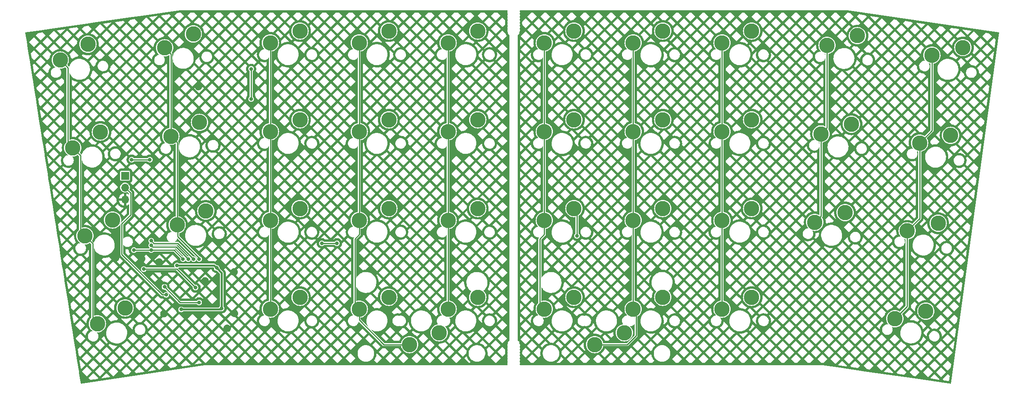
<source format=gbr>
%TF.GenerationSoftware,KiCad,Pcbnew,(7.0.0)*%
%TF.CreationDate,2024-02-16T21:37:32+01:00*%
%TF.ProjectId,tinyv pcb FFC,74696e79-7620-4706-9362-204646432e6b,rev?*%
%TF.SameCoordinates,Original*%
%TF.FileFunction,Copper,L1,Top*%
%TF.FilePolarity,Positive*%
%FSLAX46Y46*%
G04 Gerber Fmt 4.6, Leading zero omitted, Abs format (unit mm)*
G04 Created by KiCad (PCBNEW (7.0.0)) date 2024-02-16 21:37:32*
%MOMM*%
%LPD*%
G01*
G04 APERTURE LIST*
%TA.AperFunction,ComponentPad*%
%ADD10C,3.300000*%
%TD*%
%TA.AperFunction,ComponentPad*%
%ADD11R,1.700000X1.700000*%
%TD*%
%TA.AperFunction,ComponentPad*%
%ADD12O,1.700000X1.700000*%
%TD*%
%TA.AperFunction,ViaPad*%
%ADD13C,0.800000*%
%TD*%
%TA.AperFunction,Conductor*%
%ADD14C,0.250000*%
%TD*%
%TA.AperFunction,Conductor*%
%ADD15C,0.381000*%
%TD*%
G04 APERTURE END LIST*
D10*
%TO.P,MX4,1,1*%
%TO.N,COL3*%
X120015000Y-28416250D03*
%TO.P,MX4,2,2*%
%TO.N,Net-(D4-A)*%
X126365000Y-25876250D03*
%TD*%
%TO.P,MX23,1,1*%
%TO.N,COL2*%
X100965000Y-66516250D03*
%TO.P,MX23,2,2*%
%TO.N,Net-(D23-A)*%
X107315000Y-63976250D03*
%TD*%
%TO.P,MX12,1,1*%
%TO.N,COL1*%
X79627503Y-48476446D03*
%TO.P,MX12,2,2*%
%TO.N,Net-(D12-A)*%
X85784853Y-45499680D03*
%TD*%
%TO.P,MX34,1,1*%
%TO.N,COL3*%
X120015000Y-85566250D03*
%TO.P,MX34,2,2*%
%TO.N,Net-(D34-A)*%
X126365000Y-83026250D03*
%TD*%
%TO.P,MX8,1,1*%
%TO.N,COL7*%
X197802500Y-28416250D03*
%TO.P,MX8,2,2*%
%TO.N,Net-(D8-A)*%
X204152500Y-25876250D03*
%TD*%
%TO.P,MX40,1,1*%
%TO.N,COL9*%
X234858766Y-87641325D03*
%TO.P,MX40,2,2*%
%TO.N,Net-(D40-A)*%
X241500468Y-86009793D03*
%TD*%
%TO.P,MX15,1,1*%
%TO.N,COL4*%
X139065000Y-47466250D03*
%TO.P,MX15,2,2*%
%TO.N,Net-(D15-A)*%
X145415000Y-44926250D03*
%TD*%
%TO.P,MX27,1,1*%
%TO.N,COL6*%
X178752500Y-66516250D03*
%TO.P,MX27,2,2*%
%TO.N,Net-(D27-A)*%
X185102500Y-63976250D03*
%TD*%
%TO.P,MX1,1,1*%
%TO.N,COL0*%
X55918235Y-32108839D03*
%TO.P,MX1,2,2*%
%TO.N,Net-(D1-A)*%
X61852938Y-28709809D03*
%TD*%
%TO.P,MX17,1,1*%
%TO.N,COL6*%
X178752500Y-47466250D03*
%TO.P,MX17,2,2*%
%TO.N,Net-(D17-A)*%
X185102500Y-44926250D03*
%TD*%
D11*
%TO.P,J3,1,Pin_1*%
%TO.N,+5V*%
X69811963Y-56944999D03*
D12*
%TO.P,J3,2,Pin_2*%
%TO.N,underglow*%
X69811963Y-59484999D03*
%TO.P,J3,3,Pin_3*%
%TO.N,GND*%
X69811963Y-62024999D03*
%TD*%
D10*
%TO.P,MX14,1,1*%
%TO.N,COL3*%
X120015000Y-47466250D03*
%TO.P,MX14,2,2*%
%TO.N,Net-(D14-A)*%
X126365000Y-44926250D03*
%TD*%
%TO.P,MX22,1,1*%
%TO.N,COL1*%
X80978269Y-67494740D03*
%TO.P,MX22,2,2*%
%TO.N,Net-(D22-A)*%
X87135619Y-64517974D03*
%TD*%
%TO.P,MX3,1,1*%
%TO.N,COL2*%
X100965000Y-28416250D03*
%TO.P,MX3,2,2*%
%TO.N,Net-(D3-A)*%
X107315000Y-25876250D03*
%TD*%
%TO.P,MX28,1,1*%
%TO.N,COL7*%
X197802500Y-66516250D03*
%TO.P,MX28,2,2*%
%TO.N,Net-(D28-A)*%
X204152500Y-63976250D03*
%TD*%
%TO.P,MX39,1,1*%
%TO.N,Net-(D37-A)*%
X176847500Y-90646250D03*
%TO.P,MX39,2,2*%
%TO.N,COL6*%
X170497500Y-93186250D03*
%TD*%
%TO.P,MX30,1,1*%
%TO.N,COL9*%
X237497998Y-68778221D03*
%TO.P,MX30,2,2*%
%TO.N,Net-(D30-A)*%
X244139700Y-67146689D03*
%TD*%
%TO.P,MX29,1,1*%
%TO.N,COL8*%
X217678079Y-66938277D03*
%TO.P,MX29,2,2*%
%TO.N,Net-(D29-A)*%
X224189793Y-64847418D03*
%TD*%
%TO.P,MX35,1,1*%
%TO.N,COL4*%
X139065000Y-85566250D03*
%TO.P,MX35,2,2*%
%TO.N,Net-(D35-A)*%
X145415000Y-83026250D03*
%TD*%
%TO.P,MX20,1,1*%
%TO.N,COL9*%
X240162150Y-49915116D03*
%TO.P,MX20,2,2*%
%TO.N,Net-(D20-A)*%
X246803852Y-48283584D03*
%TD*%
%TO.P,MX24,1,1*%
%TO.N,COL3*%
X120015000Y-66516250D03*
%TO.P,MX24,2,2*%
%TO.N,Net-(D24-A)*%
X126365000Y-63976250D03*
%TD*%
%TO.P,MX26,1,1*%
%TO.N,COL5*%
X159702500Y-66516250D03*
%TO.P,MX26,2,2*%
%TO.N,Net-(D26-A)*%
X166052500Y-63976250D03*
%TD*%
%TO.P,MX5,1,1*%
%TO.N,COL4*%
X139065000Y-28416250D03*
%TO.P,MX5,2,2*%
%TO.N,Net-(D5-A)*%
X145415000Y-25876250D03*
%TD*%
%TO.P,MX37,1,1*%
%TO.N,COL6*%
X178752500Y-85566250D03*
%TO.P,MX37,2,2*%
%TO.N,Net-(D37-A)*%
X185102500Y-83026250D03*
%TD*%
%TO.P,MX7,1,1*%
%TO.N,COL6*%
X178752500Y-28416250D03*
%TO.P,MX7,2,2*%
%TO.N,Net-(D7-A)*%
X185102500Y-25876250D03*
%TD*%
%TO.P,MX2,1,1*%
%TO.N,COL1*%
X78291756Y-29481958D03*
%TO.P,MX2,2,2*%
%TO.N,Net-(D2-A)*%
X84449106Y-26505192D03*
%TD*%
%TO.P,MX21,1,1*%
%TO.N,COL0*%
X61212831Y-69846063D03*
%TO.P,MX21,2,2*%
%TO.N,Net-(D21-A)*%
X67147534Y-66447033D03*
%TD*%
%TO.P,MX33,1,1*%
%TO.N,COL2*%
X100965000Y-85566250D03*
%TO.P,MX33,2,2*%
%TO.N,Net-(D33-A)*%
X107315000Y-83026250D03*
%TD*%
%TO.P,MX38,1,1*%
%TO.N,COL7*%
X197802500Y-85566250D03*
%TO.P,MX38,2,2*%
%TO.N,Net-(D38-A)*%
X204152500Y-83026250D03*
%TD*%
%TO.P,MX10,1,1*%
%TO.N,COL9*%
X242796279Y-31057371D03*
%TO.P,MX10,2,2*%
%TO.N,Net-(D10-A)*%
X249437981Y-29425839D03*
%TD*%
%TO.P,MX18,1,1*%
%TO.N,COL7*%
X197802500Y-47466250D03*
%TO.P,MX18,2,2*%
%TO.N,Net-(D18-A)*%
X204152500Y-44926250D03*
%TD*%
%TO.P,MX32,1,1*%
%TO.N,Net-(D34-A)*%
X137160000Y-90646250D03*
%TO.P,MX32,2,2*%
%TO.N,COL3*%
X130810000Y-93186250D03*
%TD*%
%TO.P,MX31,1,1*%
%TO.N,COL0*%
X63884326Y-88716842D03*
%TO.P,MX31,2,2*%
%TO.N,Net-(D31-A)*%
X69819029Y-85317812D03*
%TD*%
%TO.P,MX36,1,1*%
%TO.N,COL5*%
X159702500Y-85566250D03*
%TO.P,MX36,2,2*%
%TO.N,Net-(D36-A)*%
X166052500Y-83026250D03*
%TD*%
%TO.P,MX11,1,1*%
%TO.N,COL0*%
X58592288Y-50963156D03*
%TO.P,MX11,2,2*%
%TO.N,Net-(D11-A)*%
X64526991Y-47564126D03*
%TD*%
%TO.P,MX16,1,1*%
%TO.N,COL5*%
X159702500Y-47466250D03*
%TO.P,MX16,2,2*%
%TO.N,Net-(D16-A)*%
X166052500Y-44926250D03*
%TD*%
%TO.P,MX25,1,1*%
%TO.N,COL4*%
X139065000Y-66516250D03*
%TO.P,MX25,2,2*%
%TO.N,Net-(D25-A)*%
X145415000Y-63976250D03*
%TD*%
%TO.P,MX9,1,1*%
%TO.N,COL8*%
X220313639Y-28962874D03*
%TO.P,MX9,2,2*%
%TO.N,Net-(D9-A)*%
X226825353Y-26872015D03*
%TD*%
%TO.P,MX19,1,1*%
%TO.N,COL8*%
X219037632Y-47966707D03*
%TO.P,MX19,2,2*%
%TO.N,Net-(D19-A)*%
X225549346Y-45875848D03*
%TD*%
%TO.P,MX13,1,1*%
%TO.N,COL2*%
X100965000Y-47466250D03*
%TO.P,MX13,2,2*%
%TO.N,Net-(D13-A)*%
X107315000Y-44926250D03*
%TD*%
%TO.P,MX6,1,1*%
%TO.N,COL5*%
X159702500Y-28416250D03*
%TO.P,MX6,2,2*%
%TO.N,Net-(D6-A)*%
X166052500Y-25876250D03*
%TD*%
D13*
%TO.N,underglow*%
X78626873Y-82506910D03*
%TO.N,ROW0*%
X83359327Y-74816473D03*
X96837500Y-33998148D03*
X96837500Y-40481250D03*
X75406250Y-71917970D03*
%TO.N,ROW1*%
X71232193Y-53489210D03*
X75128177Y-53492767D03*
X75418798Y-70905919D03*
X84515601Y-74821981D03*
%TO.N,ROW2*%
X115241665Y-71437500D03*
X111988000Y-71437500D03*
X82244263Y-74816473D03*
X71698373Y-72917231D03*
X75406250Y-72917473D03*
%TO.N,Net-(D26-A)*%
X166687500Y-69850000D03*
%TO.N,COL1*%
X85711562Y-74829911D03*
%TO.N,GND*%
X85527632Y-37791929D03*
X86949695Y-84006250D03*
X93201788Y-77597192D03*
X78272552Y-77647183D03*
X93265482Y-86518750D03*
X91715909Y-89679650D03*
X78141684Y-86529322D03*
X73370053Y-74776115D03*
X77112440Y-75467359D03*
X86949695Y-79506250D03*
X67796336Y-74567705D03*
%TO.N,BOOT0*%
X73818750Y-77002500D03*
X84931250Y-80962500D03*
%TO.N,NRST*%
X78266549Y-80808519D03*
X85699500Y-84137500D03*
%TO.N,+3V3*%
X81830258Y-85640418D03*
X89455064Y-76747935D03*
X80962500Y-76200000D03*
X90515659Y-85408207D03*
%TD*%
D14*
%TO.N,underglow*%
X69119814Y-73824246D02*
X77802478Y-82506910D01*
X78626873Y-82506910D02*
X77802478Y-82506910D01*
X70986964Y-60660000D02*
X69811964Y-59485000D01*
X70986964Y-65400675D02*
X70986964Y-60660000D01*
X69119814Y-67267825D02*
X70986964Y-65400675D01*
X69119814Y-73824246D02*
X69119814Y-67267825D01*
%TO.N,ROW0*%
X75406250Y-71917970D02*
X75719530Y-72231250D01*
X96837500Y-33998148D02*
X96837500Y-40481250D01*
X80782034Y-72231250D02*
X83359327Y-74808543D01*
X75719530Y-72231250D02*
X80782034Y-72231250D01*
X83359327Y-74808543D02*
X83359327Y-74816473D01*
%TO.N,ROW1*%
X81131120Y-71437500D02*
X84515601Y-74821981D01*
X75950379Y-71437500D02*
X81131120Y-71437500D01*
X71811660Y-53489210D02*
X71813750Y-53491300D01*
X75126710Y-53491300D02*
X75128177Y-53492767D01*
X75418798Y-70905919D02*
X75950379Y-71437500D01*
X71232193Y-53489210D02*
X71811660Y-53489210D01*
X71813750Y-53491300D02*
X75126710Y-53491300D01*
%TO.N,ROW2*%
X82241259Y-74813469D02*
X82244263Y-74816473D01*
X111988000Y-71437500D02*
X115093750Y-71437500D01*
X71698615Y-72917473D02*
X71698373Y-72917231D01*
X82241259Y-74808543D02*
X82241259Y-74813469D01*
X80350189Y-72917473D02*
X82241259Y-74808543D01*
X75406250Y-72917473D02*
X71698615Y-72917473D01*
X75406250Y-72917473D02*
X80350189Y-72917473D01*
%TO.N,Net-(D26-A)*%
X166687500Y-64611250D02*
X166052500Y-63976250D01*
X166687500Y-68262500D02*
X166687500Y-69850000D01*
X166687500Y-68262500D02*
X166687500Y-64611250D01*
%TO.N,COL0*%
X62862831Y-71496063D02*
X62862831Y-87695347D01*
X60242288Y-52613156D02*
X60242288Y-68875520D01*
X61212831Y-69846063D02*
X62862831Y-71496063D01*
X57568235Y-49939103D02*
X58592288Y-50963156D01*
X62862831Y-87695347D02*
X63884326Y-88716842D01*
X57568235Y-33758839D02*
X57568235Y-49939103D01*
X58592288Y-50963156D02*
X60242288Y-52613156D01*
X55918235Y-32108839D02*
X57568235Y-33758839D01*
X60242288Y-68875520D02*
X61212831Y-69846063D01*
%TO.N,COL1*%
X81138544Y-70026044D02*
X85711562Y-74599062D01*
X80978269Y-67494740D02*
X80978269Y-49827212D01*
X85711562Y-74599062D02*
X85711562Y-74829911D01*
X80978269Y-49827212D02*
X79627503Y-48476446D01*
X79627503Y-30817705D02*
X78291756Y-29481958D01*
X79627503Y-48476446D02*
X79627503Y-30817705D01*
X81138544Y-70026044D02*
X81138544Y-67655015D01*
X81138544Y-67655015D02*
X80978269Y-67494740D01*
%TO.N,COL2*%
X100965000Y-85566250D02*
X100965000Y-28416250D01*
%TO.N,COL3*%
X120015000Y-85566250D02*
X120015000Y-87899702D01*
X119074850Y-84626100D02*
X119074850Y-70494167D01*
X125301548Y-93186250D02*
X130810000Y-93186250D01*
X120015000Y-85566250D02*
X119074850Y-84626100D01*
X120015000Y-69554017D02*
X120015000Y-28416250D01*
X120015000Y-87899702D02*
X125301548Y-93186250D01*
X119074850Y-70494167D02*
X120015000Y-69554017D01*
%TO.N,COL4*%
X139065000Y-28416250D02*
X139065000Y-85566250D01*
%TO.N,COL5*%
X159702500Y-85566250D02*
X158762350Y-84626100D01*
X158762350Y-70494166D02*
X159702500Y-69554017D01*
X158762350Y-84626100D02*
X158762350Y-70494166D01*
X159702500Y-69554017D02*
X159702500Y-28416250D01*
%TO.N,COL6*%
X177482500Y-93186250D02*
X170497500Y-93186250D01*
X178752500Y-85566250D02*
X178752500Y-28416250D01*
X178752500Y-85566250D02*
X179367500Y-86181250D01*
X179367500Y-86181250D02*
X179367500Y-91301250D01*
X179367500Y-91301250D02*
X177482500Y-93186250D01*
%TO.N,COL7*%
X197802500Y-28416250D02*
X197802500Y-85566250D01*
%TO.N,COL8*%
X220313639Y-46690700D02*
X220313639Y-28962874D01*
X219037632Y-65578724D02*
X219037632Y-47966707D01*
X217678079Y-66938277D02*
X219037632Y-65578724D01*
X219037632Y-47966707D02*
X220313639Y-46690700D01*
%TO.N,COL9*%
X240162150Y-49915116D02*
X240162150Y-66114069D01*
X240162150Y-66114069D02*
X237497998Y-68778221D01*
X242796279Y-31057371D02*
X242796279Y-47280987D01*
X237497998Y-68778221D02*
X237497998Y-85002093D01*
X242796279Y-47280987D02*
X240162150Y-49915116D01*
X237497998Y-85002093D02*
X234858766Y-87641325D01*
%TO.N,BOOT0*%
X80890933Y-76922183D02*
X84931250Y-80962500D01*
X73818750Y-77002500D02*
X73899067Y-76922183D01*
X73899067Y-76922183D02*
X80890933Y-76922183D01*
%TO.N,NRST*%
X81595530Y-84137500D02*
X85699500Y-84137500D01*
X78266549Y-80808519D02*
X81595530Y-84137500D01*
D15*
%TO.N,+3V3*%
X80962500Y-76200000D02*
X88900000Y-76200000D01*
X90515659Y-85408207D02*
X90515659Y-77808530D01*
X88900000Y-76200000D02*
X89693750Y-76993750D01*
X90283448Y-85640418D02*
X90515659Y-85408207D01*
X88907129Y-76200000D02*
X88900000Y-76200000D01*
X81830258Y-85640418D02*
X90283448Y-85640418D01*
X89455064Y-76747935D02*
X88907129Y-76200000D01*
X90515659Y-77808530D02*
X89455064Y-76747935D01*
%TD*%
%TA.AperFunction,Conductor*%
%TO.N,GND*%
G36*
X179034774Y-87400646D02*
G01*
X179040024Y-87404876D01*
X179042000Y-87411322D01*
X179042000Y-87428224D01*
X179039788Y-87435006D01*
X179034002Y-87439178D01*
X179026868Y-87439136D01*
X179021133Y-87434895D01*
X179010711Y-87420260D01*
X179008587Y-87413133D01*
X179011269Y-87406197D01*
X179017634Y-87402352D01*
X179028056Y-87400085D01*
X179034774Y-87400646D01*
G37*
%TD.AperFunction*%
%TA.AperFunction,Conductor*%
G36*
X178417944Y-68337250D02*
G01*
X178424454Y-68341271D01*
X178427000Y-68348487D01*
X178427000Y-68406310D01*
X178424788Y-68413092D01*
X178419002Y-68417264D01*
X178411868Y-68417222D01*
X178406132Y-68412981D01*
X178397530Y-68400901D01*
X178357407Y-68344556D01*
X178355278Y-68338093D01*
X178357176Y-68331556D01*
X178362438Y-68327237D01*
X178369220Y-68326651D01*
X178417944Y-68337250D01*
G37*
%TD.AperFunction*%
%TA.AperFunction,Conductor*%
G36*
X178417944Y-49287250D02*
G01*
X178424454Y-49291271D01*
X178427000Y-49298487D01*
X178427000Y-49356310D01*
X178424788Y-49363092D01*
X178419002Y-49367264D01*
X178411868Y-49367222D01*
X178406132Y-49362981D01*
X178397530Y-49350901D01*
X178357407Y-49294556D01*
X178355278Y-49288093D01*
X178357176Y-49281556D01*
X178362438Y-49277237D01*
X178369220Y-49276651D01*
X178417944Y-49287250D01*
G37*
%TD.AperFunction*%
%TA.AperFunction,Conductor*%
G36*
X178417944Y-30237250D02*
G01*
X178424454Y-30241271D01*
X178427000Y-30248487D01*
X178427000Y-30306310D01*
X178424788Y-30313092D01*
X178419002Y-30317264D01*
X178411868Y-30317222D01*
X178406132Y-30312981D01*
X178397530Y-30300901D01*
X178357407Y-30244556D01*
X178355278Y-30238093D01*
X178357176Y-30231556D01*
X178362438Y-30227237D01*
X178369220Y-30226651D01*
X178417944Y-30237250D01*
G37*
%TD.AperFunction*%
%TA.AperFunction,Conductor*%
G36*
X197467944Y-68337250D02*
G01*
X197474454Y-68341271D01*
X197477000Y-68348487D01*
X197477000Y-68406310D01*
X197474788Y-68413092D01*
X197469002Y-68417264D01*
X197461868Y-68417222D01*
X197456132Y-68412981D01*
X197447530Y-68400901D01*
X197407407Y-68344556D01*
X197405278Y-68338093D01*
X197407176Y-68331556D01*
X197412438Y-68327237D01*
X197419220Y-68326651D01*
X197467944Y-68337250D01*
G37*
%TD.AperFunction*%
%TA.AperFunction,Conductor*%
G36*
X197467944Y-49287250D02*
G01*
X197474454Y-49291271D01*
X197477000Y-49298487D01*
X197477000Y-49356310D01*
X197474788Y-49363092D01*
X197469002Y-49367264D01*
X197461868Y-49367222D01*
X197456132Y-49362981D01*
X197447530Y-49350901D01*
X197407407Y-49294556D01*
X197405278Y-49288093D01*
X197407176Y-49281556D01*
X197412438Y-49277237D01*
X197419220Y-49276651D01*
X197467944Y-49287250D01*
G37*
%TD.AperFunction*%
%TA.AperFunction,Conductor*%
G36*
X197467944Y-30237250D02*
G01*
X197474454Y-30241271D01*
X197477000Y-30248487D01*
X197477000Y-30306310D01*
X197474788Y-30313092D01*
X197469002Y-30317264D01*
X197461868Y-30317222D01*
X197456132Y-30312981D01*
X197447530Y-30300901D01*
X197407407Y-30244556D01*
X197405278Y-30238093D01*
X197407176Y-30231556D01*
X197412438Y-30227237D01*
X197419220Y-30226651D01*
X197467944Y-30237250D01*
G37*
%TD.AperFunction*%
%TA.AperFunction,Conductor*%
G36*
X159367944Y-68337250D02*
G01*
X159374454Y-68341271D01*
X159377000Y-68348487D01*
X159377000Y-68406310D01*
X159374788Y-68413092D01*
X159369002Y-68417264D01*
X159361868Y-68417222D01*
X159356132Y-68412981D01*
X159347530Y-68400901D01*
X159307407Y-68344556D01*
X159305278Y-68338093D01*
X159307176Y-68331556D01*
X159312438Y-68327237D01*
X159319220Y-68326651D01*
X159367944Y-68337250D01*
G37*
%TD.AperFunction*%
%TA.AperFunction,Conductor*%
G36*
X159367944Y-49287250D02*
G01*
X159374454Y-49291271D01*
X159377000Y-49298487D01*
X159377000Y-49356310D01*
X159374788Y-49363092D01*
X159369002Y-49367264D01*
X159361868Y-49367222D01*
X159356132Y-49362981D01*
X159347530Y-49350901D01*
X159307407Y-49294556D01*
X159305278Y-49288093D01*
X159307176Y-49281556D01*
X159312438Y-49277237D01*
X159319220Y-49276651D01*
X159367944Y-49287250D01*
G37*
%TD.AperFunction*%
%TA.AperFunction,Conductor*%
G36*
X159367944Y-30237250D02*
G01*
X159374454Y-30241271D01*
X159377000Y-30248487D01*
X159377000Y-30306310D01*
X159374788Y-30313092D01*
X159369002Y-30317264D01*
X159361868Y-30317222D01*
X159356132Y-30312981D01*
X159347530Y-30300901D01*
X159307407Y-30244556D01*
X159305278Y-30238093D01*
X159307176Y-30231556D01*
X159312438Y-30227237D01*
X159319220Y-30226651D01*
X159367944Y-30237250D01*
G37*
%TD.AperFunction*%
%TA.AperFunction,Conductor*%
G36*
X218703076Y-49787707D02*
G01*
X218709586Y-49791728D01*
X218712132Y-49798944D01*
X218712132Y-50152678D01*
X218709233Y-50160312D01*
X218701997Y-50164097D01*
X218694073Y-50162124D01*
X218689456Y-50155389D01*
X218679832Y-50115720D01*
X218661982Y-50042139D01*
X218623326Y-49957494D01*
X218572916Y-49847111D01*
X218572914Y-49847108D01*
X218572691Y-49846619D01*
X218516404Y-49767575D01*
X218514275Y-49761111D01*
X218516173Y-49754574D01*
X218521435Y-49750255D01*
X218528216Y-49749669D01*
X218703076Y-49787707D01*
G37*
%TD.AperFunction*%
%TA.AperFunction,Conductor*%
G36*
X219886546Y-30763744D02*
G01*
X219979083Y-30783874D01*
X219985593Y-30787895D01*
X219988139Y-30795111D01*
X219988139Y-31148845D01*
X219985240Y-31156479D01*
X219978004Y-31160264D01*
X219970080Y-31158291D01*
X219965463Y-31151556D01*
X219957117Y-31117154D01*
X219937989Y-31038306D01*
X219892633Y-30938990D01*
X219848923Y-30843278D01*
X219848921Y-30843275D01*
X219848698Y-30842786D01*
X219792411Y-30763742D01*
X219790282Y-30757278D01*
X219792180Y-30750741D01*
X219797442Y-30746422D01*
X219804223Y-30745836D01*
X219886546Y-30763744D01*
G37*
%TD.AperFunction*%
%TA.AperFunction,Conductor*%
G36*
X224675505Y-21430679D02*
G01*
X257163166Y-26192520D01*
X257170690Y-26196988D01*
X257172892Y-26205457D01*
X246857392Y-101587954D01*
X246855069Y-101593464D01*
X246850293Y-101597063D01*
X246844356Y-101597777D01*
X238889450Y-100450101D01*
X242376987Y-100450101D01*
X244233317Y-100717919D01*
X244406410Y-100544826D01*
X245110691Y-100544826D01*
X245460889Y-100895024D01*
X246430430Y-101034902D01*
X246586248Y-99896235D01*
X246172765Y-99482752D01*
X245110691Y-100544826D01*
X244406410Y-100544826D01*
X244406411Y-100544825D01*
X243344337Y-99482751D01*
X242376987Y-100450101D01*
X238889450Y-100450101D01*
X229002197Y-99023640D01*
X232489740Y-99023640D01*
X234346070Y-99291458D01*
X234506915Y-99130613D01*
X235211196Y-99130613D01*
X235545017Y-99464434D01*
X236817882Y-99648073D01*
X237335342Y-99130613D01*
X238039623Y-99130613D01*
X238850307Y-99941297D01*
X239289694Y-100004688D01*
X240163770Y-99130612D01*
X240868050Y-99130612D01*
X241930124Y-100192686D01*
X242992198Y-99130613D01*
X242992197Y-99130612D01*
X243696477Y-99130612D01*
X244758551Y-100192686D01*
X245820625Y-99130613D01*
X244758551Y-98068539D01*
X243696477Y-99130612D01*
X242992197Y-99130612D01*
X241930124Y-98068539D01*
X240868050Y-99130612D01*
X240163770Y-99130612D01*
X239101697Y-98068539D01*
X238039623Y-99130613D01*
X237335342Y-99130613D01*
X237335343Y-99130612D01*
X236273270Y-98068539D01*
X235211196Y-99130613D01*
X234506915Y-99130613D01*
X234506916Y-99130612D01*
X233444842Y-98068538D01*
X232489740Y-99023640D01*
X229002197Y-99023640D01*
X222465515Y-98080575D01*
X219348135Y-97630822D01*
X219348101Y-97630808D01*
X219348037Y-97630808D01*
X219347975Y-97630799D01*
X219347939Y-97630808D01*
X219347326Y-97630808D01*
X154488403Y-97631543D01*
X154480531Y-97628426D01*
X154476926Y-97620765D01*
X154475442Y-97597180D01*
X222602491Y-97597180D01*
X224458821Y-97864998D01*
X224607420Y-97716399D01*
X225311701Y-97716399D01*
X225629146Y-98033844D01*
X226930633Y-98221613D01*
X227435847Y-97716399D01*
X228140128Y-97716399D01*
X228934436Y-98510707D01*
X229402445Y-98578228D01*
X230264274Y-97716399D01*
X230968555Y-97716399D01*
X232030629Y-98778472D01*
X233092703Y-97716399D01*
X233796983Y-97716399D01*
X234859056Y-98778472D01*
X235921130Y-97716399D01*
X236625410Y-97716399D01*
X237687484Y-98778473D01*
X238749558Y-97716399D01*
X239453837Y-97716399D01*
X240515911Y-98778473D01*
X241577985Y-97716399D01*
X242282264Y-97716399D01*
X243344338Y-98778473D01*
X244406412Y-97716399D01*
X245110691Y-97716399D01*
X246172764Y-98778472D01*
X246829005Y-98122231D01*
X246926706Y-97408266D01*
X246172765Y-96654325D01*
X245110691Y-97716399D01*
X244406412Y-97716399D01*
X243344338Y-96654325D01*
X242282264Y-97716399D01*
X241577985Y-97716399D01*
X240515911Y-96654325D01*
X239453837Y-97716399D01*
X238749558Y-97716399D01*
X237687484Y-96654325D01*
X236625410Y-97716399D01*
X235921130Y-97716399D01*
X234859056Y-96654325D01*
X233796983Y-97716399D01*
X233092703Y-97716399D01*
X232030629Y-96654325D01*
X230968555Y-97716399D01*
X230264274Y-97716399D01*
X230264275Y-97716398D01*
X229202202Y-96654325D01*
X228140128Y-97716399D01*
X227435847Y-97716399D01*
X227435848Y-97716398D01*
X226373775Y-96654325D01*
X225311701Y-97716399D01*
X224607420Y-97716399D01*
X224607421Y-97716398D01*
X223545347Y-96654324D01*
X222602491Y-97597180D01*
X154475442Y-97597180D01*
X154472205Y-97545720D01*
X154472160Y-97545000D01*
X154429967Y-97415147D01*
X154430500Y-97406696D01*
X154455075Y-97354473D01*
X154455384Y-97353817D01*
X154484997Y-97198579D01*
X154475074Y-97040853D01*
X154450156Y-96964165D01*
X154426461Y-96891239D01*
X154426460Y-96891238D01*
X154426237Y-96890550D01*
X154399334Y-96848159D01*
X154397568Y-96842720D01*
X154398639Y-96837103D01*
X154456007Y-96715195D01*
X154485620Y-96559957D01*
X154475697Y-96402231D01*
X154443190Y-96302185D01*
X156015237Y-96302185D01*
X156846566Y-97133514D01*
X157308058Y-97133510D01*
X157441462Y-97000106D01*
X162370011Y-97000106D01*
X162503356Y-97133450D01*
X162964977Y-97133445D01*
X163796238Y-96302185D01*
X164500518Y-96302185D01*
X165331751Y-97133418D01*
X165793436Y-97133413D01*
X166624665Y-96302185D01*
X167328945Y-96302185D01*
X168160146Y-97133386D01*
X168621895Y-97133381D01*
X169453092Y-96302185D01*
X170157371Y-96302185D01*
X170988541Y-97133354D01*
X171450354Y-97133349D01*
X172281519Y-96302185D01*
X172985799Y-96302185D01*
X173816936Y-97133322D01*
X174278813Y-97133317D01*
X175109946Y-96302185D01*
X175814226Y-96302185D01*
X176645331Y-97133290D01*
X177107272Y-97133285D01*
X177938372Y-96302186D01*
X178642654Y-96302186D01*
X179473726Y-97133258D01*
X179935732Y-97133253D01*
X180766799Y-96302186D01*
X181471081Y-96302186D01*
X182302121Y-97133226D01*
X182764191Y-97133221D01*
X183269505Y-96627907D01*
X183187440Y-96539461D01*
X183187154Y-96539141D01*
X183164010Y-96512250D01*
X183163736Y-96511919D01*
X183162664Y-96510575D01*
X183162401Y-96510233D01*
X183141282Y-96481619D01*
X183141033Y-96481268D01*
X182991212Y-96261521D01*
X182990977Y-96261161D01*
X182972066Y-96231064D01*
X182971843Y-96230696D01*
X182970984Y-96229208D01*
X182970776Y-96228831D01*
X182954190Y-96197446D01*
X182953997Y-96197063D01*
X182838601Y-95957441D01*
X182838422Y-95957050D01*
X182824221Y-95924503D01*
X182824056Y-95924106D01*
X182823428Y-95922506D01*
X182823278Y-95922102D01*
X182811542Y-95888564D01*
X182811408Y-95888156D01*
X182733014Y-95634011D01*
X182732895Y-95633599D01*
X182723729Y-95599408D01*
X182723626Y-95598992D01*
X182723243Y-95597316D01*
X182723155Y-95596894D01*
X182716523Y-95561869D01*
X182716450Y-95561443D01*
X182691952Y-95398909D01*
X182533155Y-95240112D01*
X181471081Y-96302186D01*
X180766799Y-96302186D01*
X180766800Y-96302185D01*
X179704727Y-95240112D01*
X178642654Y-96302186D01*
X177938372Y-96302186D01*
X177938373Y-96302185D01*
X176876300Y-95240112D01*
X175814226Y-96302185D01*
X175109946Y-96302185D01*
X174047873Y-95240112D01*
X172985799Y-96302185D01*
X172281519Y-96302185D01*
X171353026Y-95373692D01*
X171194211Y-95432928D01*
X171193822Y-95433065D01*
X171161527Y-95443809D01*
X171161134Y-95443932D01*
X171159559Y-95444394D01*
X171159165Y-95444502D01*
X171126433Y-95452852D01*
X171126034Y-95452946D01*
X170973410Y-95486146D01*
X170157371Y-96302185D01*
X169453092Y-96302185D01*
X168391019Y-95240112D01*
X167328945Y-96302185D01*
X166624665Y-96302185D01*
X165562592Y-95240112D01*
X164500518Y-96302185D01*
X163796238Y-96302185D01*
X163291554Y-95797501D01*
X163263592Y-95888156D01*
X163263458Y-95888564D01*
X163251722Y-95922102D01*
X163251572Y-95922506D01*
X163250944Y-95924106D01*
X163250779Y-95924503D01*
X163236578Y-95957050D01*
X163236399Y-95957441D01*
X163121003Y-96197063D01*
X163120810Y-96197446D01*
X163104224Y-96228831D01*
X163104016Y-96229208D01*
X163103157Y-96230696D01*
X163102934Y-96231064D01*
X163084023Y-96261161D01*
X163083788Y-96261521D01*
X162933967Y-96481268D01*
X162933718Y-96481619D01*
X162912599Y-96510233D01*
X162912336Y-96510575D01*
X162911264Y-96511919D01*
X162910990Y-96512250D01*
X162887846Y-96539141D01*
X162887560Y-96539461D01*
X162706661Y-96734424D01*
X162706363Y-96734734D01*
X162681229Y-96759867D01*
X162680919Y-96760165D01*
X162679659Y-96761334D01*
X162679338Y-96761621D01*
X162652430Y-96784775D01*
X162652099Y-96785049D01*
X162444163Y-96950873D01*
X162443822Y-96951135D01*
X162415215Y-96972247D01*
X162414864Y-96972496D01*
X162413444Y-96973464D01*
X162413084Y-96973700D01*
X162383032Y-96992581D01*
X162382664Y-96992802D01*
X162370011Y-97000106D01*
X157441462Y-97000106D01*
X158139383Y-96302185D01*
X157077310Y-95240112D01*
X156015237Y-96302185D01*
X154443190Y-96302185D01*
X154426860Y-96251928D01*
X154401199Y-96211494D01*
X154399433Y-96206055D01*
X154400504Y-96200438D01*
X154455384Y-96083817D01*
X154484997Y-95928579D01*
X154475074Y-95770853D01*
X154426237Y-95620550D01*
X154399955Y-95579138D01*
X154398189Y-95573699D01*
X154399260Y-95568082D01*
X154455384Y-95448817D01*
X154484997Y-95293579D01*
X154475074Y-95135853D01*
X154426237Y-94985550D01*
X154399955Y-94944138D01*
X154399215Y-94941859D01*
X154935668Y-94941859D01*
X154948699Y-94981960D01*
X154948901Y-94982654D01*
X154963744Y-95040470D01*
X154963901Y-95041176D01*
X154964441Y-95044008D01*
X154964554Y-95044721D01*
X154972023Y-95103865D01*
X154972091Y-95104584D01*
X154982014Y-95262310D01*
X154982037Y-95263032D01*
X154982037Y-95268986D01*
X155663097Y-95950046D01*
X156725171Y-94887972D01*
X157429450Y-94887972D01*
X158491523Y-95950045D01*
X158900828Y-95540740D01*
X158864311Y-95298452D01*
X158864255Y-95298024D01*
X158860269Y-95262604D01*
X158860229Y-95262174D01*
X158860101Y-95260460D01*
X158860077Y-95260033D01*
X158858758Y-95224659D01*
X158858750Y-95224230D01*
X159356750Y-95224230D01*
X159356812Y-95224646D01*
X159356813Y-95224649D01*
X159391208Y-95452852D01*
X159396389Y-95487221D01*
X159396513Y-95487625D01*
X159396515Y-95487631D01*
X159423064Y-95573699D01*
X159474783Y-95741366D01*
X159590179Y-95980988D01*
X159590424Y-95981347D01*
X159590425Y-95981349D01*
X159737496Y-96197063D01*
X159740000Y-96200735D01*
X159920899Y-96395698D01*
X159921234Y-96395965D01*
X159921235Y-96395966D01*
X160126872Y-96559957D01*
X160128835Y-96561522D01*
X160359164Y-96694502D01*
X160606740Y-96791669D01*
X160866033Y-96850851D01*
X161064849Y-96865750D01*
X161197438Y-96865750D01*
X161197651Y-96865750D01*
X161396467Y-96850851D01*
X161655760Y-96791669D01*
X161903336Y-96694502D01*
X162133665Y-96561522D01*
X162341601Y-96395698D01*
X162522500Y-96200735D01*
X162672321Y-95980988D01*
X162787717Y-95741366D01*
X162866111Y-95487221D01*
X162905750Y-95224230D01*
X162905750Y-94958270D01*
X162866111Y-94695279D01*
X162841832Y-94616568D01*
X163357707Y-94616568D01*
X163358477Y-94620631D01*
X163358550Y-94621057D01*
X163398189Y-94884048D01*
X163398245Y-94884476D01*
X163402231Y-94919896D01*
X163402271Y-94920326D01*
X163402399Y-94922040D01*
X163402423Y-94922467D01*
X163403742Y-94957841D01*
X163403750Y-94958270D01*
X163403750Y-95205417D01*
X164148378Y-95950045D01*
X165210452Y-94887972D01*
X165914732Y-94887972D01*
X166976805Y-95950045D01*
X167794187Y-95132663D01*
X171816277Y-95132663D01*
X172633660Y-95950046D01*
X173695734Y-94887972D01*
X174400013Y-94887972D01*
X175462087Y-95950046D01*
X176524161Y-94887972D01*
X177228440Y-94887972D01*
X178290514Y-95950046D01*
X179352588Y-94887972D01*
X180056867Y-94887972D01*
X181118941Y-95950046D01*
X181844757Y-95224230D01*
X183169250Y-95224230D01*
X183169312Y-95224646D01*
X183169313Y-95224649D01*
X183203708Y-95452852D01*
X183208889Y-95487221D01*
X183209013Y-95487625D01*
X183209015Y-95487631D01*
X183235564Y-95573699D01*
X183287283Y-95741366D01*
X183402679Y-95980988D01*
X183402924Y-95981347D01*
X183402925Y-95981349D01*
X183549996Y-96197063D01*
X183552500Y-96200735D01*
X183733399Y-96395698D01*
X183733734Y-96395965D01*
X183733735Y-96395966D01*
X183939372Y-96559957D01*
X183941335Y-96561522D01*
X184171664Y-96694502D01*
X184419240Y-96791669D01*
X184678533Y-96850851D01*
X184877349Y-96865750D01*
X185009938Y-96865750D01*
X185010151Y-96865750D01*
X185208967Y-96850851D01*
X185468260Y-96791669D01*
X185715836Y-96694502D01*
X185946165Y-96561522D01*
X186154101Y-96395698D01*
X186240868Y-96302185D01*
X187127935Y-96302185D01*
X187958912Y-97133162D01*
X188421108Y-97133158D01*
X189252082Y-96302185D01*
X189956362Y-96302185D01*
X190787307Y-97133130D01*
X191249567Y-97133126D01*
X192080509Y-96302185D01*
X192784789Y-96302185D01*
X193615702Y-97133098D01*
X194078026Y-97133094D01*
X194908936Y-96302185D01*
X195613216Y-96302185D01*
X196444097Y-97133066D01*
X196906485Y-97133062D01*
X197737363Y-96302185D01*
X198441643Y-96302185D01*
X199272492Y-97133034D01*
X199734945Y-97133030D01*
X200565790Y-96302185D01*
X201270071Y-96302185D01*
X202100888Y-97133002D01*
X202563404Y-97132998D01*
X203394217Y-96302185D01*
X204098498Y-96302185D01*
X204929283Y-97132970D01*
X205391864Y-97132966D01*
X206222645Y-96302185D01*
X206926925Y-96302185D01*
X207757678Y-97132938D01*
X208220323Y-97132934D01*
X209051072Y-96302185D01*
X209755352Y-96302185D01*
X210586073Y-97132906D01*
X211048782Y-97132901D01*
X211879499Y-96302185D01*
X212583779Y-96302185D01*
X213414468Y-97132874D01*
X213877241Y-97132869D01*
X214707926Y-96302185D01*
X215412206Y-96302185D01*
X216242863Y-97132842D01*
X216705700Y-97132837D01*
X217536353Y-96302185D01*
X218240633Y-96302185D01*
X219071258Y-97132810D01*
X219347934Y-97132808D01*
X219347990Y-97132812D01*
X219348037Y-97132808D01*
X219348101Y-97132808D01*
X219349215Y-97132862D01*
X219383471Y-97136195D01*
X219417905Y-97137834D01*
X219417903Y-97137863D01*
X219417925Y-97137865D01*
X219417925Y-97137854D01*
X219417926Y-97137854D01*
X219418306Y-97137881D01*
X219419212Y-97137921D01*
X219419467Y-97137957D01*
X219419514Y-97137966D01*
X219419515Y-97137964D01*
X219419577Y-97137973D01*
X219419576Y-97137973D01*
X219515196Y-97151768D01*
X220364780Y-96302185D01*
X221069060Y-96302185D01*
X222131134Y-97364259D01*
X223193207Y-96302185D01*
X223897488Y-96302185D01*
X224959561Y-97364259D01*
X226021635Y-96302185D01*
X226725915Y-96302185D01*
X227787989Y-97364259D01*
X228850062Y-96302185D01*
X229554342Y-96302185D01*
X230616416Y-97364259D01*
X231678489Y-96302185D01*
X232382769Y-96302185D01*
X233444843Y-97364259D01*
X234506916Y-96302185D01*
X235211196Y-96302185D01*
X236273270Y-97364259D01*
X237335343Y-96302185D01*
X238039623Y-96302185D01*
X239101697Y-97364259D01*
X240163770Y-96302185D01*
X240868050Y-96302185D01*
X241930124Y-97364259D01*
X242992197Y-96302185D01*
X243696477Y-96302185D01*
X244758551Y-97364259D01*
X245820624Y-96302185D01*
X244758551Y-95240112D01*
X243696477Y-96302185D01*
X242992197Y-96302185D01*
X241930124Y-95240112D01*
X240868050Y-96302185D01*
X240163770Y-96302185D01*
X239101697Y-95240112D01*
X238039623Y-96302185D01*
X237335343Y-96302185D01*
X236273270Y-95240112D01*
X235211196Y-96302185D01*
X234506916Y-96302185D01*
X233444843Y-95240112D01*
X232382769Y-96302185D01*
X231678489Y-96302185D01*
X230616416Y-95240112D01*
X229554342Y-96302185D01*
X228850062Y-96302185D01*
X227787989Y-95240112D01*
X226725915Y-96302185D01*
X226021635Y-96302185D01*
X224959561Y-95240112D01*
X223897488Y-96302185D01*
X223193207Y-96302185D01*
X222131134Y-95240112D01*
X221069060Y-96302185D01*
X220364780Y-96302185D01*
X219302707Y-95240112D01*
X218240633Y-96302185D01*
X217536353Y-96302185D01*
X216474280Y-95240112D01*
X215412206Y-96302185D01*
X214707926Y-96302185D01*
X213645853Y-95240112D01*
X212583779Y-96302185D01*
X211879499Y-96302185D01*
X210817426Y-95240112D01*
X209755352Y-96302185D01*
X209051072Y-96302185D01*
X207988999Y-95240112D01*
X206926925Y-96302185D01*
X206222645Y-96302185D01*
X205160572Y-95240112D01*
X204098498Y-96302185D01*
X203394217Y-96302185D01*
X202332144Y-95240112D01*
X201270071Y-96302185D01*
X200565790Y-96302185D01*
X199503717Y-95240112D01*
X198441643Y-96302185D01*
X197737363Y-96302185D01*
X196675290Y-95240112D01*
X195613216Y-96302185D01*
X194908936Y-96302185D01*
X193846863Y-95240112D01*
X192784789Y-96302185D01*
X192080509Y-96302185D01*
X191018436Y-95240112D01*
X189956362Y-96302185D01*
X189252082Y-96302185D01*
X188190009Y-95240112D01*
X187127935Y-96302185D01*
X186240868Y-96302185D01*
X186335000Y-96200735D01*
X186484821Y-95980988D01*
X186600217Y-95741366D01*
X186678611Y-95487221D01*
X186718250Y-95224230D01*
X186718250Y-94958270D01*
X186707654Y-94887972D01*
X188542149Y-94887972D01*
X189604222Y-95950045D01*
X190666295Y-94887972D01*
X191370576Y-94887972D01*
X192432650Y-95950046D01*
X193494724Y-94887972D01*
X194199003Y-94887972D01*
X195261077Y-95950046D01*
X196323151Y-94887972D01*
X197027430Y-94887972D01*
X198089504Y-95950046D01*
X199151578Y-94887972D01*
X199855857Y-94887972D01*
X200917931Y-95950046D01*
X201980005Y-94887972D01*
X202684284Y-94887972D01*
X203746358Y-95950046D01*
X204808432Y-94887972D01*
X205512711Y-94887972D01*
X206574785Y-95950046D01*
X207636859Y-94887972D01*
X207636858Y-94887971D01*
X208341138Y-94887971D01*
X209403212Y-95950045D01*
X210465286Y-94887972D01*
X211169566Y-94887972D01*
X212231639Y-95950045D01*
X213293712Y-94887972D01*
X213997993Y-94887972D01*
X215060067Y-95950046D01*
X216122141Y-94887972D01*
X216826420Y-94887972D01*
X217888494Y-95950046D01*
X218950568Y-94887972D01*
X219654847Y-94887972D01*
X220716921Y-95950046D01*
X221778995Y-94887972D01*
X222483274Y-94887972D01*
X223545348Y-95950046D01*
X224607422Y-94887972D01*
X225311701Y-94887972D01*
X226373775Y-95950046D01*
X227435849Y-94887972D01*
X228140128Y-94887972D01*
X229202202Y-95950046D01*
X230264276Y-94887972D01*
X230264275Y-94887971D01*
X230968555Y-94887971D01*
X232030629Y-95950045D01*
X233092703Y-94887972D01*
X233796983Y-94887972D01*
X234859056Y-95950045D01*
X235921129Y-94887972D01*
X236625410Y-94887972D01*
X237687484Y-95950046D01*
X238749558Y-94887972D01*
X239453837Y-94887972D01*
X240515911Y-95950046D01*
X241577985Y-94887972D01*
X242282264Y-94887972D01*
X243344338Y-95950046D01*
X244406412Y-94887972D01*
X245110691Y-94887972D01*
X246172765Y-95950046D01*
X247234839Y-94887972D01*
X246172765Y-93825898D01*
X245110691Y-94887972D01*
X244406412Y-94887972D01*
X243344338Y-93825898D01*
X242282264Y-94887972D01*
X241577985Y-94887972D01*
X240515911Y-93825898D01*
X239453837Y-94887972D01*
X238749558Y-94887972D01*
X237687484Y-93825898D01*
X236625410Y-94887972D01*
X235921129Y-94887972D01*
X235921130Y-94887971D01*
X234859056Y-93825898D01*
X233796983Y-94887972D01*
X233092703Y-94887972D01*
X232030629Y-93825898D01*
X230968555Y-94887971D01*
X230264275Y-94887971D01*
X229202202Y-93825898D01*
X228140128Y-94887972D01*
X227435849Y-94887972D01*
X226373775Y-93825898D01*
X225311701Y-94887972D01*
X224607422Y-94887972D01*
X223545348Y-93825898D01*
X222483274Y-94887972D01*
X221778995Y-94887972D01*
X220716921Y-93825898D01*
X219654847Y-94887972D01*
X218950568Y-94887972D01*
X217888494Y-93825898D01*
X216826420Y-94887972D01*
X216122141Y-94887972D01*
X215060067Y-93825898D01*
X213997993Y-94887972D01*
X213293712Y-94887972D01*
X213293713Y-94887971D01*
X212231639Y-93825898D01*
X211169566Y-94887972D01*
X210465286Y-94887972D01*
X209403212Y-93825898D01*
X208341138Y-94887971D01*
X207636858Y-94887971D01*
X206574785Y-93825898D01*
X205512711Y-94887972D01*
X204808432Y-94887972D01*
X203746358Y-93825898D01*
X202684284Y-94887972D01*
X201980005Y-94887972D01*
X200917931Y-93825898D01*
X199855857Y-94887972D01*
X199151578Y-94887972D01*
X198089504Y-93825898D01*
X197027430Y-94887972D01*
X196323151Y-94887972D01*
X195261077Y-93825898D01*
X194199003Y-94887972D01*
X193494724Y-94887972D01*
X192432650Y-93825898D01*
X191370576Y-94887972D01*
X190666295Y-94887972D01*
X190666296Y-94887971D01*
X189604222Y-93825898D01*
X188542149Y-94887972D01*
X186707654Y-94887972D01*
X186678611Y-94695279D01*
X186600217Y-94441134D01*
X186484821Y-94201512D01*
X186335000Y-93981765D01*
X186154101Y-93786802D01*
X186153764Y-93786533D01*
X185946504Y-93621248D01*
X185946501Y-93621245D01*
X185946165Y-93620978D01*
X185945791Y-93620762D01*
X185945788Y-93620760D01*
X185716211Y-93488214D01*
X185716205Y-93488211D01*
X185715836Y-93487998D01*
X185715436Y-93487841D01*
X185715432Y-93487839D01*
X185679554Y-93473758D01*
X187127935Y-93473758D01*
X188190009Y-94535832D01*
X189252082Y-93473758D01*
X189956362Y-93473758D01*
X191018436Y-94535832D01*
X192080509Y-93473758D01*
X192784789Y-93473758D01*
X193846863Y-94535832D01*
X194908936Y-93473758D01*
X195613216Y-93473758D01*
X196675290Y-94535832D01*
X197737363Y-93473758D01*
X198441643Y-93473758D01*
X199503717Y-94535832D01*
X200565790Y-93473758D01*
X201270071Y-93473758D01*
X202332144Y-94535832D01*
X203394218Y-93473758D01*
X204098498Y-93473758D01*
X205160572Y-94535832D01*
X206222645Y-93473758D01*
X206926925Y-93473758D01*
X207988999Y-94535832D01*
X209051072Y-93473758D01*
X209755352Y-93473758D01*
X210817426Y-94535832D01*
X211879499Y-93473758D01*
X212583779Y-93473758D01*
X213645853Y-94535832D01*
X214707926Y-93473758D01*
X215412206Y-93473758D01*
X216474280Y-94535832D01*
X217536353Y-93473758D01*
X218240633Y-93473758D01*
X219302707Y-94535832D01*
X220364780Y-93473758D01*
X221069060Y-93473758D01*
X222131134Y-94535832D01*
X223193207Y-93473758D01*
X223897488Y-93473758D01*
X224959561Y-94535832D01*
X226021635Y-93473758D01*
X226725915Y-93473758D01*
X227787989Y-94535832D01*
X228850062Y-93473758D01*
X229554342Y-93473758D01*
X230616416Y-94535832D01*
X231678489Y-93473758D01*
X232382769Y-93473758D01*
X233444843Y-94535832D01*
X234506916Y-93473758D01*
X235211195Y-93473758D01*
X236273270Y-94535832D01*
X237335343Y-93473758D01*
X238039622Y-93473758D01*
X239101697Y-94535832D01*
X240163770Y-93473758D01*
X240868050Y-93473758D01*
X241930124Y-94535832D01*
X242992197Y-93473758D01*
X243696477Y-93473758D01*
X244758551Y-94535832D01*
X245820624Y-93473758D01*
X246524905Y-93473758D01*
X247351939Y-94300792D01*
X247607624Y-92432330D01*
X247586979Y-92411685D01*
X246524905Y-93473758D01*
X245820624Y-93473758D01*
X244758551Y-92411685D01*
X243696477Y-93473758D01*
X242992197Y-93473758D01*
X241930124Y-92411685D01*
X240868050Y-93473758D01*
X240163770Y-93473758D01*
X239716139Y-93026127D01*
X239706371Y-93032834D01*
X239706053Y-93033045D01*
X239679428Y-93050048D01*
X239679102Y-93050249D01*
X239677781Y-93051032D01*
X239677445Y-93051223D01*
X239649476Y-93066556D01*
X239649135Y-93066736D01*
X239380943Y-93202260D01*
X239380597Y-93202428D01*
X239351799Y-93215792D01*
X239351447Y-93215948D01*
X239350032Y-93216548D01*
X239349676Y-93216692D01*
X239320055Y-93228100D01*
X239319694Y-93228232D01*
X239035830Y-93326800D01*
X239035466Y-93326919D01*
X239005238Y-93336299D01*
X239004870Y-93336407D01*
X239003389Y-93336813D01*
X239003016Y-93336908D01*
X238972046Y-93344292D01*
X238971670Y-93344376D01*
X238677202Y-93404229D01*
X238676821Y-93404299D01*
X238645269Y-93409612D01*
X238644886Y-93409670D01*
X238643363Y-93409874D01*
X238642984Y-93409919D01*
X238611650Y-93413063D01*
X238611270Y-93413094D01*
X238386484Y-93428142D01*
X238386295Y-93428153D01*
X238370640Y-93428942D01*
X238370450Y-93428950D01*
X238369682Y-93428976D01*
X238369488Y-93428981D01*
X238353416Y-93429253D01*
X238353221Y-93429255D01*
X238127943Y-93429255D01*
X238127557Y-93429249D01*
X238095714Y-93428180D01*
X238095329Y-93428160D01*
X238093796Y-93428057D01*
X238093415Y-93428025D01*
X238086093Y-93427287D01*
X238039622Y-93473758D01*
X237335343Y-93473758D01*
X236947799Y-93086214D01*
X236751344Y-92969854D01*
X236751014Y-92969651D01*
X236724060Y-92952434D01*
X236723738Y-92952220D01*
X236722472Y-92951350D01*
X236722161Y-92951129D01*
X236696802Y-92932435D01*
X236696499Y-92932203D01*
X236460674Y-92745974D01*
X236460377Y-92745731D01*
X236436163Y-92725261D01*
X236435874Y-92725009D01*
X236434735Y-92723979D01*
X236434453Y-92723716D01*
X236411607Y-92701622D01*
X236411336Y-92701350D01*
X236202438Y-92485351D01*
X236202176Y-92485071D01*
X236201086Y-92483867D01*
X235211195Y-93473758D01*
X234506916Y-93473758D01*
X233444843Y-92411685D01*
X232382769Y-93473758D01*
X231678489Y-93473758D01*
X230616416Y-92411685D01*
X229554342Y-93473758D01*
X228850062Y-93473758D01*
X227787989Y-92411685D01*
X226725915Y-93473758D01*
X226021635Y-93473758D01*
X224959561Y-92411685D01*
X223897488Y-93473758D01*
X223193207Y-93473758D01*
X222131134Y-92411685D01*
X221069060Y-93473758D01*
X220364780Y-93473758D01*
X219302707Y-92411685D01*
X218240633Y-93473758D01*
X217536353Y-93473758D01*
X216474280Y-92411685D01*
X215412206Y-93473758D01*
X214707926Y-93473758D01*
X213645853Y-92411685D01*
X212583779Y-93473758D01*
X211879499Y-93473758D01*
X210817426Y-92411685D01*
X209755352Y-93473758D01*
X209051072Y-93473758D01*
X207988999Y-92411685D01*
X206926925Y-93473758D01*
X206222645Y-93473758D01*
X205160572Y-92411685D01*
X204098498Y-93473758D01*
X203394218Y-93473758D01*
X202332144Y-92411685D01*
X201270071Y-93473758D01*
X200565790Y-93473758D01*
X199503717Y-92411685D01*
X198441643Y-93473758D01*
X197737363Y-93473758D01*
X196675290Y-92411685D01*
X195613216Y-93473758D01*
X194908936Y-93473758D01*
X193846863Y-92411685D01*
X192784789Y-93473758D01*
X192080509Y-93473758D01*
X191018436Y-92411685D01*
X189956362Y-93473758D01*
X189252082Y-93473758D01*
X188190009Y-92411685D01*
X187127935Y-93473758D01*
X185679554Y-93473758D01*
X185468660Y-93390988D01*
X185468260Y-93390831D01*
X185264360Y-93344292D01*
X185209384Y-93331744D01*
X185209381Y-93331743D01*
X185208967Y-93331649D01*
X185208549Y-93331617D01*
X185208538Y-93331616D01*
X185010361Y-93316765D01*
X185010342Y-93316764D01*
X185010151Y-93316750D01*
X184877349Y-93316750D01*
X184877158Y-93316764D01*
X184877138Y-93316765D01*
X184678961Y-93331616D01*
X184678948Y-93331617D01*
X184678533Y-93331649D01*
X184678120Y-93331743D01*
X184678115Y-93331744D01*
X184425996Y-93389289D01*
X184419240Y-93390831D01*
X184418843Y-93390986D01*
X184418839Y-93390988D01*
X184172067Y-93487839D01*
X184172057Y-93487843D01*
X184171664Y-93487998D01*
X184171299Y-93488208D01*
X184171288Y-93488214D01*
X183941711Y-93620760D01*
X183941702Y-93620765D01*
X183941335Y-93620978D01*
X183941004Y-93621241D01*
X183940995Y-93621248D01*
X183733735Y-93786533D01*
X183733726Y-93786540D01*
X183733399Y-93786802D01*
X183733111Y-93787112D01*
X183733106Y-93787117D01*
X183578919Y-93953292D01*
X183552500Y-93981765D01*
X183552264Y-93982110D01*
X183552260Y-93982116D01*
X183402925Y-94201150D01*
X183402920Y-94201157D01*
X183402679Y-94201512D01*
X183402490Y-94201903D01*
X183402489Y-94201906D01*
X183287470Y-94440744D01*
X183287466Y-94440753D01*
X183287283Y-94441134D01*
X183287157Y-94441539D01*
X183287155Y-94441547D01*
X183209015Y-94694868D01*
X183209012Y-94694877D01*
X183208889Y-94695279D01*
X183208826Y-94695692D01*
X183208825Y-94695700D01*
X183169313Y-94957850D01*
X183169250Y-94958270D01*
X183169250Y-95224230D01*
X181844757Y-95224230D01*
X182181015Y-94887972D01*
X181118941Y-93825898D01*
X180056867Y-94887972D01*
X179352588Y-94887972D01*
X178290514Y-93825898D01*
X177228440Y-94887972D01*
X176524161Y-94887972D01*
X175645939Y-94009750D01*
X175278235Y-94009750D01*
X174400013Y-94887972D01*
X173695734Y-94887972D01*
X172817512Y-94009750D01*
X172696889Y-94009750D01*
X172651675Y-94130972D01*
X172651524Y-94131356D01*
X172638480Y-94162833D01*
X172638315Y-94163211D01*
X172637633Y-94164703D01*
X172637457Y-94165071D01*
X172622347Y-94195243D01*
X172622157Y-94195605D01*
X172495299Y-94427927D01*
X172495097Y-94428283D01*
X172477863Y-94457338D01*
X172477648Y-94457686D01*
X172476761Y-94459067D01*
X172476532Y-94459410D01*
X172457126Y-94487367D01*
X172456885Y-94487701D01*
X172298256Y-94699605D01*
X172298005Y-94699928D01*
X172276796Y-94726254D01*
X172276534Y-94726568D01*
X172275460Y-94727808D01*
X172275185Y-94728114D01*
X172252013Y-94753008D01*
X172251727Y-94753305D01*
X172064555Y-94940477D01*
X172064258Y-94940763D01*
X172039364Y-94963935D01*
X172039058Y-94964210D01*
X172037818Y-94965284D01*
X172037504Y-94965546D01*
X172011178Y-94986755D01*
X172010855Y-94987006D01*
X171816277Y-95132663D01*
X167794187Y-95132663D01*
X168038879Y-94887971D01*
X166976805Y-93825898D01*
X165914732Y-94887972D01*
X165210452Y-94887972D01*
X164148378Y-93825898D01*
X163357707Y-94616568D01*
X162841832Y-94616568D01*
X162787717Y-94441134D01*
X162672321Y-94201512D01*
X162522500Y-93981765D01*
X162341601Y-93786802D01*
X162341264Y-93786533D01*
X162134004Y-93621248D01*
X162134001Y-93621245D01*
X162133665Y-93620978D01*
X162133291Y-93620762D01*
X162133288Y-93620760D01*
X161903711Y-93488214D01*
X161903705Y-93488211D01*
X161903336Y-93487998D01*
X161902936Y-93487841D01*
X161902932Y-93487839D01*
X161656160Y-93390988D01*
X161655760Y-93390831D01*
X161451860Y-93344292D01*
X161396884Y-93331744D01*
X161396881Y-93331743D01*
X161396467Y-93331649D01*
X161396049Y-93331617D01*
X161396038Y-93331616D01*
X161197861Y-93316765D01*
X161197842Y-93316764D01*
X161197651Y-93316750D01*
X161064849Y-93316750D01*
X161064658Y-93316764D01*
X161064638Y-93316765D01*
X160866461Y-93331616D01*
X160866448Y-93331617D01*
X160866033Y-93331649D01*
X160865620Y-93331743D01*
X160865615Y-93331744D01*
X160613496Y-93389289D01*
X160606740Y-93390831D01*
X160606343Y-93390986D01*
X160606339Y-93390988D01*
X160359567Y-93487839D01*
X160359557Y-93487843D01*
X160359164Y-93487998D01*
X160358799Y-93488208D01*
X160358788Y-93488214D01*
X160129211Y-93620760D01*
X160129202Y-93620765D01*
X160128835Y-93620978D01*
X160128504Y-93621241D01*
X160128495Y-93621248D01*
X159921235Y-93786533D01*
X159921226Y-93786540D01*
X159920899Y-93786802D01*
X159920611Y-93787112D01*
X159920606Y-93787117D01*
X159766419Y-93953292D01*
X159740000Y-93981765D01*
X159739764Y-93982110D01*
X159739760Y-93982116D01*
X159590425Y-94201150D01*
X159590420Y-94201157D01*
X159590179Y-94201512D01*
X159589990Y-94201903D01*
X159589989Y-94201906D01*
X159474970Y-94440744D01*
X159474966Y-94440753D01*
X159474783Y-94441134D01*
X159474657Y-94441539D01*
X159474655Y-94441547D01*
X159396515Y-94694868D01*
X159396512Y-94694877D01*
X159396389Y-94695279D01*
X159396326Y-94695692D01*
X159396325Y-94695700D01*
X159356813Y-94957850D01*
X159356750Y-94958270D01*
X159356750Y-95224230D01*
X158858750Y-95224230D01*
X158858750Y-94958270D01*
X158858758Y-94957841D01*
X158860077Y-94922467D01*
X158860101Y-94922040D01*
X158860229Y-94920326D01*
X158860269Y-94919896D01*
X158864255Y-94884476D01*
X158864311Y-94884048D01*
X158903950Y-94621057D01*
X158904023Y-94620631D01*
X158910655Y-94585606D01*
X158910743Y-94585184D01*
X158911126Y-94583508D01*
X158911229Y-94583092D01*
X158920395Y-94548901D01*
X158920514Y-94548489D01*
X158989728Y-94324102D01*
X158491524Y-93825898D01*
X157429450Y-94887972D01*
X156725171Y-94887972D01*
X155663096Y-93825897D01*
X154974891Y-94514102D01*
X154982014Y-94627310D01*
X154982037Y-94628032D01*
X154982037Y-94687682D01*
X154982014Y-94688404D01*
X154981833Y-94691281D01*
X154981765Y-94692000D01*
X154974289Y-94751180D01*
X154974176Y-94751894D01*
X154944563Y-94907132D01*
X154944406Y-94907837D01*
X154935668Y-94941859D01*
X154399215Y-94941859D01*
X154398189Y-94938699D01*
X154399260Y-94933082D01*
X154455384Y-94813817D01*
X154484997Y-94658579D01*
X154475074Y-94500853D01*
X154426237Y-94350550D01*
X154400696Y-94310304D01*
X154398929Y-94304864D01*
X154400000Y-94299247D01*
X154455384Y-94181555D01*
X154484997Y-94026317D01*
X154475074Y-93868591D01*
X154426237Y-93718288D01*
X154399217Y-93675711D01*
X154397450Y-93670271D01*
X154398521Y-93664654D01*
X154455384Y-93543817D01*
X154468748Y-93473758D01*
X156015237Y-93473758D01*
X157077310Y-94535832D01*
X158139383Y-93473759D01*
X158843664Y-93473759D01*
X159224185Y-93854280D01*
X159328533Y-93701232D01*
X159328782Y-93700881D01*
X159349901Y-93672267D01*
X159350164Y-93671925D01*
X159351236Y-93670581D01*
X159351510Y-93670250D01*
X159374654Y-93643359D01*
X159374940Y-93643039D01*
X159555839Y-93448076D01*
X159556137Y-93447766D01*
X159581271Y-93422633D01*
X159581581Y-93422335D01*
X159582841Y-93421166D01*
X159583162Y-93420879D01*
X159610070Y-93397725D01*
X159610401Y-93397451D01*
X159818337Y-93231627D01*
X159818678Y-93231365D01*
X159847285Y-93210253D01*
X159847636Y-93210004D01*
X159849056Y-93209036D01*
X159849416Y-93208800D01*
X159879468Y-93189919D01*
X159879836Y-93189698D01*
X160110165Y-93056718D01*
X160110541Y-93056510D01*
X160141936Y-93039916D01*
X160142320Y-93039722D01*
X160143869Y-93038976D01*
X160144260Y-93038797D01*
X160152050Y-93035398D01*
X162110450Y-93035398D01*
X162118240Y-93038797D01*
X162118631Y-93038976D01*
X162120180Y-93039722D01*
X162120564Y-93039916D01*
X162151959Y-93056510D01*
X162152335Y-93056718D01*
X162382664Y-93189698D01*
X162383032Y-93189919D01*
X162413084Y-93208800D01*
X162413444Y-93209036D01*
X162414864Y-93210004D01*
X162415215Y-93210253D01*
X162443822Y-93231365D01*
X162444163Y-93231627D01*
X162652099Y-93397451D01*
X162652430Y-93397725D01*
X162679338Y-93420879D01*
X162679659Y-93421166D01*
X162680919Y-93422335D01*
X162681229Y-93422633D01*
X162706363Y-93447766D01*
X162706661Y-93448076D01*
X162887560Y-93643039D01*
X162887846Y-93643359D01*
X162910990Y-93670250D01*
X162911264Y-93670581D01*
X162912336Y-93671925D01*
X162912599Y-93672267D01*
X162933718Y-93700881D01*
X162933967Y-93701232D01*
X163083788Y-93920979D01*
X163084023Y-93921339D01*
X163102934Y-93951436D01*
X163103157Y-93951804D01*
X163104016Y-93953292D01*
X163104224Y-93953669D01*
X163120810Y-93985054D01*
X163121003Y-93985437D01*
X163174165Y-94095830D01*
X163796238Y-93473758D01*
X164500518Y-93473758D01*
X165562592Y-94535832D01*
X166624665Y-93473758D01*
X167328944Y-93473758D01*
X168391018Y-94535831D01*
X168499426Y-94427423D01*
X168372843Y-94195605D01*
X168372653Y-94195243D01*
X168357543Y-94165071D01*
X168357367Y-94164703D01*
X168356685Y-94163211D01*
X168356520Y-94162833D01*
X168343476Y-94131356D01*
X168343325Y-94130972D01*
X168250822Y-93882961D01*
X168250685Y-93882572D01*
X168239941Y-93850277D01*
X168239818Y-93849884D01*
X168239356Y-93848309D01*
X168239248Y-93847915D01*
X168230898Y-93815183D01*
X168230804Y-93814784D01*
X168174538Y-93556132D01*
X168174458Y-93555732D01*
X168168458Y-93522507D01*
X168168393Y-93522103D01*
X168168159Y-93520479D01*
X168168107Y-93520070D01*
X168164462Y-93486214D01*
X168164425Y-93485803D01*
X168145541Y-93221777D01*
X168145519Y-93221367D01*
X168144309Y-93187480D01*
X168144302Y-93187070D01*
X168144302Y-93186250D01*
X168642273Y-93186250D01*
X168642302Y-93186655D01*
X168660999Y-93448076D01*
X168661157Y-93450276D01*
X168661242Y-93450670D01*
X168661243Y-93450672D01*
X168709448Y-93672267D01*
X168717423Y-93708928D01*
X168717565Y-93709309D01*
X168717566Y-93709312D01*
X168808565Y-93953292D01*
X168809926Y-93956939D01*
X168810122Y-93957299D01*
X168810124Y-93957302D01*
X168923374Y-94164703D01*
X168936784Y-94189261D01*
X169095413Y-94401165D01*
X169282585Y-94588337D01*
X169494489Y-94746966D01*
X169726811Y-94873824D01*
X169974822Y-94966327D01*
X170233474Y-95022593D01*
X170497500Y-95041477D01*
X170761526Y-95022593D01*
X171020178Y-94966327D01*
X171268189Y-94873824D01*
X171500511Y-94746966D01*
X171712415Y-94588337D01*
X171899587Y-94401165D01*
X172058216Y-94189261D01*
X172185074Y-93956939D01*
X172277577Y-93708928D01*
X172318500Y-93520805D01*
X172322521Y-93514296D01*
X172329737Y-93511750D01*
X177467787Y-93511750D01*
X177468788Y-93511793D01*
X177511307Y-93515514D01*
X177552551Y-93504461D01*
X177553513Y-93504248D01*
X177595545Y-93496838D01*
X177606832Y-93490320D01*
X177609591Y-93489177D01*
X177622184Y-93485804D01*
X177639387Y-93473758D01*
X178642654Y-93473758D01*
X179704727Y-94535832D01*
X180766801Y-93473758D01*
X181471081Y-93473758D01*
X182533154Y-94535831D01*
X182834461Y-94234524D01*
X182838422Y-94225449D01*
X182838601Y-94225059D01*
X182953997Y-93985437D01*
X182954190Y-93985054D01*
X182970776Y-93953669D01*
X182970984Y-93953292D01*
X182971843Y-93951804D01*
X182972066Y-93951436D01*
X182990977Y-93921339D01*
X182991212Y-93920979D01*
X183141033Y-93701232D01*
X183141282Y-93700881D01*
X183162401Y-93672267D01*
X183162664Y-93671925D01*
X183163736Y-93670581D01*
X183164010Y-93670250D01*
X183187154Y-93643359D01*
X183187440Y-93643039D01*
X183368339Y-93448076D01*
X183368637Y-93447766D01*
X183393771Y-93422633D01*
X183394081Y-93422335D01*
X183395341Y-93421166D01*
X183395662Y-93420879D01*
X183422570Y-93397725D01*
X183422901Y-93397451D01*
X183476319Y-93354849D01*
X182533155Y-92411685D01*
X181471081Y-93473758D01*
X180766801Y-93473758D01*
X179704727Y-92411685D01*
X178642654Y-93473758D01*
X177639387Y-93473758D01*
X177657149Y-93461320D01*
X177657980Y-93460790D01*
X177694955Y-93439444D01*
X177722402Y-93406732D01*
X177723058Y-93406016D01*
X179069529Y-92059545D01*
X180056867Y-92059545D01*
X181118941Y-93121619D01*
X182181015Y-92059545D01*
X182885294Y-92059545D01*
X183897179Y-93071430D01*
X183922665Y-93056718D01*
X183923041Y-93056510D01*
X183954436Y-93039916D01*
X183954820Y-93039722D01*
X183956369Y-93038976D01*
X183956760Y-93038797D01*
X183989326Y-93024588D01*
X183989724Y-93024423D01*
X184079990Y-92988995D01*
X185009441Y-92059544D01*
X185713721Y-92059544D01*
X186775795Y-93121618D01*
X187837869Y-92059545D01*
X188542149Y-92059545D01*
X189604222Y-93121618D01*
X190666295Y-92059545D01*
X191370576Y-92059545D01*
X192432650Y-93121619D01*
X193494724Y-92059545D01*
X194199003Y-92059545D01*
X195261077Y-93121619D01*
X196323151Y-92059545D01*
X197027430Y-92059545D01*
X198089504Y-93121619D01*
X199151578Y-92059545D01*
X199855857Y-92059545D01*
X200917931Y-93121619D01*
X201980005Y-92059545D01*
X202684284Y-92059545D01*
X203746358Y-93121619D01*
X204808432Y-92059545D01*
X205512711Y-92059545D01*
X206574785Y-93121619D01*
X207636859Y-92059545D01*
X207636858Y-92059544D01*
X208341138Y-92059544D01*
X209403212Y-93121618D01*
X210465286Y-92059545D01*
X211169566Y-92059545D01*
X212231639Y-93121618D01*
X213293712Y-92059545D01*
X213997993Y-92059545D01*
X215060067Y-93121619D01*
X216122141Y-92059545D01*
X216826420Y-92059545D01*
X217888494Y-93121619D01*
X218950568Y-92059545D01*
X219654847Y-92059545D01*
X220716921Y-93121619D01*
X221778995Y-92059545D01*
X222483274Y-92059545D01*
X223545348Y-93121619D01*
X224607422Y-92059545D01*
X225311701Y-92059545D01*
X226373775Y-93121619D01*
X227435849Y-92059545D01*
X228140128Y-92059545D01*
X229202202Y-93121619D01*
X230264276Y-92059545D01*
X230264275Y-92059544D01*
X230968555Y-92059544D01*
X232030629Y-93121618D01*
X233092703Y-92059545D01*
X233796983Y-92059545D01*
X234859056Y-93121618D01*
X235909573Y-92071100D01*
X235881550Y-92019964D01*
X234859057Y-90997471D01*
X233796983Y-92059545D01*
X233092703Y-92059545D01*
X232394780Y-91361622D01*
X232279484Y-91287526D01*
X232279032Y-91287221D01*
X232242324Y-91261090D01*
X232241887Y-91260763D01*
X232240168Y-91259412D01*
X232239744Y-91259062D01*
X232205471Y-91229373D01*
X232205065Y-91229004D01*
X232049502Y-91080676D01*
X232049116Y-91080290D01*
X232017978Y-91047640D01*
X232017610Y-91047236D01*
X232016178Y-91045584D01*
X232015829Y-91045161D01*
X232001347Y-91026751D01*
X230968555Y-92059544D01*
X230264275Y-92059544D01*
X229202202Y-90997471D01*
X228140128Y-92059545D01*
X227435849Y-92059545D01*
X226373775Y-90997471D01*
X225311701Y-92059545D01*
X224607422Y-92059545D01*
X223545348Y-90997471D01*
X222483274Y-92059545D01*
X221778995Y-92059545D01*
X220716921Y-90997471D01*
X219654847Y-92059545D01*
X218950568Y-92059545D01*
X217888494Y-90997471D01*
X216826420Y-92059545D01*
X216122141Y-92059545D01*
X215060067Y-90997471D01*
X213997993Y-92059545D01*
X213293712Y-92059545D01*
X213293713Y-92059544D01*
X212231639Y-90997471D01*
X211169566Y-92059545D01*
X210465286Y-92059545D01*
X209403212Y-90997471D01*
X208341138Y-92059544D01*
X207636858Y-92059544D01*
X206574785Y-90997471D01*
X205512711Y-92059545D01*
X204808432Y-92059545D01*
X203746358Y-90997471D01*
X202684284Y-92059545D01*
X201980005Y-92059545D01*
X200917931Y-90997471D01*
X199855857Y-92059545D01*
X199151578Y-92059545D01*
X198089504Y-90997471D01*
X197027430Y-92059545D01*
X196323151Y-92059545D01*
X195261077Y-90997471D01*
X194199003Y-92059545D01*
X193494724Y-92059545D01*
X192432650Y-90997471D01*
X191370576Y-92059545D01*
X190666295Y-92059545D01*
X190666296Y-92059544D01*
X189604222Y-90997471D01*
X188542149Y-92059545D01*
X187837869Y-92059545D01*
X186775795Y-90997471D01*
X185713721Y-92059544D01*
X185009441Y-92059544D01*
X183947368Y-90997471D01*
X182885294Y-92059545D01*
X182181015Y-92059545D01*
X181118941Y-90997471D01*
X180056867Y-92059545D01*
X179069529Y-92059545D01*
X179587268Y-91541806D01*
X179587984Y-91541150D01*
X179620694Y-91513705D01*
X179642040Y-91476730D01*
X179642575Y-91475892D01*
X179667054Y-91440934D01*
X179670427Y-91428341D01*
X179671570Y-91425582D01*
X179678088Y-91414295D01*
X179685498Y-91372263D01*
X179685714Y-91371292D01*
X179687735Y-91363751D01*
X179696764Y-91330057D01*
X179693043Y-91287534D01*
X179693000Y-91286533D01*
X179693000Y-90645330D01*
X181471080Y-90645330D01*
X182533155Y-91707405D01*
X183587042Y-90653517D01*
X183320142Y-90746195D01*
X183319778Y-90746314D01*
X183289550Y-90755694D01*
X183289182Y-90755802D01*
X183287701Y-90756208D01*
X183287328Y-90756303D01*
X183256358Y-90763687D01*
X183255982Y-90763771D01*
X182961514Y-90823624D01*
X182961133Y-90823694D01*
X182929581Y-90829007D01*
X182929198Y-90829065D01*
X182927675Y-90829269D01*
X182927296Y-90829314D01*
X182895962Y-90832458D01*
X182895582Y-90832489D01*
X182670796Y-90847537D01*
X182670607Y-90847548D01*
X182654952Y-90848337D01*
X182654762Y-90848345D01*
X182653994Y-90848371D01*
X182653800Y-90848376D01*
X182637728Y-90848648D01*
X182637533Y-90848650D01*
X182412255Y-90848650D01*
X182411869Y-90848644D01*
X182380026Y-90847575D01*
X182379641Y-90847555D01*
X182378108Y-90847452D01*
X182377727Y-90847420D01*
X182346258Y-90844251D01*
X182345877Y-90844206D01*
X182048068Y-90804154D01*
X182047688Y-90804097D01*
X182016358Y-90798811D01*
X182015980Y-90798740D01*
X182014475Y-90798434D01*
X182014100Y-90798352D01*
X181983249Y-90790999D01*
X181982877Y-90790903D01*
X181693064Y-90711515D01*
X181692694Y-90711408D01*
X181662332Y-90701988D01*
X181661967Y-90701867D01*
X181660516Y-90701363D01*
X181660155Y-90701231D01*
X181630575Y-90689837D01*
X181630220Y-90689693D01*
X181525601Y-90645331D01*
X184299508Y-90645331D01*
X185361582Y-91707405D01*
X186423655Y-90645331D01*
X187127935Y-90645331D01*
X188190009Y-91707405D01*
X189252082Y-90645331D01*
X189956362Y-90645331D01*
X191018436Y-91707405D01*
X192080509Y-90645331D01*
X192784789Y-90645331D01*
X193846863Y-91707405D01*
X194908936Y-90645331D01*
X195613216Y-90645331D01*
X196675290Y-91707404D01*
X197737363Y-90645331D01*
X197737362Y-90645330D01*
X198441643Y-90645330D01*
X199503717Y-91707404D01*
X200362472Y-90848650D01*
X201473390Y-90848650D01*
X202332144Y-91707404D01*
X203394218Y-90645331D01*
X204098498Y-90645331D01*
X205160572Y-91707405D01*
X206222645Y-90645331D01*
X206926925Y-90645331D01*
X207988999Y-91707405D01*
X209051072Y-90645331D01*
X209755352Y-90645331D01*
X210817426Y-91707405D01*
X211879499Y-90645331D01*
X212583779Y-90645331D01*
X213645853Y-91707405D01*
X214707926Y-90645331D01*
X215412206Y-90645331D01*
X216474280Y-91707405D01*
X217536353Y-90645331D01*
X218240633Y-90645331D01*
X219302707Y-91707404D01*
X220364780Y-90645331D01*
X221069060Y-90645331D01*
X222131134Y-91707404D01*
X223193207Y-90645331D01*
X223897488Y-90645331D01*
X224959561Y-91707404D01*
X226021635Y-90645331D01*
X226725915Y-90645331D01*
X227787989Y-91707405D01*
X228850062Y-90645331D01*
X229554342Y-90645331D01*
X230616416Y-91707405D01*
X231678489Y-90645331D01*
X230959218Y-89926059D01*
X232118287Y-89926059D01*
X232118313Y-89926604D01*
X232118313Y-89926605D01*
X232128487Y-90140213D01*
X232128488Y-90140222D01*
X232128514Y-90140760D01*
X232128640Y-90141282D01*
X232128642Y-90141291D01*
X232173968Y-90328126D01*
X232179189Y-90349646D01*
X232179415Y-90350142D01*
X232179417Y-90350146D01*
X232268254Y-90544673D01*
X232268258Y-90544680D01*
X232268480Y-90545166D01*
X232393160Y-90720255D01*
X232393555Y-90720632D01*
X232393558Y-90720635D01*
X232467254Y-90790903D01*
X232548723Y-90868583D01*
X232729546Y-90984791D01*
X232929094Y-91064678D01*
X233140154Y-91105356D01*
X233300971Y-91105356D01*
X233301244Y-91105356D01*
X233461597Y-91090044D01*
X233667835Y-91029487D01*
X233858885Y-90930994D01*
X234027843Y-90798124D01*
X234059128Y-90762019D01*
X236030021Y-90762019D01*
X236030057Y-90762382D01*
X236030058Y-90762396D01*
X236060060Y-91060622D01*
X236060062Y-91060636D01*
X236060099Y-91061000D01*
X236129758Y-91353304D01*
X236129892Y-91353654D01*
X236129895Y-91353661D01*
X236232279Y-91619492D01*
X236237757Y-91633715D01*
X236237935Y-91634040D01*
X236237937Y-91634044D01*
X236278140Y-91707405D01*
X236382167Y-91897230D01*
X236560411Y-92139145D01*
X236560680Y-92139423D01*
X236766969Y-92352725D01*
X236769309Y-92355144D01*
X237005134Y-92541373D01*
X237263675Y-92694507D01*
X237540321Y-92811815D01*
X237830134Y-92891203D01*
X238127943Y-92931255D01*
X238353039Y-92931255D01*
X238353221Y-92931255D01*
X238578007Y-92916207D01*
X238872475Y-92856354D01*
X239156339Y-92757786D01*
X239227076Y-92722041D01*
X240116333Y-92722041D01*
X240515911Y-93121619D01*
X241577985Y-92059545D01*
X240925953Y-91407513D01*
X240852948Y-91642860D01*
X240852828Y-91643225D01*
X240842445Y-91673133D01*
X240842313Y-91673492D01*
X240841761Y-91674926D01*
X240841617Y-91675283D01*
X240829194Y-91704588D01*
X240829038Y-91704941D01*
X240702551Y-91977513D01*
X240702382Y-91977861D01*
X240687958Y-92006389D01*
X240687777Y-92006731D01*
X240687038Y-92008078D01*
X240686849Y-92008410D01*
X240670779Y-92035527D01*
X240670579Y-92035852D01*
X240508891Y-92289132D01*
X240508680Y-92289451D01*
X240490777Y-92315537D01*
X240490555Y-92315849D01*
X240489644Y-92317086D01*
X240489410Y-92317393D01*
X240469674Y-92342390D01*
X240469430Y-92342689D01*
X240275426Y-92572159D01*
X240275173Y-92572448D01*
X240253834Y-92596039D01*
X240253570Y-92596321D01*
X240252502Y-92597425D01*
X240252231Y-92597696D01*
X240229458Y-92619718D01*
X240229178Y-92619980D01*
X240116333Y-92722041D01*
X239227076Y-92722041D01*
X239424531Y-92622262D01*
X239672268Y-92452201D01*
X239895127Y-92250637D01*
X240089131Y-92021167D01*
X240250819Y-91767887D01*
X240377306Y-91495315D01*
X240466334Y-91208317D01*
X240516314Y-90912013D01*
X240526355Y-90611691D01*
X240524544Y-90593687D01*
X240514913Y-90497955D01*
X241015425Y-90497955D01*
X241021853Y-90561843D01*
X241021885Y-90562223D01*
X241023999Y-90593687D01*
X241024018Y-90594069D01*
X241024070Y-90595604D01*
X241024077Y-90595990D01*
X241024084Y-90627944D01*
X241024078Y-90628331D01*
X241018479Y-90795759D01*
X241686751Y-91464031D01*
X241681975Y-91363751D01*
X241681962Y-91363204D01*
X241681962Y-91340057D01*
X242179411Y-91340057D01*
X242179437Y-91340602D01*
X242179437Y-91340603D01*
X242189611Y-91554211D01*
X242189612Y-91554220D01*
X242189638Y-91554758D01*
X242189764Y-91555280D01*
X242189766Y-91555289D01*
X242238304Y-91755363D01*
X242240313Y-91763644D01*
X242240539Y-91764140D01*
X242240541Y-91764144D01*
X242329378Y-91958671D01*
X242329382Y-91958678D01*
X242329604Y-91959164D01*
X242454284Y-92134253D01*
X242454679Y-92134630D01*
X242454682Y-92134633D01*
X242505312Y-92182908D01*
X242609847Y-92282581D01*
X242610310Y-92282879D01*
X242610312Y-92282880D01*
X242629559Y-92295249D01*
X242790670Y-92398789D01*
X242990218Y-92478676D01*
X243201278Y-92519354D01*
X243362095Y-92519354D01*
X243362368Y-92519354D01*
X243522721Y-92504042D01*
X243728959Y-92443485D01*
X243920009Y-92344992D01*
X244088967Y-92212122D01*
X244221176Y-92059545D01*
X245110691Y-92059545D01*
X246172765Y-93121619D01*
X247234839Y-92059545D01*
X246172765Y-90997471D01*
X245110691Y-92059545D01*
X244221176Y-92059545D01*
X244229726Y-92049678D01*
X244337198Y-91863531D01*
X244407500Y-91660408D01*
X244438089Y-91447651D01*
X244427862Y-91232950D01*
X244377187Y-91024064D01*
X244333315Y-90927998D01*
X244288121Y-90829036D01*
X244288119Y-90829033D01*
X244287896Y-90828544D01*
X244163216Y-90653455D01*
X244162819Y-90653077D01*
X244162817Y-90653074D01*
X244063286Y-90558173D01*
X244007653Y-90505127D01*
X244007190Y-90504829D01*
X244007187Y-90504827D01*
X243827295Y-90389218D01*
X243827296Y-90389218D01*
X243826830Y-90388919D01*
X243826322Y-90388715D01*
X243826317Y-90388713D01*
X243669841Y-90326070D01*
X243627282Y-90309032D01*
X243580709Y-90300056D01*
X243416763Y-90268458D01*
X243416760Y-90268457D01*
X243416222Y-90268354D01*
X243255132Y-90268354D01*
X243254878Y-90268378D01*
X243254861Y-90268379D01*
X243095323Y-90283613D01*
X243095312Y-90283615D01*
X243094779Y-90283666D01*
X243094259Y-90283818D01*
X243094252Y-90283820D01*
X242889061Y-90344070D01*
X242889058Y-90344071D01*
X242888541Y-90344223D01*
X242888064Y-90344468D01*
X242888061Y-90344470D01*
X242697973Y-90442467D01*
X242697968Y-90442469D01*
X242697491Y-90442716D01*
X242697069Y-90443047D01*
X242697064Y-90443051D01*
X242528955Y-90575253D01*
X242528948Y-90575259D01*
X242528533Y-90575586D01*
X242528181Y-90575991D01*
X242528179Y-90575994D01*
X242388132Y-90737615D01*
X242388124Y-90737625D01*
X242387774Y-90738030D01*
X242387503Y-90738499D01*
X242387499Y-90738505D01*
X242280574Y-90923705D01*
X242280572Y-90923709D01*
X242280302Y-90924177D01*
X242280125Y-90924686D01*
X242280125Y-90924688D01*
X242210177Y-91126786D01*
X242210174Y-91126794D01*
X242210000Y-91127300D01*
X242209923Y-91127831D01*
X242209922Y-91127838D01*
X242179488Y-91339515D01*
X242179487Y-91339524D01*
X242179411Y-91340057D01*
X241681962Y-91340057D01*
X241681962Y-91318011D01*
X241681975Y-91317464D01*
X241682079Y-91315280D01*
X241682118Y-91314734D01*
X241686415Y-91269729D01*
X241686480Y-91269185D01*
X241717069Y-91056428D01*
X241717160Y-91055889D01*
X241725701Y-91011558D01*
X241725817Y-91011024D01*
X241726332Y-91008900D01*
X241726474Y-91008371D01*
X241739223Y-90964942D01*
X241739389Y-90964420D01*
X241809691Y-90761297D01*
X241809883Y-90760782D01*
X241826737Y-90718700D01*
X241826954Y-90718196D01*
X241827863Y-90716207D01*
X241828101Y-90715716D01*
X241848760Y-90675656D01*
X241849022Y-90675177D01*
X241956494Y-90489030D01*
X241956778Y-90488563D01*
X241981191Y-90450571D01*
X241981498Y-90450118D01*
X241982766Y-90448337D01*
X241983094Y-90447899D01*
X242011062Y-90412332D01*
X242011411Y-90411909D01*
X242152170Y-90249465D01*
X242152537Y-90249061D01*
X242183666Y-90216408D01*
X242184053Y-90216022D01*
X242185635Y-90214513D01*
X242186040Y-90214144D01*
X242220267Y-90184481D01*
X242220690Y-90184131D01*
X242355821Y-90077863D01*
X244263944Y-90077863D01*
X244276892Y-90086184D01*
X244277344Y-90086489D01*
X244314052Y-90112620D01*
X244314489Y-90112947D01*
X244316208Y-90114298D01*
X244316632Y-90114648D01*
X244350905Y-90144337D01*
X244351311Y-90144706D01*
X244506874Y-90293034D01*
X244507260Y-90293420D01*
X244538398Y-90326070D01*
X244538766Y-90326474D01*
X244540198Y-90328126D01*
X244540547Y-90328549D01*
X244568547Y-90364147D01*
X244568876Y-90364586D01*
X244693556Y-90539675D01*
X244693863Y-90540130D01*
X244718348Y-90578239D01*
X244718633Y-90578707D01*
X244719726Y-90580601D01*
X244719988Y-90581080D01*
X244740654Y-90621176D01*
X244740893Y-90621668D01*
X244830184Y-90817188D01*
X244830399Y-90817691D01*
X244847203Y-90859665D01*
X244847395Y-90860178D01*
X244848110Y-90862244D01*
X244848276Y-90862765D01*
X244861008Y-90906128D01*
X244861150Y-90906657D01*
X244911825Y-91115543D01*
X244911941Y-91116078D01*
X244920499Y-91160492D01*
X244920590Y-91161032D01*
X244920901Y-91163196D01*
X244920966Y-91163739D01*
X244925259Y-91208710D01*
X244925298Y-91209256D01*
X244935525Y-91423957D01*
X244935538Y-91424504D01*
X244935538Y-91469697D01*
X244935525Y-91470244D01*
X244935421Y-91472428D01*
X244935382Y-91472974D01*
X244931085Y-91517979D01*
X244931020Y-91518523D01*
X244928263Y-91537691D01*
X245820623Y-90645331D01*
X246524905Y-90645331D01*
X247586978Y-91707404D01*
X247725824Y-91568558D01*
X247948083Y-89944362D01*
X247586978Y-89583257D01*
X246524905Y-90645331D01*
X245820623Y-90645331D01*
X245820624Y-90645330D01*
X244758550Y-89583257D01*
X244263944Y-90077863D01*
X242355821Y-90077863D01*
X242389648Y-90051261D01*
X242390085Y-90050934D01*
X242394591Y-90047724D01*
X241930124Y-89583257D01*
X241015425Y-90497955D01*
X240514913Y-90497955D01*
X240496315Y-90313087D01*
X240496314Y-90313085D01*
X240496277Y-90312710D01*
X240426618Y-90020406D01*
X240318619Y-89739995D01*
X240174209Y-89476480D01*
X239995965Y-89234565D01*
X239858945Y-89092887D01*
X239787336Y-89018844D01*
X239787334Y-89018842D01*
X239787067Y-89018566D01*
X239760911Y-88997911D01*
X239551545Y-88832576D01*
X239551542Y-88832574D01*
X239551242Y-88832337D01*
X239414675Y-88751448D01*
X239293031Y-88679398D01*
X239293025Y-88679395D01*
X239292701Y-88679203D01*
X239292345Y-88679052D01*
X239292339Y-88679049D01*
X239131280Y-88610754D01*
X240074199Y-88610754D01*
X240095702Y-88627736D01*
X240095999Y-88627979D01*
X240120213Y-88648449D01*
X240120502Y-88648701D01*
X240121641Y-88649731D01*
X240121923Y-88649994D01*
X240144769Y-88672088D01*
X240145040Y-88672360D01*
X240353938Y-88888359D01*
X240354200Y-88888639D01*
X240375450Y-88912129D01*
X240375703Y-88912418D01*
X240376695Y-88913591D01*
X240376939Y-88913890D01*
X240396656Y-88938856D01*
X240396889Y-88939161D01*
X240575133Y-89181076D01*
X240575355Y-89181389D01*
X240593278Y-89207493D01*
X240593490Y-89207812D01*
X240594317Y-89209107D01*
X240594519Y-89209436D01*
X240610739Y-89236816D01*
X240610930Y-89237150D01*
X240755340Y-89500665D01*
X240755519Y-89501005D01*
X240769823Y-89529308D01*
X240769990Y-89529654D01*
X240770637Y-89531048D01*
X240770793Y-89531399D01*
X240783198Y-89560652D01*
X240783343Y-89561009D01*
X240891342Y-89841420D01*
X240891474Y-89841781D01*
X240901894Y-89871789D01*
X240902014Y-89872154D01*
X240902469Y-89873621D01*
X240902576Y-89873990D01*
X240909571Y-89899530D01*
X241577983Y-89231118D01*
X242282264Y-89231118D01*
X242879112Y-89827966D01*
X242954476Y-89805839D01*
X242955004Y-89805697D01*
X242998891Y-89795048D01*
X242999426Y-89794932D01*
X243001573Y-89794518D01*
X243002113Y-89794427D01*
X243046897Y-89787986D01*
X243047441Y-89787921D01*
X243207794Y-89772609D01*
X243208067Y-89772586D01*
X243230646Y-89770972D01*
X243230920Y-89770956D01*
X243232013Y-89770904D01*
X243232285Y-89770894D01*
X243254858Y-89770357D01*
X243255132Y-89770354D01*
X243416222Y-89770354D01*
X243416770Y-89770367D01*
X243461968Y-89772522D01*
X243462514Y-89772561D01*
X243464690Y-89772769D01*
X243465233Y-89772834D01*
X243509928Y-89779263D01*
X243510467Y-89779354D01*
X243721527Y-89820032D01*
X243722062Y-89820148D01*
X243765986Y-89830803D01*
X243766515Y-89830945D01*
X243768613Y-89831561D01*
X243769134Y-89831727D01*
X243796374Y-89841154D01*
X244406410Y-89231118D01*
X245110691Y-89231118D01*
X246172765Y-90293192D01*
X247234839Y-89231118D01*
X246172765Y-88169044D01*
X245110691Y-89231118D01*
X244406410Y-89231118D01*
X244406411Y-89231117D01*
X243344338Y-88169044D01*
X242282264Y-89231118D01*
X241577983Y-89231118D01*
X241577984Y-89231117D01*
X240515910Y-88169043D01*
X240074199Y-88610754D01*
X239131280Y-88610754D01*
X239016410Y-88562045D01*
X239016403Y-88562042D01*
X239016055Y-88561895D01*
X238920369Y-88535684D01*
X238726611Y-88482608D01*
X238726609Y-88482607D01*
X238726242Y-88482507D01*
X238725874Y-88482457D01*
X238725862Y-88482455D01*
X238428816Y-88442506D01*
X238428808Y-88442505D01*
X238428433Y-88442455D01*
X238203155Y-88442455D01*
X238202983Y-88442466D01*
X238202968Y-88442467D01*
X237978752Y-88457477D01*
X237978746Y-88457477D01*
X237978369Y-88457503D01*
X237978003Y-88457577D01*
X237977998Y-88457578D01*
X237684272Y-88517280D01*
X237684263Y-88517282D01*
X237683901Y-88517356D01*
X237683544Y-88517479D01*
X237683540Y-88517481D01*
X237400401Y-88615797D01*
X237400393Y-88615800D01*
X237400037Y-88615924D01*
X237399696Y-88616096D01*
X237399692Y-88616098D01*
X237132191Y-88751272D01*
X237132177Y-88751279D01*
X237131845Y-88751448D01*
X237131536Y-88751660D01*
X237131521Y-88751669D01*
X236884429Y-88921288D01*
X236884422Y-88921293D01*
X236884108Y-88921509D01*
X236883832Y-88921757D01*
X236883820Y-88921768D01*
X236661531Y-89122817D01*
X236661523Y-89122824D01*
X236661249Y-89123073D01*
X236661009Y-89123356D01*
X236661003Y-89123363D01*
X236467490Y-89352252D01*
X236467483Y-89352261D01*
X236467245Y-89352543D01*
X236467044Y-89352857D01*
X236467038Y-89352866D01*
X236305760Y-89605504D01*
X236305756Y-89605511D01*
X236305557Y-89605823D01*
X236305403Y-89606152D01*
X236305400Y-89606160D01*
X236179226Y-89878057D01*
X236179221Y-89878067D01*
X236179070Y-89878395D01*
X236178960Y-89878748D01*
X236178959Y-89878752D01*
X236090155Y-90165025D01*
X236090151Y-90165041D01*
X236090042Y-90165393D01*
X236089980Y-90165756D01*
X236089977Y-90165772D01*
X236040124Y-90461323D01*
X236040122Y-90461338D01*
X236040062Y-90461697D01*
X236040049Y-90462066D01*
X236040049Y-90462073D01*
X236030033Y-90761644D01*
X236030033Y-90761652D01*
X236030021Y-90762019D01*
X234059128Y-90762019D01*
X234168602Y-90635680D01*
X234276074Y-90449533D01*
X234346376Y-90246410D01*
X234376965Y-90033653D01*
X234366738Y-89818952D01*
X234316063Y-89610066D01*
X234277557Y-89525749D01*
X234226997Y-89415038D01*
X234226995Y-89415035D01*
X234226772Y-89414546D01*
X234226454Y-89414099D01*
X234215643Y-89398917D01*
X234213512Y-89392041D01*
X234215886Y-89385245D01*
X234221836Y-89381193D01*
X234229028Y-89381470D01*
X234336088Y-89421402D01*
X234594740Y-89477668D01*
X234858766Y-89496552D01*
X235122792Y-89477668D01*
X235381444Y-89421402D01*
X235629455Y-89328899D01*
X235861777Y-89202041D01*
X236073681Y-89043412D01*
X236260853Y-88856240D01*
X236419482Y-88644336D01*
X236546340Y-88412014D01*
X236638843Y-88164003D01*
X236695109Y-87905351D01*
X236701435Y-87816904D01*
X238039623Y-87816904D01*
X238168387Y-87945668D01*
X238169893Y-87945568D01*
X238170081Y-87945557D01*
X238185736Y-87944768D01*
X238185926Y-87944760D01*
X238186694Y-87944734D01*
X238186888Y-87944729D01*
X238202960Y-87944457D01*
X238203155Y-87944455D01*
X238428433Y-87944455D01*
X238428819Y-87944461D01*
X238460662Y-87945530D01*
X238461047Y-87945550D01*
X238462580Y-87945653D01*
X238462961Y-87945685D01*
X238494430Y-87948854D01*
X238494811Y-87948899D01*
X238792620Y-87988951D01*
X238793000Y-87989008D01*
X238824330Y-87994294D01*
X238824708Y-87994365D01*
X238826213Y-87994671D01*
X238826588Y-87994753D01*
X238857439Y-88002106D01*
X238857811Y-88002202D01*
X239147624Y-88081590D01*
X239147994Y-88081697D01*
X239178356Y-88091117D01*
X239178721Y-88091238D01*
X239180172Y-88091742D01*
X239180533Y-88091874D01*
X239210113Y-88103268D01*
X239210468Y-88103412D01*
X239487114Y-88220720D01*
X239487462Y-88220874D01*
X239515936Y-88234075D01*
X239516278Y-88234240D01*
X239517650Y-88234932D01*
X239517994Y-88235113D01*
X239546153Y-88250530D01*
X239546491Y-88250722D01*
X239661708Y-88318965D01*
X240091775Y-87888898D01*
X239987113Y-87810549D01*
X239986790Y-87810298D01*
X239960464Y-87789089D01*
X239960150Y-87788827D01*
X239958910Y-87787753D01*
X239958604Y-87787478D01*
X239933710Y-87764306D01*
X239933413Y-87764020D01*
X239746241Y-87576848D01*
X239745955Y-87576551D01*
X239722783Y-87551657D01*
X239722508Y-87551351D01*
X239721434Y-87550111D01*
X239721172Y-87549797D01*
X239699963Y-87523471D01*
X239699712Y-87523148D01*
X239541083Y-87311244D01*
X239540842Y-87310910D01*
X239521436Y-87282953D01*
X239521207Y-87282610D01*
X239520320Y-87281229D01*
X239520105Y-87280881D01*
X239502871Y-87251826D01*
X239502669Y-87251470D01*
X239387593Y-87040726D01*
X239101697Y-86754830D01*
X238039623Y-87816904D01*
X236701435Y-87816904D01*
X236713993Y-87641325D01*
X236695109Y-87377299D01*
X236638843Y-87118647D01*
X236546340Y-86870636D01*
X236433992Y-86664887D01*
X236999806Y-86664887D01*
X237012790Y-86696219D01*
X237012941Y-86696603D01*
X237068629Y-86845910D01*
X237687484Y-87464765D01*
X238749558Y-86402691D01*
X238005780Y-85658913D01*
X236999806Y-86664887D01*
X236433992Y-86664887D01*
X236419482Y-86638314D01*
X236386991Y-86594910D01*
X236383765Y-86590600D01*
X236381500Y-86582888D01*
X236384838Y-86575577D01*
X237717766Y-85242649D01*
X237718482Y-85241993D01*
X237723081Y-85238134D01*
X238289280Y-85238134D01*
X239101697Y-86050551D01*
X239142454Y-86009793D01*
X239645241Y-86009793D01*
X239645270Y-86010198D01*
X239663320Y-86262572D01*
X239664125Y-86273819D01*
X239664210Y-86274213D01*
X239664211Y-86274215D01*
X239714947Y-86507444D01*
X239720391Y-86532471D01*
X239720533Y-86532852D01*
X239720534Y-86532855D01*
X239809827Y-86772261D01*
X239812894Y-86780482D01*
X239813087Y-86780835D01*
X239813092Y-86780845D01*
X239920410Y-86977382D01*
X239939752Y-87012804D01*
X240098381Y-87224708D01*
X240285553Y-87411880D01*
X240497457Y-87570509D01*
X240729779Y-87697367D01*
X240977790Y-87789870D01*
X241236442Y-87846136D01*
X241500468Y-87865020D01*
X241764494Y-87846136D01*
X241898872Y-87816904D01*
X243696477Y-87816904D01*
X244758551Y-88878977D01*
X245820625Y-87816904D01*
X246524905Y-87816904D01*
X247586978Y-88878977D01*
X248174233Y-88291722D01*
X248288542Y-87456393D01*
X247586979Y-86754830D01*
X246524905Y-87816904D01*
X245820625Y-87816904D01*
X244758551Y-86754830D01*
X243696477Y-87816904D01*
X241898872Y-87816904D01*
X242023146Y-87789870D01*
X242271157Y-87697367D01*
X242503479Y-87570509D01*
X242715383Y-87411880D01*
X242902555Y-87224708D01*
X243061184Y-87012804D01*
X243188042Y-86780482D01*
X243280545Y-86532471D01*
X243308777Y-86402691D01*
X245110691Y-86402691D01*
X246172765Y-87464765D01*
X247234839Y-86402691D01*
X246172765Y-85340617D01*
X245110691Y-86402691D01*
X243308777Y-86402691D01*
X243336811Y-86273819D01*
X243355695Y-86009793D01*
X243336811Y-85745767D01*
X243280545Y-85487115D01*
X243188042Y-85239104D01*
X243061184Y-85006782D01*
X243047481Y-84988477D01*
X243696477Y-84988477D01*
X244758551Y-86050550D01*
X245820625Y-84988477D01*
X246524905Y-84988477D01*
X247586978Y-86050550D01*
X248622642Y-85014885D01*
X248629001Y-84968426D01*
X247586978Y-83926403D01*
X246524905Y-84988477D01*
X245820625Y-84988477D01*
X244758551Y-83926403D01*
X243696477Y-84988477D01*
X243047481Y-84988477D01*
X242902555Y-84794878D01*
X242715383Y-84607706D01*
X242503479Y-84449077D01*
X242491870Y-84442738D01*
X242271520Y-84322417D01*
X242271517Y-84322415D01*
X242271157Y-84322219D01*
X242270776Y-84322077D01*
X242270772Y-84322075D01*
X242023530Y-84229859D01*
X242023527Y-84229858D01*
X242023146Y-84229716D01*
X242022743Y-84229628D01*
X242022742Y-84229628D01*
X241764890Y-84173536D01*
X241764888Y-84173535D01*
X241764494Y-84173450D01*
X241764095Y-84173421D01*
X241764092Y-84173421D01*
X241500873Y-84154595D01*
X241500468Y-84154566D01*
X241500063Y-84154595D01*
X241236843Y-84173421D01*
X241236838Y-84173421D01*
X241236442Y-84173450D01*
X241236049Y-84173535D01*
X241236045Y-84173536D01*
X240978193Y-84229628D01*
X240978188Y-84229629D01*
X240977790Y-84229716D01*
X240977412Y-84229856D01*
X240977405Y-84229859D01*
X240730163Y-84322075D01*
X240730153Y-84322079D01*
X240729779Y-84322219D01*
X240729423Y-84322413D01*
X240729415Y-84322417D01*
X240497822Y-84448877D01*
X240497814Y-84448881D01*
X240497457Y-84449077D01*
X240497133Y-84449319D01*
X240497126Y-84449324D01*
X240285882Y-84607459D01*
X240285875Y-84607464D01*
X240285553Y-84607706D01*
X240285270Y-84607988D01*
X240285263Y-84607995D01*
X240098670Y-84794588D01*
X240098663Y-84794595D01*
X240098381Y-84794878D01*
X240098139Y-84795200D01*
X240098134Y-84795207D01*
X239939999Y-85006451D01*
X239939994Y-85006458D01*
X239939752Y-85006782D01*
X239939556Y-85007139D01*
X239939552Y-85007147D01*
X239813092Y-85238740D01*
X239813088Y-85238748D01*
X239812894Y-85239104D01*
X239812754Y-85239478D01*
X239812750Y-85239488D01*
X239720534Y-85486730D01*
X239720531Y-85486737D01*
X239720391Y-85487115D01*
X239720304Y-85487513D01*
X239720303Y-85487518D01*
X239671943Y-85709829D01*
X239664125Y-85745767D01*
X239664096Y-85746163D01*
X239664096Y-85746168D01*
X239653647Y-85892258D01*
X239645241Y-86009793D01*
X239142454Y-86009793D01*
X239147410Y-86004837D01*
X239148487Y-85974676D01*
X239148509Y-85974266D01*
X239167393Y-85710240D01*
X239167430Y-85709829D01*
X239171075Y-85675973D01*
X239171127Y-85675564D01*
X239171361Y-85673940D01*
X239171426Y-85673536D01*
X239177426Y-85640311D01*
X239177506Y-85639911D01*
X239233772Y-85381259D01*
X239233866Y-85380860D01*
X239242216Y-85348128D01*
X239242324Y-85347734D01*
X239242786Y-85346159D01*
X239242909Y-85345766D01*
X239253653Y-85313471D01*
X239253790Y-85313082D01*
X239346293Y-85065071D01*
X239346444Y-85064687D01*
X239359488Y-85033210D01*
X239359653Y-85032832D01*
X239360335Y-85031340D01*
X239360511Y-85030972D01*
X239375621Y-85000800D01*
X239375811Y-85000438D01*
X239502669Y-84768116D01*
X239502871Y-84767760D01*
X239520105Y-84738705D01*
X239520320Y-84738357D01*
X239521207Y-84736976D01*
X239521436Y-84736633D01*
X239540842Y-84708676D01*
X239541083Y-84708342D01*
X239687732Y-84512438D01*
X239101697Y-83926403D01*
X238321498Y-84706602D01*
X238321498Y-84966135D01*
X238323367Y-84987499D01*
X238323411Y-84988501D01*
X238323412Y-85071283D01*
X238323368Y-85072285D01*
X238323020Y-85076264D01*
X238322889Y-85077259D01*
X238308507Y-85158825D01*
X238308290Y-85159805D01*
X238302736Y-85180523D01*
X238299021Y-85201605D01*
X238298804Y-85202585D01*
X238289280Y-85238134D01*
X237723081Y-85238134D01*
X237751192Y-85214548D01*
X237772538Y-85177573D01*
X237773073Y-85176735D01*
X237779729Y-85167230D01*
X237797552Y-85141777D01*
X237800925Y-85129184D01*
X237802068Y-85126425D01*
X237808586Y-85115138D01*
X237815996Y-85073106D01*
X237816212Y-85072135D01*
X237827262Y-85030900D01*
X237823541Y-84988377D01*
X237823498Y-84987376D01*
X237823498Y-83574263D01*
X239453837Y-83574263D01*
X240045157Y-84165583D01*
X240199017Y-84050408D01*
X240199351Y-84050167D01*
X240227308Y-84030761D01*
X240227651Y-84030532D01*
X240229032Y-84029645D01*
X240229380Y-84029430D01*
X240258435Y-84012196D01*
X240258791Y-84011994D01*
X240491113Y-83885136D01*
X240491475Y-83884946D01*
X240521647Y-83869836D01*
X240522015Y-83869660D01*
X240523507Y-83868978D01*
X240523885Y-83868813D01*
X240555362Y-83855769D01*
X240555746Y-83855618D01*
X240803757Y-83763115D01*
X240804146Y-83762978D01*
X240836441Y-83752234D01*
X240836834Y-83752111D01*
X240838409Y-83751649D01*
X240838803Y-83751541D01*
X240871535Y-83743191D01*
X240871934Y-83743097D01*
X241130586Y-83686831D01*
X241130986Y-83686751D01*
X241164211Y-83680751D01*
X241164615Y-83680686D01*
X241166239Y-83680452D01*
X241166648Y-83680400D01*
X241200504Y-83676755D01*
X241200915Y-83676718D01*
X241464941Y-83657834D01*
X241465351Y-83657812D01*
X241495514Y-83656734D01*
X241577985Y-83574264D01*
X242282264Y-83574264D01*
X242693349Y-83985349D01*
X242742145Y-84011994D01*
X242742501Y-84012196D01*
X242771556Y-84029430D01*
X242771904Y-84029645D01*
X242773285Y-84030532D01*
X242773628Y-84030761D01*
X242801585Y-84050167D01*
X242801919Y-84050408D01*
X243013823Y-84209037D01*
X243014146Y-84209288D01*
X243040472Y-84230497D01*
X243040786Y-84230759D01*
X243042026Y-84231833D01*
X243042332Y-84232108D01*
X243067226Y-84255280D01*
X243067523Y-84255566D01*
X243254695Y-84442738D01*
X243254981Y-84443035D01*
X243278153Y-84467929D01*
X243278428Y-84468235D01*
X243279502Y-84469475D01*
X243279764Y-84469789D01*
X243300973Y-84496115D01*
X243301224Y-84496438D01*
X243379573Y-84601100D01*
X244406411Y-83574263D01*
X245110691Y-83574263D01*
X246172765Y-84636337D01*
X247234838Y-83574263D01*
X247939118Y-83574263D01*
X248713775Y-84348920D01*
X248959398Y-82553982D01*
X247939118Y-83574263D01*
X247234838Y-83574263D01*
X246172765Y-82512190D01*
X245110691Y-83574263D01*
X244406411Y-83574263D01*
X243344338Y-82512190D01*
X242282264Y-83574264D01*
X241577985Y-83574264D01*
X240515911Y-82512190D01*
X239453837Y-83574263D01*
X237823498Y-83574263D01*
X237823498Y-82441925D01*
X238321498Y-82441925D01*
X239101697Y-83222124D01*
X240163771Y-82160050D01*
X240868050Y-82160050D01*
X241930124Y-83222123D01*
X242992198Y-82160050D01*
X243696477Y-82160050D01*
X244758551Y-83222123D01*
X245820625Y-82160050D01*
X246524905Y-82160050D01*
X247586978Y-83222123D01*
X248649052Y-82160050D01*
X247586978Y-81097976D01*
X246524905Y-82160050D01*
X245820625Y-82160050D01*
X244758551Y-81097976D01*
X243696477Y-82160050D01*
X242992198Y-82160050D01*
X241930124Y-81097976D01*
X240868050Y-82160050D01*
X240163771Y-82160050D01*
X239101697Y-81097976D01*
X238321498Y-81878175D01*
X238321498Y-82441925D01*
X237823498Y-82441925D01*
X237823498Y-80745836D01*
X239453837Y-80745836D01*
X240515911Y-81807910D01*
X241577984Y-80745836D01*
X242282264Y-80745836D01*
X243344338Y-81807910D01*
X244406411Y-80745836D01*
X245110691Y-80745836D01*
X246172765Y-81807910D01*
X247234838Y-80745836D01*
X247939118Y-80745836D01*
X249001191Y-81807909D01*
X249071051Y-81738049D01*
X249309918Y-79992489D01*
X249001191Y-79683762D01*
X247939118Y-80745836D01*
X247234838Y-80745836D01*
X246172765Y-79683762D01*
X245110691Y-80745836D01*
X244406411Y-80745836D01*
X243344338Y-79683762D01*
X242282264Y-80745836D01*
X241577984Y-80745836D01*
X240515911Y-79683762D01*
X239453837Y-80745836D01*
X237823498Y-80745836D01*
X237823498Y-79613498D01*
X238321498Y-79613498D01*
X239101697Y-80393697D01*
X240163771Y-79331623D01*
X240163770Y-79331622D01*
X240868050Y-79331622D01*
X241930124Y-80393696D01*
X242992198Y-79331623D01*
X242992197Y-79331622D01*
X243696477Y-79331622D01*
X244758551Y-80393696D01*
X245820625Y-79331623D01*
X246524905Y-79331623D01*
X247586978Y-80393696D01*
X248649052Y-79331622D01*
X247586978Y-78269549D01*
X246524905Y-79331623D01*
X245820625Y-79331623D01*
X244758551Y-78269549D01*
X243696477Y-79331622D01*
X242992197Y-79331622D01*
X241930124Y-78269549D01*
X240868050Y-79331622D01*
X240163770Y-79331622D01*
X239101697Y-78269549D01*
X238321498Y-79049748D01*
X238321498Y-79613498D01*
X237823498Y-79613498D01*
X237823498Y-77917409D01*
X239453837Y-77917409D01*
X240515911Y-78979483D01*
X241577985Y-77917409D01*
X242282264Y-77917409D01*
X243344338Y-78979483D01*
X244406412Y-77917409D01*
X245110691Y-77917409D01*
X246172765Y-78979483D01*
X247234839Y-77917409D01*
X247939118Y-77917409D01*
X249001191Y-78979482D01*
X249519461Y-78461212D01*
X249650377Y-77504520D01*
X249001192Y-76855335D01*
X247939118Y-77917409D01*
X247234839Y-77917409D01*
X246172765Y-76855335D01*
X245110691Y-77917409D01*
X244406412Y-77917409D01*
X243344338Y-76855335D01*
X242282264Y-77917409D01*
X241577985Y-77917409D01*
X240515911Y-76855335D01*
X239453837Y-77917409D01*
X237823498Y-77917409D01*
X237823498Y-76785071D01*
X238321498Y-76785071D01*
X239101697Y-77565270D01*
X240163771Y-76503196D01*
X240163770Y-76503195D01*
X240868050Y-76503195D01*
X241930124Y-77565269D01*
X242992198Y-76503196D01*
X242992197Y-76503195D01*
X243696477Y-76503195D01*
X244758551Y-77565269D01*
X245820625Y-76503196D01*
X246524905Y-76503196D01*
X247586978Y-77565269D01*
X248649052Y-76503195D01*
X247586978Y-75441122D01*
X246524905Y-76503196D01*
X245820625Y-76503196D01*
X244758551Y-75441122D01*
X243696477Y-76503195D01*
X242992197Y-76503195D01*
X241930124Y-75441122D01*
X240868050Y-76503195D01*
X240163770Y-76503195D01*
X239101697Y-75441122D01*
X238321498Y-76221321D01*
X238321498Y-76785071D01*
X237823498Y-76785071D01*
X237823498Y-75088981D01*
X239453836Y-75088981D01*
X240515911Y-76151056D01*
X241577985Y-75088982D01*
X242282264Y-75088982D01*
X243344338Y-76151056D01*
X244406412Y-75088982D01*
X244406411Y-75088981D01*
X245110690Y-75088981D01*
X246172765Y-76151056D01*
X247234839Y-75088982D01*
X247939118Y-75088982D01*
X249001191Y-76151055D01*
X249967870Y-75184376D01*
X249990836Y-75016552D01*
X249001192Y-74026908D01*
X247939118Y-75088982D01*
X247234839Y-75088982D01*
X246271981Y-74126124D01*
X246257841Y-74129556D01*
X246257306Y-74129672D01*
X246255159Y-74130086D01*
X246254619Y-74130177D01*
X246209835Y-74136618D01*
X246209291Y-74136683D01*
X246048938Y-74151995D01*
X246048664Y-74152018D01*
X246047576Y-74152095D01*
X245110690Y-75088981D01*
X244406411Y-75088981D01*
X243344338Y-74026908D01*
X242282264Y-75088982D01*
X241577985Y-75088982D01*
X241052263Y-74563260D01*
X241025716Y-74565038D01*
X241025527Y-74565049D01*
X241009872Y-74565838D01*
X241009682Y-74565846D01*
X241008914Y-74565872D01*
X241008720Y-74565877D01*
X240992648Y-74566149D01*
X240992453Y-74566151D01*
X240767175Y-74566151D01*
X240766789Y-74566145D01*
X240734946Y-74565076D01*
X240734561Y-74565056D01*
X240733028Y-74564953D01*
X240732647Y-74564921D01*
X240701178Y-74561752D01*
X240700797Y-74561707D01*
X240402988Y-74521655D01*
X240402608Y-74521598D01*
X240371278Y-74516312D01*
X240370900Y-74516241D01*
X240369395Y-74515935D01*
X240369020Y-74515853D01*
X240338169Y-74508500D01*
X240337797Y-74508404D01*
X240099649Y-74443168D01*
X239453836Y-75088981D01*
X237823498Y-75088981D01*
X237823498Y-73956644D01*
X238321498Y-73956644D01*
X239101696Y-74736842D01*
X239604865Y-74233673D01*
X239390576Y-74106750D01*
X239390246Y-74106547D01*
X239363292Y-74089330D01*
X239362970Y-74089116D01*
X239361704Y-74088246D01*
X239361393Y-74088025D01*
X239336034Y-74069331D01*
X239335731Y-74069099D01*
X239099906Y-73882870D01*
X239099609Y-73882627D01*
X239075395Y-73862157D01*
X239075106Y-73861905D01*
X239073967Y-73860875D01*
X239073685Y-73860612D01*
X239050839Y-73838518D01*
X239050568Y-73838246D01*
X238841670Y-73622247D01*
X238841408Y-73621967D01*
X238820158Y-73598477D01*
X238819905Y-73598188D01*
X238818913Y-73597015D01*
X238818669Y-73596716D01*
X238798952Y-73571750D01*
X238798719Y-73571445D01*
X238620475Y-73329530D01*
X238620253Y-73329217D01*
X238602330Y-73303113D01*
X238602118Y-73302794D01*
X238601291Y-73301499D01*
X238601089Y-73301170D01*
X238584869Y-73273790D01*
X238584678Y-73273456D01*
X238533791Y-73180599D01*
X238321498Y-73392894D01*
X238321498Y-73956644D01*
X237823498Y-73956644D01*
X237823498Y-71898915D01*
X238669253Y-71898915D01*
X238669289Y-71899278D01*
X238669290Y-71899292D01*
X238699292Y-72197518D01*
X238699294Y-72197532D01*
X238699331Y-72197896D01*
X238768990Y-72490200D01*
X238769124Y-72490550D01*
X238769127Y-72490557D01*
X238856025Y-72716179D01*
X238876989Y-72770611D01*
X238877167Y-72770936D01*
X238877169Y-72770940D01*
X238898787Y-72810388D01*
X239021399Y-73034126D01*
X239199643Y-73276041D01*
X239267655Y-73346365D01*
X239398962Y-73482136D01*
X239408541Y-73492040D01*
X239644366Y-73678269D01*
X239902907Y-73831403D01*
X240179553Y-73948711D01*
X240469366Y-74028099D01*
X240767175Y-74068151D01*
X240992271Y-74068151D01*
X240992453Y-74068151D01*
X241217239Y-74053103D01*
X241511707Y-73993250D01*
X241795571Y-73894682D01*
X242063763Y-73759158D01*
X242186698Y-73674768D01*
X243696477Y-73674768D01*
X244758550Y-74736841D01*
X245425174Y-74070217D01*
X245244814Y-73998012D01*
X245244310Y-73997796D01*
X245203139Y-73978990D01*
X245202646Y-73978751D01*
X245200703Y-73977749D01*
X245200223Y-73977487D01*
X245161129Y-73954913D01*
X245160663Y-73954628D01*
X245120587Y-73928873D01*
X246779010Y-73928873D01*
X247586979Y-74736842D01*
X248649052Y-73674768D01*
X249353332Y-73674768D01*
X250075610Y-74397046D01*
X250304626Y-72723473D01*
X249353332Y-73674768D01*
X248649052Y-73674768D01*
X247586978Y-72612694D01*
X247573010Y-72626663D01*
X247570317Y-72654875D01*
X247570252Y-72655419D01*
X247539663Y-72868176D01*
X247539572Y-72868715D01*
X247531031Y-72913046D01*
X247530915Y-72913580D01*
X247530400Y-72915704D01*
X247530258Y-72916233D01*
X247517509Y-72959662D01*
X247517343Y-72960184D01*
X247447041Y-73163307D01*
X247446849Y-73163822D01*
X247429995Y-73205904D01*
X247429778Y-73206408D01*
X247428869Y-73208397D01*
X247428631Y-73208888D01*
X247407972Y-73248948D01*
X247407710Y-73249427D01*
X247300238Y-73435574D01*
X247299954Y-73436041D01*
X247275541Y-73474033D01*
X247275234Y-73474486D01*
X247273966Y-73476267D01*
X247273638Y-73476705D01*
X247245670Y-73512272D01*
X247245321Y-73512695D01*
X247104562Y-73675139D01*
X247104195Y-73675543D01*
X247073066Y-73708196D01*
X247072679Y-73708582D01*
X247071097Y-73710091D01*
X247070692Y-73710460D01*
X247036465Y-73740123D01*
X247036042Y-73740473D01*
X246867084Y-73873343D01*
X246866646Y-73873670D01*
X246829848Y-73899876D01*
X246829395Y-73900183D01*
X246827556Y-73901365D01*
X246827088Y-73901650D01*
X246787918Y-73924266D01*
X246787437Y-73924529D01*
X246779010Y-73928873D01*
X245120587Y-73928873D01*
X244979840Y-73838420D01*
X244979388Y-73838115D01*
X244942680Y-73811984D01*
X244942243Y-73811657D01*
X244940524Y-73810306D01*
X244940100Y-73809956D01*
X244905827Y-73780267D01*
X244905421Y-73779898D01*
X244749858Y-73631570D01*
X244749472Y-73631184D01*
X244718334Y-73598534D01*
X244717966Y-73598130D01*
X244716534Y-73596478D01*
X244716185Y-73596055D01*
X244688185Y-73560457D01*
X244687856Y-73560018D01*
X244563176Y-73384929D01*
X244562869Y-73384474D01*
X244538384Y-73346365D01*
X244538099Y-73345897D01*
X244537006Y-73344003D01*
X244536744Y-73343524D01*
X244516078Y-73303428D01*
X244515839Y-73302936D01*
X244426548Y-73107416D01*
X244426333Y-73106913D01*
X244409529Y-73064939D01*
X244409337Y-73064426D01*
X244408622Y-73062360D01*
X244408456Y-73061839D01*
X244395724Y-73018476D01*
X244395582Y-73017947D01*
X244387326Y-72983919D01*
X243696477Y-73674768D01*
X242186698Y-73674768D01*
X242311500Y-73589097D01*
X242534359Y-73387533D01*
X242656422Y-73243155D01*
X243264864Y-73243155D01*
X243344337Y-73322628D01*
X244190012Y-72476953D01*
X244818643Y-72476953D01*
X244818669Y-72477498D01*
X244818669Y-72477499D01*
X244828843Y-72691107D01*
X244828844Y-72691116D01*
X244828870Y-72691654D01*
X244828996Y-72692176D01*
X244828998Y-72692185D01*
X244857587Y-72810029D01*
X244879545Y-72900540D01*
X244879771Y-72901036D01*
X244879773Y-72901040D01*
X244968610Y-73095567D01*
X244968614Y-73095574D01*
X244968836Y-73096060D01*
X245093516Y-73271149D01*
X245093911Y-73271526D01*
X245093914Y-73271529D01*
X245126853Y-73302936D01*
X245249079Y-73419477D01*
X245429902Y-73535685D01*
X245629450Y-73615572D01*
X245840510Y-73656250D01*
X246001327Y-73656250D01*
X246001600Y-73656250D01*
X246161953Y-73640938D01*
X246368191Y-73580381D01*
X246559241Y-73481888D01*
X246728199Y-73349018D01*
X246868958Y-73186574D01*
X246976430Y-73000427D01*
X247046732Y-72797304D01*
X247077321Y-72584547D01*
X247067094Y-72369846D01*
X247040580Y-72260555D01*
X247939118Y-72260555D01*
X249001192Y-73322629D01*
X250063266Y-72260555D01*
X249001192Y-71198481D01*
X247939118Y-72260555D01*
X247040580Y-72260555D01*
X247016419Y-72160960D01*
X246972783Y-72065411D01*
X246927353Y-71965932D01*
X246927351Y-71965929D01*
X246927128Y-71965440D01*
X246802448Y-71790351D01*
X246802051Y-71789973D01*
X246802049Y-71789970D01*
X246686966Y-71680240D01*
X246646885Y-71642023D01*
X246646422Y-71641725D01*
X246646419Y-71641723D01*
X246466527Y-71526114D01*
X246466528Y-71526114D01*
X246466062Y-71525815D01*
X246465554Y-71525611D01*
X246465549Y-71525609D01*
X246309073Y-71462966D01*
X246266514Y-71445928D01*
X246214748Y-71435951D01*
X246055995Y-71405354D01*
X246055992Y-71405353D01*
X246055454Y-71405250D01*
X245894364Y-71405250D01*
X245894110Y-71405274D01*
X245894093Y-71405275D01*
X245734555Y-71420509D01*
X245734544Y-71420511D01*
X245734011Y-71420562D01*
X245733491Y-71420714D01*
X245733484Y-71420716D01*
X245528293Y-71480966D01*
X245528290Y-71480967D01*
X245527773Y-71481119D01*
X245527296Y-71481364D01*
X245527293Y-71481366D01*
X245337205Y-71579363D01*
X245337200Y-71579365D01*
X245336723Y-71579612D01*
X245336301Y-71579943D01*
X245336296Y-71579947D01*
X245168187Y-71712149D01*
X245168180Y-71712155D01*
X245167765Y-71712482D01*
X245167413Y-71712887D01*
X245167411Y-71712890D01*
X245027364Y-71874511D01*
X245027356Y-71874521D01*
X245027006Y-71874926D01*
X245026735Y-71875395D01*
X245026731Y-71875401D01*
X244919806Y-72060601D01*
X244919804Y-72060605D01*
X244919534Y-72061073D01*
X244919357Y-72061582D01*
X244919357Y-72061584D01*
X244849409Y-72263682D01*
X244849406Y-72263690D01*
X244849232Y-72264196D01*
X244849155Y-72264727D01*
X244849154Y-72264734D01*
X244818720Y-72476411D01*
X244818719Y-72476420D01*
X244818643Y-72476953D01*
X244190012Y-72476953D01*
X244336596Y-72330369D01*
X244354148Y-72208291D01*
X243640557Y-71494700D01*
X243661085Y-71698739D01*
X243661117Y-71699119D01*
X243663231Y-71730583D01*
X243663250Y-71730965D01*
X243663302Y-71732500D01*
X243663309Y-71732886D01*
X243663316Y-71764840D01*
X243663310Y-71765227D01*
X243653269Y-72065549D01*
X243653249Y-72065934D01*
X243651123Y-72097663D01*
X243651091Y-72098046D01*
X243650937Y-72099575D01*
X243650892Y-72099957D01*
X243646666Y-72131362D01*
X243646609Y-72131741D01*
X243596629Y-72428045D01*
X243596559Y-72428422D01*
X243590239Y-72459519D01*
X243590156Y-72459895D01*
X243589800Y-72461389D01*
X243589704Y-72461761D01*
X243581315Y-72492389D01*
X243581208Y-72492758D01*
X243492180Y-72779756D01*
X243492060Y-72780121D01*
X243481677Y-72810029D01*
X243481545Y-72810388D01*
X243480993Y-72811822D01*
X243480849Y-72812179D01*
X243468426Y-72841484D01*
X243468270Y-72841837D01*
X243341783Y-73114409D01*
X243341614Y-73114757D01*
X243327190Y-73143285D01*
X243327009Y-73143627D01*
X243326270Y-73144974D01*
X243326081Y-73145306D01*
X243310011Y-73172423D01*
X243309811Y-73172748D01*
X243264864Y-73243155D01*
X242656422Y-73243155D01*
X242728363Y-73158063D01*
X242890051Y-72904783D01*
X243016538Y-72632211D01*
X243105566Y-72345213D01*
X243155546Y-72048909D01*
X243165587Y-71748587D01*
X243162059Y-71713518D01*
X243135547Y-71449983D01*
X243135546Y-71449981D01*
X243135509Y-71449606D01*
X243065850Y-71157302D01*
X242957851Y-70876891D01*
X242941109Y-70846341D01*
X243696477Y-70846341D01*
X244551925Y-71701789D01*
X244595726Y-71625926D01*
X244596010Y-71625459D01*
X244620423Y-71587467D01*
X244620730Y-71587014D01*
X244621998Y-71585233D01*
X244622326Y-71584795D01*
X244650294Y-71549228D01*
X244650643Y-71548805D01*
X244791402Y-71386361D01*
X244791769Y-71385957D01*
X244822898Y-71353304D01*
X244823285Y-71352918D01*
X244824867Y-71351409D01*
X244825272Y-71351040D01*
X244859499Y-71321377D01*
X244859922Y-71321027D01*
X245028880Y-71188157D01*
X245029318Y-71187830D01*
X245066116Y-71161624D01*
X245066569Y-71161317D01*
X245068408Y-71160135D01*
X245068876Y-71159850D01*
X245108046Y-71137234D01*
X245108526Y-71136971D01*
X245299576Y-71038478D01*
X245300070Y-71038239D01*
X245341316Y-71019410D01*
X245341821Y-71019194D01*
X245343851Y-71018382D01*
X245344362Y-71018191D01*
X245386950Y-71003458D01*
X245387470Y-71003292D01*
X245593708Y-70942735D01*
X245594236Y-70942593D01*
X245638123Y-70931944D01*
X245638658Y-70931828D01*
X245640805Y-70931414D01*
X245641345Y-70931323D01*
X245686129Y-70924882D01*
X245686673Y-70924817D01*
X245748005Y-70918960D01*
X245820623Y-70846342D01*
X246524905Y-70846342D01*
X246875599Y-71197036D01*
X246916124Y-71223080D01*
X246916576Y-71223385D01*
X246953284Y-71249516D01*
X246953721Y-71249843D01*
X246955440Y-71251194D01*
X246955864Y-71251544D01*
X246990137Y-71281233D01*
X246990543Y-71281602D01*
X247146106Y-71429930D01*
X247146492Y-71430316D01*
X247177630Y-71462966D01*
X247177998Y-71463370D01*
X247179430Y-71465022D01*
X247179779Y-71465445D01*
X247207779Y-71501043D01*
X247208108Y-71501482D01*
X247277515Y-71598952D01*
X247586978Y-71908415D01*
X248649052Y-70846341D01*
X249353332Y-70846341D01*
X250415406Y-71908415D01*
X250416279Y-71907541D01*
X250671754Y-70040616D01*
X250415406Y-69784268D01*
X249353332Y-70846341D01*
X248649052Y-70846341D01*
X247586978Y-69784268D01*
X246524905Y-70846342D01*
X245820623Y-70846342D01*
X245820624Y-70846341D01*
X244758551Y-69784268D01*
X243696477Y-70846341D01*
X242941109Y-70846341D01*
X242813441Y-70613376D01*
X242635197Y-70371461D01*
X242469991Y-70200639D01*
X242426568Y-70155740D01*
X242426566Y-70155738D01*
X242426299Y-70155462D01*
X242403680Y-70137600D01*
X242190777Y-69969472D01*
X242190774Y-69969470D01*
X242190474Y-69969233D01*
X242053907Y-69888344D01*
X241932263Y-69816294D01*
X241932257Y-69816291D01*
X241931933Y-69816099D01*
X241931577Y-69815948D01*
X241931571Y-69815945D01*
X241655642Y-69698941D01*
X241655635Y-69698938D01*
X241655287Y-69698791D01*
X241636705Y-69693701D01*
X241365843Y-69619504D01*
X241365841Y-69619503D01*
X241365474Y-69619403D01*
X241365106Y-69619353D01*
X241365094Y-69619351D01*
X241068048Y-69579402D01*
X241068040Y-69579401D01*
X241067665Y-69579351D01*
X240842387Y-69579351D01*
X240842215Y-69579362D01*
X240842200Y-69579363D01*
X240617984Y-69594373D01*
X240617978Y-69594373D01*
X240617601Y-69594399D01*
X240617235Y-69594473D01*
X240617230Y-69594474D01*
X240323504Y-69654176D01*
X240323495Y-69654178D01*
X240323133Y-69654252D01*
X240322776Y-69654375D01*
X240322772Y-69654377D01*
X240039633Y-69752693D01*
X240039625Y-69752696D01*
X240039269Y-69752820D01*
X240038928Y-69752992D01*
X240038924Y-69752994D01*
X239771423Y-69888168D01*
X239771409Y-69888175D01*
X239771077Y-69888344D01*
X239770768Y-69888556D01*
X239770753Y-69888565D01*
X239523661Y-70058184D01*
X239523654Y-70058189D01*
X239523340Y-70058405D01*
X239523064Y-70058653D01*
X239523052Y-70058664D01*
X239300763Y-70259713D01*
X239300755Y-70259720D01*
X239300481Y-70259969D01*
X239300241Y-70260252D01*
X239300235Y-70260259D01*
X239106722Y-70489148D01*
X239106715Y-70489157D01*
X239106477Y-70489439D01*
X239106276Y-70489753D01*
X239106270Y-70489762D01*
X238944992Y-70742400D01*
X238944988Y-70742407D01*
X238944789Y-70742719D01*
X238944635Y-70743048D01*
X238944632Y-70743056D01*
X238818458Y-71014953D01*
X238818453Y-71014963D01*
X238818302Y-71015291D01*
X238818192Y-71015644D01*
X238818191Y-71015648D01*
X238729387Y-71301921D01*
X238729383Y-71301937D01*
X238729274Y-71302289D01*
X238729212Y-71302652D01*
X238729209Y-71302668D01*
X238679356Y-71598219D01*
X238679354Y-71598234D01*
X238679294Y-71598593D01*
X238679281Y-71598962D01*
X238679281Y-71598969D01*
X238669265Y-71898540D01*
X238669265Y-71898548D01*
X238669253Y-71898915D01*
X237823498Y-71898915D01*
X237823498Y-70610458D01*
X237826044Y-70603242D01*
X237832554Y-70599221D01*
X238020676Y-70558298D01*
X238268687Y-70465795D01*
X238501009Y-70338937D01*
X238712913Y-70180308D01*
X238900085Y-69993136D01*
X239058714Y-69781232D01*
X239185572Y-69548910D01*
X239229130Y-69432127D01*
X242282263Y-69432127D01*
X242313343Y-69463207D01*
X242444264Y-69540752D01*
X242444594Y-69540955D01*
X242471548Y-69558172D01*
X242471870Y-69558386D01*
X242473136Y-69559256D01*
X242473447Y-69559477D01*
X242498806Y-69578171D01*
X242499109Y-69578403D01*
X242734934Y-69764632D01*
X242735231Y-69764875D01*
X242759445Y-69785345D01*
X242759734Y-69785597D01*
X242760873Y-69786627D01*
X242761155Y-69786890D01*
X242784001Y-69808984D01*
X242784272Y-69809256D01*
X242993170Y-70025255D01*
X242993432Y-70025535D01*
X243014682Y-70049025D01*
X243014935Y-70049314D01*
X243015927Y-70050487D01*
X243016171Y-70050786D01*
X243035888Y-70075752D01*
X243036121Y-70076057D01*
X243214365Y-70317972D01*
X243214587Y-70318285D01*
X243232510Y-70344389D01*
X243232722Y-70344708D01*
X243233549Y-70346003D01*
X243233751Y-70346332D01*
X243249971Y-70373712D01*
X243250162Y-70374046D01*
X243281661Y-70431525D01*
X243344337Y-70494201D01*
X244352576Y-69485962D01*
X244175227Y-69498648D01*
X244174817Y-69498670D01*
X244140930Y-69499880D01*
X244140520Y-69499887D01*
X244138880Y-69499887D01*
X244138470Y-69499880D01*
X244104583Y-69498670D01*
X244104173Y-69498648D01*
X243840147Y-69479764D01*
X243839736Y-69479727D01*
X243805880Y-69476082D01*
X243805471Y-69476030D01*
X243803847Y-69475796D01*
X243803443Y-69475731D01*
X243770218Y-69469731D01*
X243769818Y-69469651D01*
X243597322Y-69432127D01*
X245110690Y-69432127D01*
X246172765Y-70494202D01*
X247234839Y-69432128D01*
X247939118Y-69432128D01*
X249001192Y-70494202D01*
X250063266Y-69432128D01*
X249001192Y-68370054D01*
X247939118Y-69432128D01*
X247234839Y-69432128D01*
X246172764Y-68370053D01*
X246109111Y-68433706D01*
X246099326Y-68447805D01*
X246099085Y-68448140D01*
X245940456Y-68660044D01*
X245940205Y-68660367D01*
X245918996Y-68686693D01*
X245918734Y-68687007D01*
X245917660Y-68688247D01*
X245917385Y-68688553D01*
X245894213Y-68713447D01*
X245893927Y-68713744D01*
X245706755Y-68900916D01*
X245706458Y-68901202D01*
X245681564Y-68924374D01*
X245681258Y-68924649D01*
X245680018Y-68925723D01*
X245679704Y-68925985D01*
X245653378Y-68947194D01*
X245653055Y-68947445D01*
X245441151Y-69106074D01*
X245440816Y-69106315D01*
X245426717Y-69116100D01*
X245110690Y-69432127D01*
X243597322Y-69432127D01*
X243511166Y-69413385D01*
X243510767Y-69413291D01*
X243478035Y-69404941D01*
X243477641Y-69404833D01*
X243476066Y-69404371D01*
X243475673Y-69404248D01*
X243443378Y-69393504D01*
X243442989Y-69393367D01*
X243194978Y-69300864D01*
X243194594Y-69300713D01*
X243163117Y-69287669D01*
X243162739Y-69287504D01*
X243161247Y-69286822D01*
X243160879Y-69286646D01*
X243130707Y-69271536D01*
X243130345Y-69271346D01*
X242898023Y-69144488D01*
X242897667Y-69144286D01*
X242868612Y-69127052D01*
X242868264Y-69126837D01*
X242866883Y-69125950D01*
X242866540Y-69125721D01*
X242838583Y-69106315D01*
X242838249Y-69106074D01*
X242706752Y-69007638D01*
X242282263Y-69432127D01*
X239229130Y-69432127D01*
X239278075Y-69300899D01*
X239334341Y-69042247D01*
X239353225Y-68778221D01*
X239334341Y-68514195D01*
X239278075Y-68255543D01*
X239189444Y-68017913D01*
X240868050Y-68017913D01*
X241930123Y-69079987D01*
X242343901Y-68666209D01*
X242339195Y-68660367D01*
X242338944Y-68660044D01*
X242180315Y-68448140D01*
X242180074Y-68447806D01*
X242160668Y-68419849D01*
X242160439Y-68419506D01*
X242159552Y-68418125D01*
X242159337Y-68417777D01*
X242142103Y-68388722D01*
X242141901Y-68388366D01*
X242015043Y-68156044D01*
X242014853Y-68155682D01*
X241999743Y-68125510D01*
X241999567Y-68125142D01*
X241998885Y-68123650D01*
X241998720Y-68123272D01*
X241985676Y-68091795D01*
X241985525Y-68091411D01*
X241893022Y-67843400D01*
X241892885Y-67843011D01*
X241882141Y-67810716D01*
X241882018Y-67810323D01*
X241881556Y-67808748D01*
X241881448Y-67808354D01*
X241873098Y-67775622D01*
X241873004Y-67775223D01*
X241816738Y-67516571D01*
X241816658Y-67516171D01*
X241810658Y-67482946D01*
X241810593Y-67482542D01*
X241810359Y-67480918D01*
X241810307Y-67480509D01*
X241806662Y-67446653D01*
X241806625Y-67446242D01*
X241787741Y-67182216D01*
X241787719Y-67181806D01*
X241786509Y-67147919D01*
X241786502Y-67147509D01*
X241786502Y-67146689D01*
X242284473Y-67146689D01*
X242284502Y-67147094D01*
X242301729Y-67387961D01*
X242303357Y-67410715D01*
X242303442Y-67411109D01*
X242303443Y-67411111D01*
X242359065Y-67666804D01*
X242359623Y-67669367D01*
X242359765Y-67669748D01*
X242359766Y-67669751D01*
X242449917Y-67911457D01*
X242452126Y-67917378D01*
X242452322Y-67917738D01*
X242452324Y-67917741D01*
X242565574Y-68125142D01*
X242578984Y-68149700D01*
X242579230Y-68150029D01*
X242579231Y-68150030D01*
X242592326Y-68167523D01*
X242737613Y-68361604D01*
X242924785Y-68548776D01*
X243136689Y-68707405D01*
X243369011Y-68834263D01*
X243617022Y-68926766D01*
X243875674Y-68983032D01*
X244139700Y-69001916D01*
X244403726Y-68983032D01*
X244662378Y-68926766D01*
X244910389Y-68834263D01*
X245142711Y-68707405D01*
X245354615Y-68548776D01*
X245541787Y-68361604D01*
X245700416Y-68149700D01*
X245772377Y-68017914D01*
X246524905Y-68017914D01*
X247586978Y-69079987D01*
X248649052Y-68017914D01*
X249353332Y-68017914D01*
X250415405Y-69079987D01*
X250864688Y-68630704D01*
X251012212Y-67552647D01*
X250415405Y-66955840D01*
X249353332Y-68017914D01*
X248649052Y-68017914D01*
X247586978Y-66955840D01*
X246524905Y-68017914D01*
X245772377Y-68017914D01*
X245827274Y-67917378D01*
X245919777Y-67669367D01*
X245976043Y-67410715D01*
X245994927Y-67146689D01*
X245976043Y-66882663D01*
X245919777Y-66624011D01*
X245827274Y-66376000D01*
X245700416Y-66143678D01*
X245541787Y-65931774D01*
X245354615Y-65744602D01*
X245313389Y-65713741D01*
X246000649Y-65713741D01*
X246099085Y-65845238D01*
X246099326Y-65845572D01*
X246118732Y-65873529D01*
X246118961Y-65873872D01*
X246119848Y-65875253D01*
X246120063Y-65875601D01*
X246137297Y-65904656D01*
X246137499Y-65905012D01*
X246264357Y-66137334D01*
X246264547Y-66137696D01*
X246279657Y-66167868D01*
X246279833Y-66168236D01*
X246280515Y-66169728D01*
X246280680Y-66170106D01*
X246293724Y-66201583D01*
X246293875Y-66201967D01*
X246386378Y-66449978D01*
X246386515Y-66450367D01*
X246397259Y-66482662D01*
X246397382Y-66483055D01*
X246397844Y-66484630D01*
X246397952Y-66485024D01*
X246406302Y-66517756D01*
X246406396Y-66518155D01*
X246462662Y-66776807D01*
X246462742Y-66777207D01*
X246468742Y-66810432D01*
X246468807Y-66810836D01*
X246469041Y-66812460D01*
X246469093Y-66812869D01*
X246472738Y-66846725D01*
X246472775Y-66847136D01*
X246491659Y-67111162D01*
X246491681Y-67111572D01*
X246492891Y-67145459D01*
X246492898Y-67145869D01*
X246492898Y-67147509D01*
X246492891Y-67147919D01*
X246491681Y-67181806D01*
X246491659Y-67182216D01*
X246478973Y-67359565D01*
X247234837Y-66603701D01*
X247939118Y-66603701D01*
X249001192Y-67665775D01*
X250063266Y-66603701D01*
X249001192Y-65541627D01*
X247939118Y-66603701D01*
X247234837Y-66603701D01*
X247234838Y-66603700D01*
X246172764Y-65541626D01*
X246000649Y-65713741D01*
X245313389Y-65713741D01*
X245142711Y-65585973D01*
X245115554Y-65571144D01*
X244910752Y-65459313D01*
X244910749Y-65459311D01*
X244910389Y-65459115D01*
X244910008Y-65458973D01*
X244910004Y-65458971D01*
X244662762Y-65366755D01*
X244662759Y-65366754D01*
X244662378Y-65366612D01*
X244661975Y-65366524D01*
X244661974Y-65366524D01*
X244404122Y-65310432D01*
X244404120Y-65310431D01*
X244403726Y-65310346D01*
X244403327Y-65310317D01*
X244403324Y-65310317D01*
X244140105Y-65291491D01*
X244139700Y-65291462D01*
X244139295Y-65291491D01*
X243876075Y-65310317D01*
X243876070Y-65310317D01*
X243875674Y-65310346D01*
X243875281Y-65310431D01*
X243875277Y-65310432D01*
X243617425Y-65366524D01*
X243617420Y-65366525D01*
X243617022Y-65366612D01*
X243616644Y-65366752D01*
X243616637Y-65366755D01*
X243369395Y-65458971D01*
X243369385Y-65458975D01*
X243369011Y-65459115D01*
X243368655Y-65459309D01*
X243368647Y-65459313D01*
X243137054Y-65585773D01*
X243137046Y-65585777D01*
X243136689Y-65585973D01*
X243136365Y-65586215D01*
X243136358Y-65586220D01*
X242925114Y-65744355D01*
X242925107Y-65744360D01*
X242924785Y-65744602D01*
X242924502Y-65744884D01*
X242924495Y-65744891D01*
X242737902Y-65931484D01*
X242737895Y-65931491D01*
X242737613Y-65931774D01*
X242737371Y-65932096D01*
X242737366Y-65932103D01*
X242579231Y-66143347D01*
X242579226Y-66143354D01*
X242578984Y-66143678D01*
X242578788Y-66144035D01*
X242578784Y-66144043D01*
X242452324Y-66375636D01*
X242452320Y-66375644D01*
X242452126Y-66376000D01*
X242451986Y-66376374D01*
X242451982Y-66376384D01*
X242359766Y-66623626D01*
X242359763Y-66623633D01*
X242359623Y-66624011D01*
X242359536Y-66624409D01*
X242359535Y-66624414D01*
X242310027Y-66852003D01*
X242303357Y-66882663D01*
X242303328Y-66883059D01*
X242303328Y-66883064D01*
X242295170Y-66997131D01*
X242284473Y-67146689D01*
X241786502Y-67146689D01*
X241786502Y-67145869D01*
X241786509Y-67145459D01*
X241787719Y-67111572D01*
X241787741Y-67111162D01*
X241788737Y-67097226D01*
X240868050Y-68017913D01*
X239189444Y-68017913D01*
X239185572Y-68007532D01*
X239058714Y-67775210D01*
X239039008Y-67748885D01*
X239022997Y-67727496D01*
X239020732Y-67719784D01*
X239024070Y-67712473D01*
X239441200Y-67295343D01*
X240145479Y-67295343D01*
X240515911Y-67665775D01*
X241577985Y-66603701D01*
X240985650Y-66011366D01*
X240985650Y-66078121D01*
X240987518Y-66099471D01*
X240987562Y-66100473D01*
X240987564Y-66183259D01*
X240987520Y-66184261D01*
X240987172Y-66188240D01*
X240987041Y-66189235D01*
X240972659Y-66270801D01*
X240972442Y-66271781D01*
X240966888Y-66292499D01*
X240963173Y-66313581D01*
X240962956Y-66314561D01*
X240941538Y-66394510D01*
X240941237Y-66395466D01*
X240939871Y-66399220D01*
X240939486Y-66400149D01*
X240925464Y-66430214D01*
X240914117Y-66461401D01*
X240913733Y-66462329D01*
X240912045Y-66465949D01*
X240911581Y-66466839D01*
X240870174Y-66538556D01*
X240869635Y-66539403D01*
X240857342Y-66556956D01*
X240846629Y-66575515D01*
X240846090Y-66576361D01*
X240798633Y-66644148D01*
X240798022Y-66644944D01*
X240795455Y-66648004D01*
X240794777Y-66648744D01*
X240736179Y-66707347D01*
X240735438Y-66708026D01*
X240719030Y-66721791D01*
X240145479Y-67295343D01*
X239441200Y-67295343D01*
X240381918Y-66354625D01*
X240382634Y-66353969D01*
X240415344Y-66326524D01*
X240436690Y-66289549D01*
X240437225Y-66288711D01*
X240461704Y-66253753D01*
X240465077Y-66241160D01*
X240466220Y-66238401D01*
X240472738Y-66227114D01*
X240480148Y-66185082D01*
X240480364Y-66184111D01*
X240491414Y-66142876D01*
X240487693Y-66100357D01*
X240487650Y-66099356D01*
X240487650Y-65307086D01*
X240985650Y-65307086D01*
X241930123Y-66251560D01*
X241989620Y-66192063D01*
X241998720Y-66170106D01*
X241998885Y-66169728D01*
X241999567Y-66168236D01*
X241999743Y-66167868D01*
X242014853Y-66137696D01*
X242015043Y-66137334D01*
X242141901Y-65905012D01*
X242142103Y-65904656D01*
X242159337Y-65875601D01*
X242159552Y-65875253D01*
X242160439Y-65873872D01*
X242160668Y-65873529D01*
X242180074Y-65845572D01*
X242180315Y-65845238D01*
X242338944Y-65633334D01*
X242339195Y-65633011D01*
X242360404Y-65606685D01*
X242360666Y-65606371D01*
X242361740Y-65605131D01*
X242362015Y-65604825D01*
X242385187Y-65579931D01*
X242385473Y-65579634D01*
X242572645Y-65392462D01*
X242572942Y-65392176D01*
X242597836Y-65369004D01*
X242598142Y-65368729D01*
X242599382Y-65367655D01*
X242599696Y-65367393D01*
X242626022Y-65346184D01*
X242626345Y-65345933D01*
X242838249Y-65187304D01*
X242838583Y-65187063D01*
X242866540Y-65167657D01*
X242866883Y-65167428D01*
X242868264Y-65166541D01*
X242868612Y-65166326D01*
X242897667Y-65149092D01*
X242898023Y-65148890D01*
X242932677Y-65129966D01*
X241930124Y-64127413D01*
X240985650Y-65071888D01*
X240985650Y-65307086D01*
X240487650Y-65307086D01*
X240487650Y-63775274D01*
X242282264Y-63775274D01*
X243344338Y-64837348D01*
X243385960Y-64795726D01*
X244090237Y-64795726D01*
X244104173Y-64794730D01*
X244104583Y-64794708D01*
X244138470Y-64793498D01*
X244138880Y-64793491D01*
X244140520Y-64793491D01*
X244140930Y-64793498D01*
X244174817Y-64794708D01*
X244175227Y-64794730D01*
X244439253Y-64813614D01*
X244439664Y-64813651D01*
X244473520Y-64817296D01*
X244473929Y-64817348D01*
X244475553Y-64817582D01*
X244475957Y-64817647D01*
X244509182Y-64823647D01*
X244509582Y-64823727D01*
X244768234Y-64879993D01*
X244768633Y-64880087D01*
X244801365Y-64888437D01*
X244801759Y-64888545D01*
X244803334Y-64889007D01*
X244803727Y-64889130D01*
X244836022Y-64899874D01*
X244836411Y-64900011D01*
X245084422Y-64992514D01*
X245084806Y-64992665D01*
X245116283Y-65005709D01*
X245116661Y-65005874D01*
X245118153Y-65006556D01*
X245118521Y-65006732D01*
X245148693Y-65021842D01*
X245149055Y-65022032D01*
X245381377Y-65148890D01*
X245381733Y-65149092D01*
X245410788Y-65166326D01*
X245411136Y-65166541D01*
X245412517Y-65167428D01*
X245412860Y-65167657D01*
X245440817Y-65187063D01*
X245441151Y-65187304D01*
X245653055Y-65345933D01*
X245653378Y-65346184D01*
X245659220Y-65350890D01*
X245820623Y-65189487D01*
X246524905Y-65189487D01*
X247586978Y-66251560D01*
X248649052Y-65189487D01*
X249353332Y-65189487D01*
X250415405Y-66251560D01*
X251313097Y-65353868D01*
X251352671Y-65064678D01*
X250415406Y-64127413D01*
X249353332Y-65189487D01*
X248649052Y-65189487D01*
X247586978Y-64127413D01*
X246524905Y-65189487D01*
X245820623Y-65189487D01*
X245820624Y-65189486D01*
X244758551Y-64127413D01*
X244090237Y-64795726D01*
X243385960Y-64795726D01*
X244406412Y-63775274D01*
X245110691Y-63775274D01*
X246172765Y-64837348D01*
X247234839Y-63775274D01*
X247939118Y-63775274D01*
X249001192Y-64837348D01*
X250063266Y-63775274D01*
X249001192Y-62713200D01*
X247939118Y-63775274D01*
X247234839Y-63775274D01*
X246172765Y-62713200D01*
X245110691Y-63775274D01*
X244406412Y-63775274D01*
X243344338Y-62713200D01*
X242282264Y-63775274D01*
X240487650Y-63775274D01*
X240487650Y-62478659D01*
X240985650Y-62478659D01*
X241930124Y-63423133D01*
X242992198Y-62361060D01*
X243696477Y-62361060D01*
X244758551Y-63423133D01*
X245820625Y-62361060D01*
X246524905Y-62361060D01*
X247586978Y-63423133D01*
X248649052Y-62361060D01*
X249353332Y-62361060D01*
X250415406Y-63423134D01*
X251477480Y-62361060D01*
X250415406Y-61298986D01*
X249353332Y-62361060D01*
X248649052Y-62361060D01*
X247586978Y-61298986D01*
X246524905Y-62361060D01*
X245820625Y-62361060D01*
X244758551Y-61298986D01*
X243696477Y-62361060D01*
X242992198Y-62361060D01*
X241930124Y-61298986D01*
X240985650Y-62243461D01*
X240985650Y-62478659D01*
X240487650Y-62478659D01*
X240487650Y-60946846D01*
X242282264Y-60946846D01*
X243344338Y-62008920D01*
X244406411Y-60946846D01*
X245110691Y-60946846D01*
X246172765Y-62008920D01*
X247234838Y-60946846D01*
X247939118Y-60946846D01*
X249001192Y-62008920D01*
X250063265Y-60946846D01*
X250767545Y-60946846D01*
X251777904Y-61957205D01*
X252033589Y-60088743D01*
X251829619Y-59884773D01*
X250767545Y-60946846D01*
X250063265Y-60946846D01*
X249001192Y-59884773D01*
X247939118Y-60946846D01*
X247234838Y-60946846D01*
X246172765Y-59884773D01*
X245110691Y-60946846D01*
X244406411Y-60946846D01*
X243344338Y-59884773D01*
X242282264Y-60946846D01*
X240487650Y-60946846D01*
X240487650Y-59650232D01*
X240985650Y-59650232D01*
X241930124Y-60594706D01*
X242992198Y-59532633D01*
X243696477Y-59532633D01*
X244758551Y-60594706D01*
X245820625Y-59532633D01*
X246524905Y-59532633D01*
X247586978Y-60594706D01*
X248649052Y-59532633D01*
X249353332Y-59532633D01*
X250415406Y-60594707D01*
X251477480Y-59532633D01*
X250415406Y-58470559D01*
X249353332Y-59532633D01*
X248649052Y-59532633D01*
X247586978Y-58470559D01*
X246524905Y-59532633D01*
X245820625Y-59532633D01*
X244758551Y-58470559D01*
X243696477Y-59532633D01*
X242992198Y-59532633D01*
X241930124Y-58470559D01*
X240985650Y-59415034D01*
X240985650Y-59650232D01*
X240487650Y-59650232D01*
X240487650Y-58118419D01*
X242282264Y-58118419D01*
X243344338Y-59180493D01*
X244406411Y-58118419D01*
X245110691Y-58118419D01*
X246172765Y-59180493D01*
X247234838Y-58118419D01*
X247939118Y-58118419D01*
X249001192Y-59180493D01*
X250063265Y-58118419D01*
X250767545Y-58118419D01*
X251829618Y-59180492D01*
X252209916Y-58800194D01*
X252374048Y-57600774D01*
X251829619Y-57056345D01*
X250767545Y-58118419D01*
X250063265Y-58118419D01*
X249001192Y-57056345D01*
X247939118Y-58118419D01*
X247234838Y-58118419D01*
X246172765Y-57056345D01*
X245110691Y-58118419D01*
X244406411Y-58118419D01*
X243344338Y-57056345D01*
X242282264Y-58118419D01*
X240487650Y-58118419D01*
X240487650Y-56821805D01*
X240985650Y-56821805D01*
X241930124Y-57766279D01*
X242992198Y-56704206D01*
X243696477Y-56704206D01*
X244758551Y-57766279D01*
X245820625Y-56704206D01*
X246524905Y-56704206D01*
X247586978Y-57766279D01*
X248649052Y-56704206D01*
X249353332Y-56704206D01*
X250415406Y-57766280D01*
X251477480Y-56704206D01*
X250415406Y-55642132D01*
X249353332Y-56704206D01*
X248649052Y-56704206D01*
X247586978Y-55642132D01*
X246524905Y-56704206D01*
X245820625Y-56704206D01*
X244758551Y-55642132D01*
X243696477Y-56704206D01*
X242992198Y-56704206D01*
X241930124Y-55642132D01*
X240985650Y-56586607D01*
X240985650Y-56821805D01*
X240487650Y-56821805D01*
X240487650Y-55289991D01*
X245110690Y-55289991D01*
X246172765Y-56352066D01*
X247234839Y-55289992D01*
X247234838Y-55289991D01*
X247939117Y-55289991D01*
X249001192Y-56352066D01*
X250063266Y-55289992D01*
X250767545Y-55289992D01*
X251829618Y-56352065D01*
X252658325Y-55523358D01*
X252714507Y-55112806D01*
X251829619Y-54227918D01*
X250767545Y-55289992D01*
X250063266Y-55289992D01*
X249672455Y-54899181D01*
X249531236Y-55010238D01*
X249530798Y-55010565D01*
X249494000Y-55036771D01*
X249493547Y-55037078D01*
X249491708Y-55038260D01*
X249491240Y-55038545D01*
X249452070Y-55061161D01*
X249451590Y-55061424D01*
X249260540Y-55159917D01*
X249260046Y-55160156D01*
X249218800Y-55178985D01*
X249218295Y-55179201D01*
X249216265Y-55180013D01*
X249215754Y-55180204D01*
X249173166Y-55194937D01*
X249172646Y-55195103D01*
X248966408Y-55255660D01*
X248965880Y-55255802D01*
X248921993Y-55266451D01*
X248921458Y-55266567D01*
X248919311Y-55266981D01*
X248918771Y-55267072D01*
X248873987Y-55273513D01*
X248873443Y-55273578D01*
X248713090Y-55288890D01*
X248712817Y-55288913D01*
X248690238Y-55290527D01*
X248689964Y-55290543D01*
X248688871Y-55290595D01*
X248688599Y-55290605D01*
X248666026Y-55291142D01*
X248665752Y-55291145D01*
X248504662Y-55291145D01*
X248504114Y-55291132D01*
X248458916Y-55288977D01*
X248458370Y-55288938D01*
X248456194Y-55288730D01*
X248455651Y-55288665D01*
X248410956Y-55282236D01*
X248410417Y-55282145D01*
X248199357Y-55241467D01*
X248198822Y-55241351D01*
X248154898Y-55230696D01*
X248154369Y-55230554D01*
X248152271Y-55229938D01*
X248151750Y-55229772D01*
X248109027Y-55214986D01*
X248108514Y-55214794D01*
X248041245Y-55187863D01*
X247939117Y-55289991D01*
X247234838Y-55289991D01*
X246172764Y-54227917D01*
X245710514Y-54690167D01*
X245578810Y-54845950D01*
X245578557Y-54846239D01*
X245557218Y-54869830D01*
X245556954Y-54870112D01*
X245555886Y-54871216D01*
X245555615Y-54871487D01*
X245532842Y-54893509D01*
X245532562Y-54893771D01*
X245309703Y-55095335D01*
X245309413Y-55095589D01*
X245285101Y-55116139D01*
X245284802Y-55116383D01*
X245283596Y-55117335D01*
X245283288Y-55117569D01*
X245282624Y-55118057D01*
X245110690Y-55289991D01*
X240487650Y-55289991D01*
X240487650Y-53035810D01*
X241333405Y-53035810D01*
X241333441Y-53036173D01*
X241333442Y-53036187D01*
X241363444Y-53334413D01*
X241363446Y-53334427D01*
X241363483Y-53334791D01*
X241433142Y-53627095D01*
X241433276Y-53627445D01*
X241433279Y-53627452D01*
X241529240Y-53876607D01*
X241541141Y-53907506D01*
X241685551Y-54171021D01*
X241863795Y-54412936D01*
X241864064Y-54413214D01*
X242063114Y-54619031D01*
X242072693Y-54628935D01*
X242308518Y-54815164D01*
X242567059Y-54968298D01*
X242843705Y-55085606D01*
X243133518Y-55164994D01*
X243431327Y-55205046D01*
X243656423Y-55205046D01*
X243656605Y-55205046D01*
X243881391Y-55189998D01*
X244175859Y-55130145D01*
X244459723Y-55031577D01*
X244727915Y-54896053D01*
X244975652Y-54725992D01*
X245198511Y-54524428D01*
X245392515Y-54294958D01*
X245554203Y-54041678D01*
X245680690Y-53769106D01*
X245728852Y-53613848D01*
X247482795Y-53613848D01*
X247482821Y-53614393D01*
X247482821Y-53614394D01*
X247492995Y-53828002D01*
X247492996Y-53828011D01*
X247493022Y-53828549D01*
X247493148Y-53829071D01*
X247493150Y-53829080D01*
X247535846Y-54005071D01*
X247543697Y-54037435D01*
X247543923Y-54037931D01*
X247543925Y-54037935D01*
X247632762Y-54232462D01*
X247632766Y-54232469D01*
X247632988Y-54232955D01*
X247757668Y-54408044D01*
X247758063Y-54408421D01*
X247758066Y-54408424D01*
X247763090Y-54413214D01*
X247913231Y-54556372D01*
X248094054Y-54672580D01*
X248293602Y-54752467D01*
X248504662Y-54793145D01*
X248665479Y-54793145D01*
X248665752Y-54793145D01*
X248826105Y-54777833D01*
X249032343Y-54717276D01*
X249223393Y-54618783D01*
X249351320Y-54518180D01*
X249995733Y-54518180D01*
X250415406Y-54937853D01*
X251477480Y-53875779D01*
X250415405Y-52813704D01*
X250134882Y-53094227D01*
X250150587Y-53133456D01*
X250150779Y-53133969D01*
X250151494Y-53136035D01*
X250151660Y-53136556D01*
X250164392Y-53179919D01*
X250164534Y-53180448D01*
X250215209Y-53389334D01*
X250215325Y-53389869D01*
X250223883Y-53434283D01*
X250223974Y-53434823D01*
X250224285Y-53436987D01*
X250224350Y-53437530D01*
X250228643Y-53482501D01*
X250228682Y-53483047D01*
X250238909Y-53697748D01*
X250238922Y-53698295D01*
X250238922Y-53743488D01*
X250238909Y-53744035D01*
X250238805Y-53746219D01*
X250238766Y-53746765D01*
X250234469Y-53791770D01*
X250234404Y-53792314D01*
X250203815Y-54005071D01*
X250203724Y-54005610D01*
X250195183Y-54049941D01*
X250195067Y-54050475D01*
X250194552Y-54052599D01*
X250194410Y-54053128D01*
X250181661Y-54096557D01*
X250181495Y-54097079D01*
X250111193Y-54300202D01*
X250111001Y-54300717D01*
X250094147Y-54342799D01*
X250093930Y-54343303D01*
X250093021Y-54345292D01*
X250092783Y-54345783D01*
X250072124Y-54385843D01*
X250071862Y-54386322D01*
X249995733Y-54518180D01*
X249351320Y-54518180D01*
X249392351Y-54485913D01*
X249533110Y-54323469D01*
X249640582Y-54137322D01*
X249710884Y-53934199D01*
X249741473Y-53721442D01*
X249731246Y-53506741D01*
X249680571Y-53297855D01*
X249636998Y-53202444D01*
X249591505Y-53102827D01*
X249591503Y-53102824D01*
X249591280Y-53102335D01*
X249466600Y-52927246D01*
X249466203Y-52926868D01*
X249466201Y-52926865D01*
X249311434Y-52779297D01*
X249311037Y-52778918D01*
X249310574Y-52778620D01*
X249310571Y-52778618D01*
X249130679Y-52663009D01*
X249130680Y-52663009D01*
X249130214Y-52662710D01*
X249129706Y-52662506D01*
X249129701Y-52662504D01*
X248943390Y-52587917D01*
X248930666Y-52582823D01*
X248851961Y-52567654D01*
X248720147Y-52542249D01*
X248720144Y-52542248D01*
X248719606Y-52542145D01*
X248558516Y-52542145D01*
X248558262Y-52542169D01*
X248558245Y-52542170D01*
X248398707Y-52557404D01*
X248398696Y-52557406D01*
X248398163Y-52557457D01*
X248397643Y-52557609D01*
X248397636Y-52557611D01*
X248192445Y-52617861D01*
X248192442Y-52617862D01*
X248191925Y-52618014D01*
X248191448Y-52618259D01*
X248191445Y-52618261D01*
X248001357Y-52716258D01*
X248001352Y-52716260D01*
X248000875Y-52716507D01*
X248000453Y-52716838D01*
X248000448Y-52716842D01*
X247832339Y-52849044D01*
X247832332Y-52849050D01*
X247831917Y-52849377D01*
X247831565Y-52849782D01*
X247831563Y-52849785D01*
X247691516Y-53011406D01*
X247691508Y-53011416D01*
X247691158Y-53011821D01*
X247690887Y-53012290D01*
X247690883Y-53012296D01*
X247583958Y-53197496D01*
X247583956Y-53197500D01*
X247583686Y-53197968D01*
X247583509Y-53198477D01*
X247583509Y-53198479D01*
X247513561Y-53400577D01*
X247513558Y-53400585D01*
X247513384Y-53401091D01*
X247513307Y-53401622D01*
X247513306Y-53401629D01*
X247482872Y-53613306D01*
X247482871Y-53613315D01*
X247482795Y-53613848D01*
X245728852Y-53613848D01*
X245769718Y-53482108D01*
X245819698Y-53185804D01*
X245829739Y-52885482D01*
X245823091Y-52819396D01*
X245799699Y-52586878D01*
X245799698Y-52586876D01*
X245799661Y-52586501D01*
X245730002Y-52294197D01*
X245622003Y-52013786D01*
X245477593Y-51750271D01*
X245371221Y-51605901D01*
X245966353Y-51605901D01*
X246058724Y-51774456D01*
X246058903Y-51774796D01*
X246073207Y-51803099D01*
X246073374Y-51803445D01*
X246074021Y-51804839D01*
X246074177Y-51805190D01*
X246086582Y-51834443D01*
X246086727Y-51834800D01*
X246194726Y-52115211D01*
X246194858Y-52115572D01*
X246205278Y-52145580D01*
X246205398Y-52145945D01*
X246205853Y-52147412D01*
X246205960Y-52147781D01*
X246214341Y-52178379D01*
X246214437Y-52178751D01*
X246284096Y-52471055D01*
X246284179Y-52471433D01*
X246290529Y-52502706D01*
X246290599Y-52503085D01*
X246290854Y-52504600D01*
X246290912Y-52504978D01*
X246295115Y-52536273D01*
X246295159Y-52536653D01*
X246325237Y-52835634D01*
X246325269Y-52836014D01*
X246327383Y-52867478D01*
X246327402Y-52867860D01*
X246327454Y-52869395D01*
X246327461Y-52869781D01*
X246327468Y-52901735D01*
X246327462Y-52902122D01*
X246317421Y-53202444D01*
X246317401Y-53202829D01*
X246315275Y-53234558D01*
X246315243Y-53234941D01*
X246315089Y-53236470D01*
X246315044Y-53236852D01*
X246310818Y-53268257D01*
X246310761Y-53268636D01*
X246287019Y-53409383D01*
X247234838Y-52461564D01*
X246172764Y-51399490D01*
X245966353Y-51605901D01*
X245371221Y-51605901D01*
X245299349Y-51508356D01*
X245158511Y-51362731D01*
X245090720Y-51292635D01*
X245090718Y-51292633D01*
X245090451Y-51292357D01*
X245083866Y-51287157D01*
X244854929Y-51106367D01*
X244854926Y-51106365D01*
X244854626Y-51106128D01*
X244755391Y-51047351D01*
X246524904Y-51047351D01*
X247586978Y-52109425D01*
X247632716Y-52063687D01*
X248336994Y-52063687D01*
X248350281Y-52061777D01*
X248350825Y-52061712D01*
X248511178Y-52046400D01*
X248511451Y-52046377D01*
X248534030Y-52044763D01*
X248534304Y-52044747D01*
X248535397Y-52044695D01*
X248535669Y-52044685D01*
X248558242Y-52044148D01*
X248558516Y-52044145D01*
X248719606Y-52044145D01*
X248720154Y-52044158D01*
X248765352Y-52046313D01*
X248765898Y-52046352D01*
X248768074Y-52046560D01*
X248768617Y-52046625D01*
X248813312Y-52053054D01*
X248813851Y-52053145D01*
X249024911Y-52093823D01*
X249025446Y-52093939D01*
X249069370Y-52104594D01*
X249069899Y-52104736D01*
X249071997Y-52105352D01*
X249072518Y-52105518D01*
X249115241Y-52120304D01*
X249115754Y-52120496D01*
X249315302Y-52200383D01*
X249315806Y-52200599D01*
X249356977Y-52219405D01*
X249357470Y-52219644D01*
X249359413Y-52220646D01*
X249359893Y-52220908D01*
X249398987Y-52243482D01*
X249399453Y-52243767D01*
X249580276Y-52359975D01*
X249580728Y-52360280D01*
X249617436Y-52386411D01*
X249617873Y-52386738D01*
X249619592Y-52388089D01*
X249620016Y-52388439D01*
X249654289Y-52418128D01*
X249654695Y-52418497D01*
X249810258Y-52566825D01*
X249810644Y-52567211D01*
X249841782Y-52599861D01*
X249842150Y-52600265D01*
X249843582Y-52601917D01*
X249843931Y-52602340D01*
X249871931Y-52637938D01*
X249872260Y-52638378D01*
X249878162Y-52646667D01*
X250063264Y-52461565D01*
X250767545Y-52461565D01*
X251829619Y-53523639D01*
X252891693Y-52461565D01*
X251829619Y-51399491D01*
X250767545Y-52461565D01*
X250063264Y-52461565D01*
X250063265Y-52461564D01*
X249001191Y-51399490D01*
X248336994Y-52063687D01*
X247632716Y-52063687D01*
X248649052Y-51047351D01*
X249353332Y-51047351D01*
X250415406Y-52109425D01*
X251477478Y-51047352D01*
X252181759Y-51047352D01*
X253139739Y-52005332D01*
X253395424Y-50136869D01*
X253243833Y-49985278D01*
X252181759Y-51047352D01*
X251477478Y-51047352D01*
X251477479Y-51047351D01*
X250415406Y-49985278D01*
X249353332Y-51047351D01*
X248649052Y-51047351D01*
X247940456Y-50338755D01*
X247813207Y-50408241D01*
X247812845Y-50408431D01*
X247782673Y-50423541D01*
X247782305Y-50423717D01*
X247780813Y-50424399D01*
X247780435Y-50424564D01*
X247748958Y-50437608D01*
X247748574Y-50437759D01*
X247500563Y-50530262D01*
X247500174Y-50530399D01*
X247467879Y-50541143D01*
X247467486Y-50541266D01*
X247465911Y-50541728D01*
X247465517Y-50541836D01*
X247432785Y-50550186D01*
X247432386Y-50550280D01*
X247173734Y-50606546D01*
X247173334Y-50606626D01*
X247140109Y-50612626D01*
X247139705Y-50612691D01*
X247138081Y-50612925D01*
X247137672Y-50612977D01*
X247103816Y-50616622D01*
X247103405Y-50616659D01*
X246944211Y-50628044D01*
X246524904Y-51047351D01*
X244755391Y-51047351D01*
X244718059Y-51025239D01*
X244596415Y-50953189D01*
X244596409Y-50953186D01*
X244596085Y-50952994D01*
X244595729Y-50952843D01*
X244595723Y-50952840D01*
X244319794Y-50835836D01*
X244319787Y-50835833D01*
X244319439Y-50835686D01*
X244279881Y-50824850D01*
X244029995Y-50756399D01*
X244029993Y-50756398D01*
X244029626Y-50756298D01*
X244029258Y-50756248D01*
X244029246Y-50756246D01*
X243732200Y-50716297D01*
X243732192Y-50716296D01*
X243731817Y-50716246D01*
X243506539Y-50716246D01*
X243506367Y-50716257D01*
X243506352Y-50716258D01*
X243282136Y-50731268D01*
X243282130Y-50731268D01*
X243281753Y-50731294D01*
X243281387Y-50731368D01*
X243281382Y-50731369D01*
X242987656Y-50791071D01*
X242987647Y-50791073D01*
X242987285Y-50791147D01*
X242986928Y-50791270D01*
X242986924Y-50791272D01*
X242703785Y-50889588D01*
X242703777Y-50889591D01*
X242703421Y-50889715D01*
X242703080Y-50889887D01*
X242703076Y-50889889D01*
X242435575Y-51025063D01*
X242435561Y-51025070D01*
X242435229Y-51025239D01*
X242434920Y-51025451D01*
X242434905Y-51025460D01*
X242187813Y-51195079D01*
X242187806Y-51195084D01*
X242187492Y-51195300D01*
X242187216Y-51195548D01*
X242187204Y-51195559D01*
X241964915Y-51396608D01*
X241964907Y-51396615D01*
X241964633Y-51396864D01*
X241964393Y-51397147D01*
X241964387Y-51397154D01*
X241770874Y-51626043D01*
X241770867Y-51626052D01*
X241770629Y-51626334D01*
X241770428Y-51626648D01*
X241770422Y-51626657D01*
X241609144Y-51879295D01*
X241609140Y-51879302D01*
X241608941Y-51879614D01*
X241608787Y-51879943D01*
X241608784Y-51879951D01*
X241482610Y-52151848D01*
X241482605Y-52151858D01*
X241482454Y-52152186D01*
X241482344Y-52152539D01*
X241482343Y-52152543D01*
X241393539Y-52438816D01*
X241393535Y-52438832D01*
X241393426Y-52439184D01*
X241393364Y-52439547D01*
X241393361Y-52439563D01*
X241343508Y-52735114D01*
X241343506Y-52735129D01*
X241343446Y-52735488D01*
X241343433Y-52735857D01*
X241343433Y-52735864D01*
X241333417Y-53035435D01*
X241333417Y-53035443D01*
X241333405Y-53035810D01*
X240487650Y-53035810D01*
X240487650Y-51747353D01*
X240490196Y-51740137D01*
X240496706Y-51736116D01*
X240684828Y-51695193D01*
X240932839Y-51602690D01*
X241165161Y-51475832D01*
X241377065Y-51317203D01*
X241564237Y-51130031D01*
X241722866Y-50918127D01*
X241849724Y-50685805D01*
X241942227Y-50437794D01*
X241998493Y-50179142D01*
X242017377Y-49915116D01*
X241998493Y-49651090D01*
X241954928Y-49450826D01*
X242464574Y-49450826D01*
X242485112Y-49545234D01*
X242485192Y-49545634D01*
X242491192Y-49578859D01*
X242491257Y-49579263D01*
X242491491Y-49580887D01*
X242491543Y-49581296D01*
X242495188Y-49615152D01*
X242495225Y-49615563D01*
X242512982Y-49863856D01*
X242941412Y-50292286D01*
X243182558Y-50243272D01*
X243182939Y-50243202D01*
X243214491Y-50237889D01*
X243214874Y-50237831D01*
X243216397Y-50237627D01*
X243216776Y-50237582D01*
X243248110Y-50234438D01*
X243248490Y-50234407D01*
X243473276Y-50219359D01*
X243473465Y-50219348D01*
X243489120Y-50218559D01*
X243489310Y-50218551D01*
X243490078Y-50218525D01*
X243490272Y-50218520D01*
X243506344Y-50218248D01*
X243506539Y-50218246D01*
X243731817Y-50218246D01*
X243732203Y-50218252D01*
X243764046Y-50219321D01*
X243764431Y-50219341D01*
X243765964Y-50219444D01*
X243766345Y-50219476D01*
X243797814Y-50222645D01*
X243798195Y-50222690D01*
X243814646Y-50224902D01*
X244406411Y-49633137D01*
X243344337Y-48571063D01*
X242464574Y-49450826D01*
X241954928Y-49450826D01*
X241942227Y-49392438D01*
X241849724Y-49144427D01*
X241722866Y-48912105D01*
X241710817Y-48896009D01*
X241687149Y-48864391D01*
X241684884Y-48856679D01*
X241688222Y-48849368D01*
X242318666Y-48218924D01*
X243696477Y-48218924D01*
X244616257Y-49138704D01*
X244557174Y-48980295D01*
X244557037Y-48979906D01*
X244546293Y-48947611D01*
X244546170Y-48947218D01*
X244545708Y-48945643D01*
X244545600Y-48945249D01*
X244537250Y-48912517D01*
X244537156Y-48912118D01*
X244480890Y-48653466D01*
X244480810Y-48653066D01*
X244474810Y-48619841D01*
X244474745Y-48619437D01*
X244474511Y-48617813D01*
X244474459Y-48617404D01*
X244470814Y-48583548D01*
X244470777Y-48583137D01*
X244451893Y-48319111D01*
X244451871Y-48318701D01*
X244450661Y-48284814D01*
X244450654Y-48284404D01*
X244450654Y-48283584D01*
X244948625Y-48283584D01*
X244948654Y-48283989D01*
X244966049Y-48527207D01*
X244967509Y-48547610D01*
X244967594Y-48548004D01*
X244967595Y-48548006D01*
X245013458Y-48758835D01*
X245023775Y-48806262D01*
X245023917Y-48806643D01*
X245023918Y-48806646D01*
X245116133Y-49053886D01*
X245116278Y-49054273D01*
X245116474Y-49054633D01*
X245116476Y-49054636D01*
X245237706Y-49276651D01*
X245243136Y-49286595D01*
X245243382Y-49286924D01*
X245243383Y-49286925D01*
X245245101Y-49289220D01*
X245401765Y-49498499D01*
X245588937Y-49685671D01*
X245800841Y-49844300D01*
X246033163Y-49971158D01*
X246281174Y-50063661D01*
X246539826Y-50119927D01*
X246803852Y-50138811D01*
X247067878Y-50119927D01*
X247326530Y-50063661D01*
X247360779Y-50050887D01*
X248356867Y-50050887D01*
X249001192Y-50695212D01*
X250063266Y-49633138D01*
X250767545Y-49633138D01*
X251829619Y-50695212D01*
X252891693Y-49633138D01*
X251829619Y-48571064D01*
X250767545Y-49633138D01*
X250063266Y-49633138D01*
X249119091Y-48688963D01*
X249070548Y-48912118D01*
X249070454Y-48912517D01*
X249062104Y-48945249D01*
X249061996Y-48945643D01*
X249061534Y-48947218D01*
X249061411Y-48947611D01*
X249050667Y-48979906D01*
X249050530Y-48980295D01*
X248958027Y-49228306D01*
X248957876Y-49228690D01*
X248944832Y-49260167D01*
X248944667Y-49260545D01*
X248943985Y-49262037D01*
X248943809Y-49262405D01*
X248928699Y-49292577D01*
X248928509Y-49292939D01*
X248801651Y-49525261D01*
X248801449Y-49525617D01*
X248784215Y-49554672D01*
X248784000Y-49555020D01*
X248783113Y-49556401D01*
X248782884Y-49556744D01*
X248763478Y-49584701D01*
X248763237Y-49585035D01*
X248604608Y-49796939D01*
X248604357Y-49797262D01*
X248583148Y-49823588D01*
X248582886Y-49823902D01*
X248581812Y-49825142D01*
X248581537Y-49825448D01*
X248558365Y-49850342D01*
X248558079Y-49850639D01*
X248370907Y-50037811D01*
X248370610Y-50038097D01*
X248356867Y-50050887D01*
X247360779Y-50050887D01*
X247574541Y-49971158D01*
X247806863Y-49844300D01*
X248018767Y-49685671D01*
X248205939Y-49498499D01*
X248364568Y-49286595D01*
X248491426Y-49054273D01*
X248583929Y-48806262D01*
X248640195Y-48547610D01*
X248659079Y-48283584D01*
X248654454Y-48218924D01*
X249353332Y-48218924D01*
X250415406Y-49280998D01*
X251477479Y-48218924D01*
X252181759Y-48218924D01*
X253243832Y-49280997D01*
X253555143Y-48969686D01*
X253735883Y-47648901D01*
X253243833Y-47156851D01*
X252181759Y-48218924D01*
X251477479Y-48218924D01*
X250415406Y-47156851D01*
X249353332Y-48218924D01*
X248654454Y-48218924D01*
X248640195Y-48019558D01*
X248583929Y-47760906D01*
X248491426Y-47512895D01*
X248364568Y-47280573D01*
X248205939Y-47068669D01*
X248018767Y-46881497D01*
X247806863Y-46722868D01*
X247806497Y-46722668D01*
X247574904Y-46596208D01*
X247574901Y-46596206D01*
X247574541Y-46596010D01*
X247574160Y-46595868D01*
X247574156Y-46595866D01*
X247326914Y-46503650D01*
X247326911Y-46503649D01*
X247326530Y-46503507D01*
X247326127Y-46503419D01*
X247326126Y-46503419D01*
X247120854Y-46458765D01*
X248285062Y-46458765D01*
X248317207Y-46482828D01*
X248317530Y-46483079D01*
X248343856Y-46504288D01*
X248344170Y-46504550D01*
X248345410Y-46505624D01*
X248345716Y-46505899D01*
X248370610Y-46529071D01*
X248370907Y-46529357D01*
X248558079Y-46716529D01*
X248558365Y-46716826D01*
X248581537Y-46741720D01*
X248581812Y-46742026D01*
X248582886Y-46743266D01*
X248583148Y-46743580D01*
X248604357Y-46769906D01*
X248604608Y-46770229D01*
X248763237Y-46982133D01*
X248763478Y-46982467D01*
X248782884Y-47010424D01*
X248783113Y-47010767D01*
X248784000Y-47012148D01*
X248784215Y-47012496D01*
X248801449Y-47041551D01*
X248801651Y-47041907D01*
X248928509Y-47274229D01*
X248928699Y-47274591D01*
X248943809Y-47304763D01*
X248943985Y-47305131D01*
X248944667Y-47306623D01*
X248944832Y-47307001D01*
X248957876Y-47338478D01*
X248958027Y-47338862D01*
X249050530Y-47586873D01*
X249050667Y-47587262D01*
X249061411Y-47619557D01*
X249061534Y-47619950D01*
X249061996Y-47621525D01*
X249062104Y-47621919D01*
X249070454Y-47654651D01*
X249070548Y-47655050D01*
X249095986Y-47771989D01*
X250063264Y-46804711D01*
X250767545Y-46804711D01*
X251829619Y-47866785D01*
X252891693Y-46804711D01*
X251829619Y-45742637D01*
X250767545Y-46804711D01*
X250063264Y-46804711D01*
X250063265Y-46804710D01*
X249001191Y-45742636D01*
X248285062Y-46458765D01*
X247120854Y-46458765D01*
X247068274Y-46447327D01*
X247068272Y-46447326D01*
X247067878Y-46447241D01*
X247067479Y-46447212D01*
X247067476Y-46447212D01*
X246804257Y-46428386D01*
X246803852Y-46428357D01*
X246803447Y-46428386D01*
X246540227Y-46447212D01*
X246540222Y-46447212D01*
X246539826Y-46447241D01*
X246539433Y-46447326D01*
X246539429Y-46447327D01*
X246281577Y-46503419D01*
X246281572Y-46503420D01*
X246281174Y-46503507D01*
X246280796Y-46503647D01*
X246280789Y-46503650D01*
X246033547Y-46595866D01*
X246033537Y-46595870D01*
X246033163Y-46596010D01*
X246032807Y-46596204D01*
X246032799Y-46596208D01*
X245801206Y-46722668D01*
X245801198Y-46722672D01*
X245800841Y-46722868D01*
X245800517Y-46723110D01*
X245800510Y-46723115D01*
X245589266Y-46881250D01*
X245589259Y-46881255D01*
X245588937Y-46881497D01*
X245588654Y-46881779D01*
X245588647Y-46881786D01*
X245402054Y-47068379D01*
X245402047Y-47068386D01*
X245401765Y-47068669D01*
X245401523Y-47068991D01*
X245401518Y-47068998D01*
X245243383Y-47280242D01*
X245243378Y-47280249D01*
X245243136Y-47280573D01*
X245242940Y-47280930D01*
X245242936Y-47280938D01*
X245116476Y-47512531D01*
X245116472Y-47512539D01*
X245116278Y-47512895D01*
X245116138Y-47513269D01*
X245116134Y-47513279D01*
X245023918Y-47760521D01*
X245023915Y-47760528D01*
X245023775Y-47760906D01*
X245023688Y-47761304D01*
X245023687Y-47761309D01*
X244968139Y-48016663D01*
X244967509Y-48019558D01*
X244967480Y-48019954D01*
X244967480Y-48019959D01*
X244951961Y-48236939D01*
X244948625Y-48283584D01*
X244450654Y-48283584D01*
X244450654Y-48282764D01*
X244450661Y-48282354D01*
X244451871Y-48248467D01*
X244451893Y-48248057D01*
X244470777Y-47984031D01*
X244470814Y-47983620D01*
X244474459Y-47949764D01*
X244474511Y-47949355D01*
X244474745Y-47947731D01*
X244474810Y-47947327D01*
X244480810Y-47914102D01*
X244480890Y-47913702D01*
X244537156Y-47655050D01*
X244537250Y-47654651D01*
X244545600Y-47621919D01*
X244545708Y-47621525D01*
X244546170Y-47619950D01*
X244546293Y-47619557D01*
X244557037Y-47587262D01*
X244557174Y-47586873D01*
X244649677Y-47338862D01*
X244649828Y-47338478D01*
X244662872Y-47307001D01*
X244663037Y-47306623D01*
X244663719Y-47305131D01*
X244663895Y-47304763D01*
X244679005Y-47274591D01*
X244679195Y-47274229D01*
X244724927Y-47190474D01*
X243696477Y-48218924D01*
X242318666Y-48218924D01*
X243016047Y-47521543D01*
X243016763Y-47520887D01*
X243049473Y-47493442D01*
X243070819Y-47456467D01*
X243071354Y-47455629D01*
X243095833Y-47420671D01*
X243099206Y-47408078D01*
X243100349Y-47405319D01*
X243106867Y-47394032D01*
X243114277Y-47352000D01*
X243114493Y-47351029D01*
X243115087Y-47348813D01*
X243125543Y-47309794D01*
X243121822Y-47267275D01*
X243121779Y-47266274D01*
X243121779Y-45390497D01*
X243696477Y-45390497D01*
X244758551Y-46452570D01*
X245820624Y-45390497D01*
X246524905Y-45390497D01*
X247083492Y-45949084D01*
X247103406Y-45950509D01*
X247103816Y-45950546D01*
X247137672Y-45954191D01*
X247138081Y-45954243D01*
X247139705Y-45954477D01*
X247140109Y-45954542D01*
X247173334Y-45960542D01*
X247173734Y-45960622D01*
X247432386Y-46016888D01*
X247432785Y-46016982D01*
X247465517Y-46025332D01*
X247465911Y-46025440D01*
X247467486Y-46025902D01*
X247467879Y-46026025D01*
X247500174Y-46036769D01*
X247500563Y-46036906D01*
X247748574Y-46129409D01*
X247748958Y-46129560D01*
X247780435Y-46142604D01*
X247780813Y-46142769D01*
X247782305Y-46143451D01*
X247782673Y-46143627D01*
X247812845Y-46158737D01*
X247813207Y-46158927D01*
X247856811Y-46182737D01*
X248649052Y-45390497D01*
X249353332Y-45390497D01*
X250415406Y-46452571D01*
X251477479Y-45390497D01*
X252181759Y-45390497D01*
X253243832Y-46452570D01*
X254003553Y-45692849D01*
X254076342Y-45160932D01*
X253243833Y-44328423D01*
X252181759Y-45390497D01*
X251477479Y-45390497D01*
X250415406Y-44328423D01*
X249353332Y-45390497D01*
X248649052Y-45390497D01*
X247586978Y-44328423D01*
X246524905Y-45390497D01*
X245820624Y-45390497D01*
X244758551Y-44328423D01*
X243696477Y-45390497D01*
X243121779Y-45390497D01*
X243121779Y-43976284D01*
X245110691Y-43976284D01*
X246172765Y-45038358D01*
X247234839Y-43976284D01*
X247939118Y-43976284D01*
X249001192Y-45038358D01*
X250063266Y-43976284D01*
X250767545Y-43976284D01*
X251829619Y-45038358D01*
X252891693Y-43976284D01*
X251829619Y-42914210D01*
X250767545Y-43976284D01*
X250063266Y-43976284D01*
X249001192Y-42914210D01*
X247939118Y-43976284D01*
X247234839Y-43976284D01*
X246172765Y-42914210D01*
X245110691Y-43976284D01*
X243121779Y-43976284D01*
X243121779Y-42562070D01*
X243696477Y-42562070D01*
X244758551Y-43624143D01*
X245820625Y-42562070D01*
X246524905Y-42562070D01*
X247586978Y-43624143D01*
X248649052Y-42562070D01*
X249353332Y-42562070D01*
X250415406Y-43624144D01*
X251477480Y-42562070D01*
X252181759Y-42562070D01*
X253243833Y-43624144D01*
X254305907Y-42562070D01*
X253243833Y-41499996D01*
X252181759Y-42562070D01*
X251477480Y-42562070D01*
X250415406Y-41499996D01*
X249353332Y-42562070D01*
X248649052Y-42562070D01*
X247586978Y-41499996D01*
X246524905Y-42562070D01*
X245820625Y-42562070D01*
X244758551Y-41499996D01*
X243696477Y-42562070D01*
X243121779Y-42562070D01*
X243121779Y-41147857D01*
X245110691Y-41147857D01*
X246172765Y-42209931D01*
X247234839Y-41147857D01*
X247939118Y-41147857D01*
X249001192Y-42209931D01*
X250063266Y-41147857D01*
X250767545Y-41147857D01*
X251829619Y-42209931D01*
X252891693Y-41147857D01*
X253595972Y-41147857D01*
X254501575Y-42053460D01*
X254757260Y-40184997D01*
X254658046Y-40085783D01*
X253595972Y-41147857D01*
X252891693Y-41147857D01*
X251829619Y-40085783D01*
X250767545Y-41147857D01*
X250063266Y-41147857D01*
X249001192Y-40085783D01*
X247939118Y-41147857D01*
X247234839Y-41147857D01*
X246172765Y-40085783D01*
X245110691Y-41147857D01*
X243121779Y-41147857D01*
X243121779Y-39733643D01*
X243696477Y-39733643D01*
X244758551Y-40795716D01*
X245820625Y-39733643D01*
X246524905Y-39733643D01*
X247586978Y-40795716D01*
X248649052Y-39733643D01*
X249353332Y-39733643D01*
X250415406Y-40795717D01*
X251477480Y-39733643D01*
X252181759Y-39733643D01*
X253243833Y-40795717D01*
X254305907Y-39733643D01*
X253243833Y-38671569D01*
X252181759Y-39733643D01*
X251477480Y-39733643D01*
X250415406Y-38671569D01*
X249353332Y-39733643D01*
X248649052Y-39733643D01*
X247586978Y-38671569D01*
X246524905Y-39733643D01*
X245820625Y-39733643D01*
X244758551Y-38671569D01*
X243696477Y-39733643D01*
X243121779Y-39733643D01*
X243121779Y-38319429D01*
X245110691Y-38319429D01*
X246172765Y-39381503D01*
X247234838Y-38319429D01*
X247939118Y-38319429D01*
X249001192Y-39381503D01*
X250063265Y-38319429D01*
X250767545Y-38319429D01*
X251829619Y-39381503D01*
X252891692Y-38319429D01*
X253595972Y-38319429D01*
X254658045Y-39381502D01*
X254900371Y-39139176D01*
X255097718Y-37697028D01*
X254658046Y-37257356D01*
X253595972Y-38319429D01*
X252891692Y-38319429D01*
X251829619Y-37257356D01*
X250767545Y-38319429D01*
X250063265Y-38319429D01*
X249001192Y-37257356D01*
X247939118Y-38319429D01*
X247234838Y-38319429D01*
X246172765Y-37257356D01*
X245110691Y-38319429D01*
X243121779Y-38319429D01*
X243121779Y-36905215D01*
X243696477Y-36905215D01*
X244758551Y-37967289D01*
X245820625Y-36905216D01*
X245820624Y-36905215D01*
X246524904Y-36905215D01*
X247586978Y-37967289D01*
X248649052Y-36905215D01*
X249353331Y-36905215D01*
X250415406Y-37967290D01*
X251477480Y-36905216D01*
X252181759Y-36905216D01*
X253243833Y-37967290D01*
X254305907Y-36905216D01*
X253243833Y-35843142D01*
X252181759Y-36905216D01*
X251477480Y-36905216D01*
X250985231Y-36412967D01*
X250833486Y-36383722D01*
X250832951Y-36383606D01*
X250789027Y-36372951D01*
X250788498Y-36372809D01*
X250786400Y-36372193D01*
X250785879Y-36372027D01*
X250743156Y-36357241D01*
X250742643Y-36357049D01*
X250543095Y-36277162D01*
X250542591Y-36276946D01*
X250501420Y-36258140D01*
X250500927Y-36257901D01*
X250498984Y-36256899D01*
X250498504Y-36256637D01*
X250459410Y-36234063D01*
X250458944Y-36233778D01*
X250278121Y-36117570D01*
X250277669Y-36117265D01*
X250240961Y-36091134D01*
X250240524Y-36090807D01*
X250238805Y-36089456D01*
X250238381Y-36089106D01*
X250204108Y-36059417D01*
X250203702Y-36059048D01*
X250201550Y-36056996D01*
X249353331Y-36905215D01*
X248649052Y-36905215D01*
X247963572Y-36219735D01*
X247943832Y-36237590D01*
X247943542Y-36237844D01*
X247919230Y-36258394D01*
X247918931Y-36258638D01*
X247917725Y-36259590D01*
X247917421Y-36259822D01*
X247891934Y-36278597D01*
X247891621Y-36278819D01*
X247643884Y-36448880D01*
X247643566Y-36449091D01*
X247616941Y-36466094D01*
X247616615Y-36466295D01*
X247615294Y-36467078D01*
X247614958Y-36467269D01*
X247586989Y-36482602D01*
X247586648Y-36482782D01*
X247318456Y-36618306D01*
X247318110Y-36618474D01*
X247289312Y-36631838D01*
X247288960Y-36631994D01*
X247287545Y-36632594D01*
X247287189Y-36632738D01*
X247257568Y-36644146D01*
X247257207Y-36644278D01*
X246973343Y-36742846D01*
X246972979Y-36742965D01*
X246942751Y-36752345D01*
X246942383Y-36752453D01*
X246940902Y-36752859D01*
X246940529Y-36752954D01*
X246909559Y-36760338D01*
X246909183Y-36760422D01*
X246614715Y-36820275D01*
X246614333Y-36820345D01*
X246608852Y-36821267D01*
X246524904Y-36905215D01*
X245820624Y-36905215D01*
X245718535Y-36803126D01*
X245701269Y-36800805D01*
X245700889Y-36800748D01*
X245669559Y-36795462D01*
X245669181Y-36795391D01*
X245667676Y-36795085D01*
X245667301Y-36795003D01*
X245636450Y-36787650D01*
X245636078Y-36787554D01*
X245346265Y-36708166D01*
X245345895Y-36708059D01*
X245315533Y-36698639D01*
X245315168Y-36698518D01*
X245313717Y-36698014D01*
X245313356Y-36697882D01*
X245283776Y-36686488D01*
X245283421Y-36686344D01*
X245006775Y-36569036D01*
X245006427Y-36568882D01*
X244977953Y-36555681D01*
X244977611Y-36555516D01*
X244976239Y-36554824D01*
X244975895Y-36554643D01*
X244947736Y-36539226D01*
X244947398Y-36539034D01*
X244688857Y-36385900D01*
X244688527Y-36385697D01*
X244661573Y-36368480D01*
X244661251Y-36368266D01*
X244659985Y-36367396D01*
X244659674Y-36367175D01*
X244634315Y-36348481D01*
X244634012Y-36348249D01*
X244421367Y-36180324D01*
X243696477Y-36905215D01*
X243121779Y-36905215D01*
X243121779Y-34178065D01*
X243967534Y-34178065D01*
X243967570Y-34178428D01*
X243967571Y-34178442D01*
X243997573Y-34476668D01*
X243997575Y-34476682D01*
X243997612Y-34477046D01*
X244067271Y-34769350D01*
X244067405Y-34769700D01*
X244067408Y-34769707D01*
X244160008Y-35010135D01*
X244175270Y-35049761D01*
X244175448Y-35050086D01*
X244175450Y-35050090D01*
X244224099Y-35138863D01*
X244319680Y-35313276D01*
X244497924Y-35555191D01*
X244565936Y-35625515D01*
X244697243Y-35761286D01*
X244706822Y-35771190D01*
X244942647Y-35957419D01*
X245201188Y-36110553D01*
X245477834Y-36227861D01*
X245767647Y-36307249D01*
X246065456Y-36347301D01*
X246290552Y-36347301D01*
X246290734Y-36347301D01*
X246515520Y-36332253D01*
X246809988Y-36272400D01*
X247093852Y-36173832D01*
X247362044Y-36038308D01*
X247609781Y-35868247D01*
X247610984Y-35867159D01*
X248315275Y-35867159D01*
X249001191Y-36553075D01*
X249873407Y-35680859D01*
X249861457Y-35664079D01*
X249861150Y-35663624D01*
X249836665Y-35625515D01*
X249836380Y-35625047D01*
X249835287Y-35623153D01*
X249835025Y-35622674D01*
X249814359Y-35582578D01*
X249814120Y-35582086D01*
X249724829Y-35386566D01*
X249724614Y-35386063D01*
X249707810Y-35344089D01*
X249707618Y-35343576D01*
X249706903Y-35341510D01*
X249706737Y-35340989D01*
X249694005Y-35297626D01*
X249693863Y-35297097D01*
X249643188Y-35088211D01*
X249643072Y-35087676D01*
X249639045Y-35066782D01*
X249328366Y-34756103D01*
X250116924Y-34756103D01*
X250116950Y-34756648D01*
X250116950Y-34756649D01*
X250127124Y-34970257D01*
X250127125Y-34970266D01*
X250127151Y-34970804D01*
X250127277Y-34971326D01*
X250127279Y-34971335D01*
X250175817Y-35171409D01*
X250177826Y-35179690D01*
X250178052Y-35180186D01*
X250178054Y-35180190D01*
X250266891Y-35374717D01*
X250266895Y-35374724D01*
X250267117Y-35375210D01*
X250391797Y-35550299D01*
X250392192Y-35550676D01*
X250392195Y-35550679D01*
X250397219Y-35555469D01*
X250547360Y-35698627D01*
X250547823Y-35698925D01*
X250547825Y-35698926D01*
X250558050Y-35705497D01*
X250728183Y-35814835D01*
X250927731Y-35894722D01*
X251138791Y-35935400D01*
X251299608Y-35935400D01*
X251299881Y-35935400D01*
X251460234Y-35920088D01*
X251666472Y-35859531D01*
X251857522Y-35761038D01*
X252026480Y-35628168D01*
X252145335Y-35491002D01*
X253595972Y-35491002D01*
X254658045Y-36553075D01*
X255348780Y-35862340D01*
X255438177Y-35209060D01*
X254658046Y-34428929D01*
X253595972Y-35491002D01*
X252145335Y-35491002D01*
X252167239Y-35465724D01*
X252274711Y-35279577D01*
X252345013Y-35076454D01*
X252375602Y-34863697D01*
X252365375Y-34648996D01*
X252314700Y-34440110D01*
X252272043Y-34346704D01*
X252225634Y-34245082D01*
X252225632Y-34245079D01*
X252225409Y-34244590D01*
X252100729Y-34069501D01*
X252100332Y-34069123D01*
X252100330Y-34069120D01*
X251962976Y-33938155D01*
X251945166Y-33921173D01*
X251944703Y-33920875D01*
X251944700Y-33920873D01*
X251764808Y-33805264D01*
X251764809Y-33805264D01*
X251764343Y-33804965D01*
X251763835Y-33804761D01*
X251763830Y-33804759D01*
X251663728Y-33764684D01*
X252493862Y-33764684D01*
X252506060Y-33780193D01*
X252506389Y-33780632D01*
X252631069Y-33955721D01*
X252631376Y-33956176D01*
X252655861Y-33994285D01*
X252656146Y-33994753D01*
X252657239Y-33996647D01*
X252657501Y-33997126D01*
X252678167Y-34037222D01*
X252678406Y-34037714D01*
X252767697Y-34233234D01*
X252767912Y-34233737D01*
X252784716Y-34275711D01*
X252784908Y-34276224D01*
X252785623Y-34278290D01*
X252785789Y-34278811D01*
X252798521Y-34322174D01*
X252798663Y-34322703D01*
X252849338Y-34531589D01*
X252849454Y-34532124D01*
X252858012Y-34576538D01*
X252858103Y-34577078D01*
X252858414Y-34579242D01*
X252858479Y-34579785D01*
X252862772Y-34624756D01*
X252862811Y-34625302D01*
X252869439Y-34764469D01*
X253243833Y-35138863D01*
X254305907Y-34076789D01*
X253243832Y-33014714D01*
X252493862Y-33764684D01*
X251663728Y-33764684D01*
X251618164Y-33746443D01*
X251564795Y-33725078D01*
X251518222Y-33716102D01*
X251354276Y-33684504D01*
X251354273Y-33684503D01*
X251353735Y-33684400D01*
X251192645Y-33684400D01*
X251192391Y-33684424D01*
X251192374Y-33684425D01*
X251032836Y-33699659D01*
X251032825Y-33699661D01*
X251032292Y-33699712D01*
X251031772Y-33699864D01*
X251031765Y-33699866D01*
X250826574Y-33760116D01*
X250826571Y-33760117D01*
X250826054Y-33760269D01*
X250825577Y-33760514D01*
X250825574Y-33760516D01*
X250635486Y-33858513D01*
X250635481Y-33858515D01*
X250635004Y-33858762D01*
X250634582Y-33859093D01*
X250634577Y-33859097D01*
X250466468Y-33991299D01*
X250466461Y-33991305D01*
X250466046Y-33991632D01*
X250465694Y-33992037D01*
X250465692Y-33992040D01*
X250325645Y-34153661D01*
X250325637Y-34153671D01*
X250325287Y-34154076D01*
X250325016Y-34154545D01*
X250325012Y-34154551D01*
X250218087Y-34339751D01*
X250218085Y-34339755D01*
X250217815Y-34340223D01*
X250217638Y-34340732D01*
X250217638Y-34340734D01*
X250147690Y-34542832D01*
X250147687Y-34542840D01*
X250147513Y-34543346D01*
X250147436Y-34543877D01*
X250147435Y-34543884D01*
X250117001Y-34755561D01*
X250117000Y-34755570D01*
X250116924Y-34756103D01*
X249328366Y-34756103D01*
X249001191Y-34428928D01*
X248929806Y-34500313D01*
X248894910Y-34707195D01*
X248894840Y-34707572D01*
X248888520Y-34738669D01*
X248888437Y-34739045D01*
X248888081Y-34740539D01*
X248887985Y-34740911D01*
X248879596Y-34771539D01*
X248879489Y-34771908D01*
X248790461Y-35058906D01*
X248790341Y-35059271D01*
X248779958Y-35089179D01*
X248779826Y-35089538D01*
X248779274Y-35090972D01*
X248779130Y-35091329D01*
X248766707Y-35120634D01*
X248766551Y-35120987D01*
X248640064Y-35393559D01*
X248639895Y-35393907D01*
X248625471Y-35422435D01*
X248625290Y-35422777D01*
X248624551Y-35424124D01*
X248624362Y-35424456D01*
X248608292Y-35451573D01*
X248608092Y-35451898D01*
X248446404Y-35705178D01*
X248446193Y-35705497D01*
X248428290Y-35731583D01*
X248428068Y-35731895D01*
X248427157Y-35733132D01*
X248426923Y-35733439D01*
X248407187Y-35758436D01*
X248406943Y-35758735D01*
X248315275Y-35867159D01*
X247610984Y-35867159D01*
X247832640Y-35666683D01*
X248026644Y-35437213D01*
X248188332Y-35183933D01*
X248314819Y-34911361D01*
X248403847Y-34624363D01*
X248453827Y-34328059D01*
X248463868Y-34027737D01*
X248461762Y-34006807D01*
X248433828Y-33729133D01*
X248433827Y-33729131D01*
X248433790Y-33728756D01*
X248364131Y-33436452D01*
X248256132Y-33156041D01*
X248111722Y-32892526D01*
X247933478Y-32650611D01*
X247775354Y-32487112D01*
X247724849Y-32434890D01*
X247724847Y-32434888D01*
X247724580Y-32434612D01*
X247724275Y-32434371D01*
X247563571Y-32307464D01*
X248294227Y-32307464D01*
X248312963Y-32328175D01*
X248313216Y-32328464D01*
X248314208Y-32329637D01*
X248314452Y-32329936D01*
X248334169Y-32354902D01*
X248334402Y-32355207D01*
X248512646Y-32597122D01*
X248512868Y-32597435D01*
X248530791Y-32623539D01*
X248531003Y-32623858D01*
X248531830Y-32625153D01*
X248532032Y-32625482D01*
X248548252Y-32652862D01*
X248548443Y-32653196D01*
X248692853Y-32916711D01*
X248693032Y-32917051D01*
X248707336Y-32945354D01*
X248707503Y-32945700D01*
X248708150Y-32947094D01*
X248708306Y-32947445D01*
X248720711Y-32976698D01*
X248720856Y-32977055D01*
X248828855Y-33257466D01*
X248828987Y-33257827D01*
X248839407Y-33287835D01*
X248839527Y-33288200D01*
X248839982Y-33289667D01*
X248840089Y-33290036D01*
X248848470Y-33320634D01*
X248848566Y-33321006D01*
X248918225Y-33613310D01*
X248918308Y-33613688D01*
X248924658Y-33644961D01*
X248924728Y-33645340D01*
X248924983Y-33646855D01*
X248925041Y-33647234D01*
X248925236Y-33648693D01*
X249001192Y-33724649D01*
X250063266Y-32662575D01*
X250767545Y-32662575D01*
X251291370Y-33186400D01*
X251353735Y-33186400D01*
X251354283Y-33186413D01*
X251399481Y-33188568D01*
X251400027Y-33188607D01*
X251402203Y-33188815D01*
X251402746Y-33188880D01*
X251447441Y-33195309D01*
X251447980Y-33195400D01*
X251659040Y-33236078D01*
X251659575Y-33236194D01*
X251703499Y-33246849D01*
X251704028Y-33246991D01*
X251706126Y-33247607D01*
X251706647Y-33247773D01*
X251749370Y-33262559D01*
X251749883Y-33262751D01*
X251949431Y-33342638D01*
X251949935Y-33342854D01*
X251991106Y-33361660D01*
X251991599Y-33361899D01*
X251993542Y-33362901D01*
X251994022Y-33363163D01*
X252033116Y-33385737D01*
X252033582Y-33386022D01*
X252115560Y-33438706D01*
X252891691Y-32662575D01*
X253595972Y-32662575D01*
X254658046Y-33724648D01*
X255720120Y-32662575D01*
X254658046Y-31600501D01*
X253595972Y-32662575D01*
X252891691Y-32662575D01*
X252891692Y-32662574D01*
X251829619Y-31600501D01*
X250767545Y-32662575D01*
X250063266Y-32662575D01*
X249161236Y-31760545D01*
X249138428Y-31758914D01*
X249138017Y-31758877D01*
X249104161Y-31755232D01*
X249103752Y-31755180D01*
X249102128Y-31754946D01*
X249101724Y-31754881D01*
X249068499Y-31748881D01*
X249068098Y-31748801D01*
X249030389Y-31740598D01*
X249845568Y-31740598D01*
X250415406Y-32310436D01*
X251477480Y-31248362D01*
X252181759Y-31248362D01*
X253243833Y-32310436D01*
X254305907Y-31248362D01*
X255010186Y-31248362D01*
X255863410Y-32101586D01*
X256119095Y-30233123D01*
X256072260Y-30186288D01*
X255010186Y-31248362D01*
X254305907Y-31248362D01*
X253243833Y-30186288D01*
X252181759Y-31248362D01*
X251477480Y-31248362D01*
X251206580Y-30977462D01*
X251192494Y-30992597D01*
X251192208Y-30992894D01*
X251005036Y-31180066D01*
X251004739Y-31180352D01*
X250979845Y-31203524D01*
X250979539Y-31203799D01*
X250978299Y-31204873D01*
X250977985Y-31205135D01*
X250951659Y-31226344D01*
X250951336Y-31226595D01*
X250739432Y-31385224D01*
X250739098Y-31385465D01*
X250711141Y-31404871D01*
X250710798Y-31405100D01*
X250709417Y-31405987D01*
X250709069Y-31406202D01*
X250680014Y-31423436D01*
X250679658Y-31423638D01*
X250447336Y-31550496D01*
X250446974Y-31550686D01*
X250416802Y-31565796D01*
X250416434Y-31565972D01*
X250414942Y-31566654D01*
X250414564Y-31566819D01*
X250383087Y-31579863D01*
X250382703Y-31580014D01*
X250134692Y-31672517D01*
X250134303Y-31672654D01*
X250102008Y-31683398D01*
X250101615Y-31683521D01*
X250100040Y-31683983D01*
X250099646Y-31684091D01*
X250066914Y-31692441D01*
X250066515Y-31692535D01*
X249845568Y-31740598D01*
X249030389Y-31740598D01*
X248891341Y-31710350D01*
X248294227Y-32307464D01*
X247563571Y-32307464D01*
X247489058Y-32248622D01*
X247489055Y-32248620D01*
X247488755Y-32248383D01*
X247352188Y-32167494D01*
X247230544Y-32095444D01*
X247230538Y-32095441D01*
X247230214Y-32095249D01*
X247229858Y-32095098D01*
X247229852Y-32095095D01*
X246953923Y-31978091D01*
X246953916Y-31978088D01*
X246953568Y-31977941D01*
X246938615Y-31973845D01*
X246664124Y-31898654D01*
X246664122Y-31898653D01*
X246663755Y-31898553D01*
X246663387Y-31898503D01*
X246663375Y-31898501D01*
X246366329Y-31858552D01*
X246366321Y-31858551D01*
X246365946Y-31858501D01*
X246140668Y-31858501D01*
X246140496Y-31858512D01*
X246140481Y-31858513D01*
X245916265Y-31873523D01*
X245916259Y-31873523D01*
X245915882Y-31873549D01*
X245915516Y-31873623D01*
X245915511Y-31873624D01*
X245621785Y-31933326D01*
X245621776Y-31933328D01*
X245621414Y-31933402D01*
X245621057Y-31933525D01*
X245621053Y-31933527D01*
X245337914Y-32031843D01*
X245337906Y-32031846D01*
X245337550Y-32031970D01*
X245337209Y-32032142D01*
X245337205Y-32032144D01*
X245069704Y-32167318D01*
X245069690Y-32167325D01*
X245069358Y-32167494D01*
X245069049Y-32167706D01*
X245069034Y-32167715D01*
X244821942Y-32337334D01*
X244821935Y-32337339D01*
X244821621Y-32337555D01*
X244821345Y-32337803D01*
X244821333Y-32337814D01*
X244599044Y-32538863D01*
X244599036Y-32538870D01*
X244598762Y-32539119D01*
X244598522Y-32539402D01*
X244598516Y-32539409D01*
X244405003Y-32768298D01*
X244404996Y-32768307D01*
X244404758Y-32768589D01*
X244404557Y-32768903D01*
X244404551Y-32768912D01*
X244243273Y-33021550D01*
X244243269Y-33021557D01*
X244243070Y-33021869D01*
X244242916Y-33022198D01*
X244242913Y-33022206D01*
X244116739Y-33294103D01*
X244116734Y-33294113D01*
X244116583Y-33294441D01*
X244116473Y-33294794D01*
X244116472Y-33294798D01*
X244027668Y-33581071D01*
X244027664Y-33581087D01*
X244027555Y-33581439D01*
X244027493Y-33581802D01*
X244027490Y-33581818D01*
X243977637Y-33877369D01*
X243977635Y-33877384D01*
X243977575Y-33877743D01*
X243977562Y-33878112D01*
X243977562Y-33878119D01*
X243967546Y-34177690D01*
X243967546Y-34177698D01*
X243967534Y-34178065D01*
X243121779Y-34178065D01*
X243121779Y-32889608D01*
X243124325Y-32882392D01*
X243130835Y-32878371D01*
X243318957Y-32837448D01*
X243566968Y-32744945D01*
X243799290Y-32618087D01*
X244011194Y-32459458D01*
X244198366Y-32272286D01*
X244356995Y-32060382D01*
X244483853Y-31828060D01*
X244576356Y-31580049D01*
X244632622Y-31321397D01*
X244637846Y-31248361D01*
X246524904Y-31248361D01*
X246673989Y-31397446D01*
X246730133Y-31404997D01*
X246730513Y-31405054D01*
X246761843Y-31410340D01*
X246762221Y-31410411D01*
X246763726Y-31410717D01*
X246764101Y-31410799D01*
X246794952Y-31418152D01*
X246795324Y-31418248D01*
X247085137Y-31497636D01*
X247085507Y-31497743D01*
X247115869Y-31507163D01*
X247116234Y-31507284D01*
X247117685Y-31507788D01*
X247118046Y-31507920D01*
X247147626Y-31519314D01*
X247147981Y-31519458D01*
X247424627Y-31636766D01*
X247424975Y-31636920D01*
X247453449Y-31650121D01*
X247453791Y-31650286D01*
X247455163Y-31650978D01*
X247455507Y-31651159D01*
X247483666Y-31666576D01*
X247484004Y-31666768D01*
X247742545Y-31819902D01*
X247742875Y-31820105D01*
X247769829Y-31837322D01*
X247770151Y-31837536D01*
X247771417Y-31838406D01*
X247771728Y-31838627D01*
X247797087Y-31857321D01*
X247797390Y-31857553D01*
X247932871Y-31964542D01*
X248375775Y-31521637D01*
X248196304Y-31423638D01*
X248195948Y-31423436D01*
X248166893Y-31406202D01*
X248166545Y-31405987D01*
X248165164Y-31405100D01*
X248164821Y-31404871D01*
X248136864Y-31385465D01*
X248136530Y-31385224D01*
X247924626Y-31226595D01*
X247924303Y-31226344D01*
X247897977Y-31205135D01*
X247897663Y-31204873D01*
X247896423Y-31203799D01*
X247896117Y-31203524D01*
X247871223Y-31180352D01*
X247870926Y-31180066D01*
X247683754Y-30992894D01*
X247683468Y-30992597D01*
X247660296Y-30967703D01*
X247660021Y-30967397D01*
X247658947Y-30966157D01*
X247658685Y-30965843D01*
X247637476Y-30939517D01*
X247637225Y-30939194D01*
X247478596Y-30727290D01*
X247478355Y-30726956D01*
X247458949Y-30698999D01*
X247458720Y-30698656D01*
X247457833Y-30697275D01*
X247457618Y-30696927D01*
X247440384Y-30667872D01*
X247440182Y-30667516D01*
X247322064Y-30451201D01*
X246524904Y-31248361D01*
X244637846Y-31248361D01*
X244651506Y-31057371D01*
X244632622Y-30793345D01*
X244576356Y-30534693D01*
X244483853Y-30286682D01*
X244356995Y-30054360D01*
X244198366Y-29842456D01*
X244190058Y-29834148D01*
X245110691Y-29834148D01*
X246172764Y-30896221D01*
X247143292Y-29925693D01*
X247115019Y-29795721D01*
X247114939Y-29795321D01*
X247108939Y-29762096D01*
X247108874Y-29761692D01*
X247108640Y-29760068D01*
X247108588Y-29759659D01*
X247104943Y-29725803D01*
X247104906Y-29725393D01*
X247103274Y-29702583D01*
X246826530Y-29425839D01*
X247582754Y-29425839D01*
X247584103Y-29444694D01*
X247599164Y-29655284D01*
X247601638Y-29689865D01*
X247601723Y-29690259D01*
X247601724Y-29690261D01*
X247635605Y-29846009D01*
X247657904Y-29948517D01*
X247658046Y-29948898D01*
X247658047Y-29948901D01*
X247746587Y-30186288D01*
X247750407Y-30196528D01*
X247750603Y-30196888D01*
X247750605Y-30196891D01*
X247877065Y-30428484D01*
X247877265Y-30428850D01*
X247877511Y-30429179D01*
X247877512Y-30429180D01*
X247907361Y-30469053D01*
X248035894Y-30640754D01*
X248223066Y-30827926D01*
X248434970Y-30986555D01*
X248667292Y-31113413D01*
X248915303Y-31205916D01*
X249173955Y-31262182D01*
X249437981Y-31281066D01*
X249702007Y-31262182D01*
X249960659Y-31205916D01*
X250208670Y-31113413D01*
X250440992Y-30986555D01*
X250652896Y-30827926D01*
X250840068Y-30640754D01*
X250899992Y-30560705D01*
X251494102Y-30560705D01*
X251829619Y-30896222D01*
X252891693Y-29834148D01*
X253595972Y-29834148D01*
X254658046Y-30896221D01*
X255720120Y-29834148D01*
X254658046Y-28772074D01*
X253595972Y-29834148D01*
X252891693Y-29834148D01*
X251829618Y-28772073D01*
X251722492Y-28879200D01*
X251760943Y-29055956D01*
X251761023Y-29056357D01*
X251767023Y-29089582D01*
X251767088Y-29089986D01*
X251767322Y-29091610D01*
X251767374Y-29092019D01*
X251771019Y-29125875D01*
X251771056Y-29126286D01*
X251789940Y-29390312D01*
X251789962Y-29390722D01*
X251791172Y-29424609D01*
X251791179Y-29425019D01*
X251791179Y-29426659D01*
X251791172Y-29427069D01*
X251789962Y-29460956D01*
X251789940Y-29461366D01*
X251771056Y-29725392D01*
X251771019Y-29725803D01*
X251767374Y-29759659D01*
X251767322Y-29760068D01*
X251767088Y-29761692D01*
X251767023Y-29762096D01*
X251761023Y-29795321D01*
X251760943Y-29795721D01*
X251704677Y-30054373D01*
X251704583Y-30054772D01*
X251696233Y-30087504D01*
X251696125Y-30087898D01*
X251695663Y-30089473D01*
X251695540Y-30089866D01*
X251684796Y-30122161D01*
X251684659Y-30122550D01*
X251592156Y-30370561D01*
X251592005Y-30370945D01*
X251578961Y-30402422D01*
X251578796Y-30402800D01*
X251578114Y-30404292D01*
X251577938Y-30404660D01*
X251562828Y-30434832D01*
X251562638Y-30435194D01*
X251494102Y-30560705D01*
X250899992Y-30560705D01*
X250998697Y-30428850D01*
X251125555Y-30196528D01*
X251218058Y-29948517D01*
X251274324Y-29689865D01*
X251293208Y-29425839D01*
X251274324Y-29161813D01*
X251218058Y-28903161D01*
X251125555Y-28655150D01*
X250998697Y-28422828D01*
X250996531Y-28419934D01*
X252181759Y-28419934D01*
X253243833Y-29482008D01*
X254305906Y-28419934D01*
X255010186Y-28419934D01*
X256072259Y-29482008D01*
X256245599Y-29308668D01*
X256459554Y-27745155D01*
X256072260Y-27357861D01*
X255010186Y-28419934D01*
X254305906Y-28419934D01*
X253243833Y-27357861D01*
X252181759Y-28419934D01*
X250996531Y-28419934D01*
X250840068Y-28210924D01*
X250652896Y-28023752D01*
X250479534Y-27893975D01*
X250441322Y-27865370D01*
X250441321Y-27865369D01*
X250440992Y-27865123D01*
X250425407Y-27856613D01*
X250209033Y-27738463D01*
X250209030Y-27738461D01*
X250208670Y-27738265D01*
X250208289Y-27738123D01*
X250208285Y-27738121D01*
X249961043Y-27645905D01*
X249961040Y-27645904D01*
X249960659Y-27645762D01*
X249960256Y-27645674D01*
X249960255Y-27645674D01*
X249702403Y-27589582D01*
X249702401Y-27589581D01*
X249702007Y-27589496D01*
X249701608Y-27589467D01*
X249701605Y-27589467D01*
X249438386Y-27570641D01*
X249437981Y-27570612D01*
X249437576Y-27570641D01*
X249174356Y-27589467D01*
X249174351Y-27589467D01*
X249173955Y-27589496D01*
X249173562Y-27589581D01*
X249173558Y-27589582D01*
X248915706Y-27645674D01*
X248915701Y-27645675D01*
X248915303Y-27645762D01*
X248914925Y-27645902D01*
X248914918Y-27645905D01*
X248667676Y-27738121D01*
X248667666Y-27738125D01*
X248667292Y-27738265D01*
X248666936Y-27738459D01*
X248666928Y-27738463D01*
X248435335Y-27864923D01*
X248435327Y-27864927D01*
X248434970Y-27865123D01*
X248434646Y-27865365D01*
X248434639Y-27865370D01*
X248223395Y-28023505D01*
X248223388Y-28023510D01*
X248223066Y-28023752D01*
X248222783Y-28024034D01*
X248222776Y-28024041D01*
X248036183Y-28210634D01*
X248036176Y-28210641D01*
X248035894Y-28210924D01*
X248035652Y-28211246D01*
X248035647Y-28211253D01*
X247877512Y-28422497D01*
X247877507Y-28422504D01*
X247877265Y-28422828D01*
X247877069Y-28423185D01*
X247877065Y-28423193D01*
X247750605Y-28654786D01*
X247750601Y-28654794D01*
X247750407Y-28655150D01*
X247750267Y-28655524D01*
X247750263Y-28655534D01*
X247658047Y-28902776D01*
X247658044Y-28902783D01*
X247657904Y-28903161D01*
X247657817Y-28903559D01*
X247657816Y-28903564D01*
X247602620Y-29157301D01*
X247601638Y-29161813D01*
X247601609Y-29162209D01*
X247601609Y-29162214D01*
X247591134Y-29308668D01*
X247582754Y-29425839D01*
X246826530Y-29425839D01*
X246172765Y-28772074D01*
X245110691Y-29834148D01*
X244190058Y-29834148D01*
X244011194Y-29655284D01*
X243827951Y-29518110D01*
X243799620Y-29496902D01*
X243799619Y-29496901D01*
X243799290Y-29496655D01*
X243779660Y-29485936D01*
X243567331Y-29369995D01*
X243567328Y-29369993D01*
X243566968Y-29369797D01*
X243566587Y-29369655D01*
X243566583Y-29369653D01*
X243319341Y-29277437D01*
X243319338Y-29277436D01*
X243318957Y-29277294D01*
X243318554Y-29277206D01*
X243318553Y-29277206D01*
X243060701Y-29221114D01*
X243060699Y-29221113D01*
X243060305Y-29221028D01*
X243059906Y-29220999D01*
X243059903Y-29220999D01*
X242796684Y-29202173D01*
X242796279Y-29202144D01*
X242795874Y-29202173D01*
X242532654Y-29220999D01*
X242532649Y-29220999D01*
X242532253Y-29221028D01*
X242531860Y-29221113D01*
X242531856Y-29221114D01*
X242274004Y-29277206D01*
X242273999Y-29277207D01*
X242273601Y-29277294D01*
X242273223Y-29277434D01*
X242273216Y-29277437D01*
X242025974Y-29369653D01*
X242025964Y-29369657D01*
X242025590Y-29369797D01*
X242025234Y-29369991D01*
X242025226Y-29369995D01*
X241793633Y-29496455D01*
X241793625Y-29496459D01*
X241793268Y-29496655D01*
X241792944Y-29496897D01*
X241792937Y-29496902D01*
X241581693Y-29655037D01*
X241581686Y-29655042D01*
X241581364Y-29655284D01*
X241581081Y-29655566D01*
X241581074Y-29655573D01*
X241394481Y-29842166D01*
X241394474Y-29842173D01*
X241394192Y-29842456D01*
X241393950Y-29842778D01*
X241393945Y-29842785D01*
X241235810Y-30054029D01*
X241235805Y-30054036D01*
X241235563Y-30054360D01*
X241235367Y-30054717D01*
X241235363Y-30054725D01*
X241108903Y-30286318D01*
X241108899Y-30286326D01*
X241108705Y-30286682D01*
X241108565Y-30287056D01*
X241108561Y-30287066D01*
X241016345Y-30534308D01*
X241016342Y-30534315D01*
X241016202Y-30534693D01*
X241016115Y-30535091D01*
X241016114Y-30535096D01*
X240961122Y-30787895D01*
X240959936Y-30793345D01*
X240959907Y-30793741D01*
X240959907Y-30793746D01*
X240948420Y-30954356D01*
X240941052Y-31057371D01*
X240941081Y-31057776D01*
X240955694Y-31262095D01*
X240959936Y-31321397D01*
X240960021Y-31321791D01*
X240960022Y-31321793D01*
X241009898Y-31551072D01*
X241016202Y-31580049D01*
X241016344Y-31580430D01*
X241016345Y-31580433D01*
X241090177Y-31778386D01*
X241108705Y-31828060D01*
X241108901Y-31828420D01*
X241108903Y-31828423D01*
X241235363Y-32060016D01*
X241235563Y-32060382D01*
X241235809Y-32060711D01*
X241235810Y-32060712D01*
X241238521Y-32064334D01*
X241387929Y-32263920D01*
X241391844Y-32269149D01*
X241394128Y-32275562D01*
X241392386Y-32282143D01*
X241387228Y-32286585D01*
X241380462Y-32287333D01*
X241293152Y-32270506D01*
X241293149Y-32270505D01*
X241292611Y-32270402D01*
X241131521Y-32270402D01*
X241131267Y-32270426D01*
X241131250Y-32270427D01*
X240971712Y-32285661D01*
X240971701Y-32285663D01*
X240971168Y-32285714D01*
X240970648Y-32285866D01*
X240970641Y-32285868D01*
X240765450Y-32346118D01*
X240765447Y-32346119D01*
X240764930Y-32346271D01*
X240764453Y-32346516D01*
X240764450Y-32346518D01*
X240574362Y-32444515D01*
X240574357Y-32444517D01*
X240573880Y-32444764D01*
X240573458Y-32445095D01*
X240573453Y-32445099D01*
X240405344Y-32577301D01*
X240405337Y-32577307D01*
X240404922Y-32577634D01*
X240404570Y-32578039D01*
X240404568Y-32578042D01*
X240264521Y-32739663D01*
X240264513Y-32739673D01*
X240264163Y-32740078D01*
X240263892Y-32740547D01*
X240263888Y-32740553D01*
X240156963Y-32925753D01*
X240156961Y-32925757D01*
X240156691Y-32926225D01*
X240156514Y-32926734D01*
X240156514Y-32926736D01*
X240086566Y-33128834D01*
X240086563Y-33128842D01*
X240086389Y-33129348D01*
X240086312Y-33129879D01*
X240086311Y-33129886D01*
X240055877Y-33341563D01*
X240055876Y-33341572D01*
X240055800Y-33342105D01*
X240055826Y-33342650D01*
X240055826Y-33342651D01*
X240066000Y-33556259D01*
X240066001Y-33556268D01*
X240066027Y-33556806D01*
X240066153Y-33557328D01*
X240066155Y-33557337D01*
X240100695Y-33699712D01*
X240116702Y-33765692D01*
X240116928Y-33766188D01*
X240116930Y-33766192D01*
X240205767Y-33960719D01*
X240205771Y-33960726D01*
X240205993Y-33961212D01*
X240330673Y-34136301D01*
X240331068Y-34136678D01*
X240331071Y-34136681D01*
X240396002Y-34198592D01*
X240486236Y-34284629D01*
X240486699Y-34284927D01*
X240486701Y-34284928D01*
X240497008Y-34291552D01*
X240667059Y-34400837D01*
X240866607Y-34480724D01*
X241077667Y-34521402D01*
X241238484Y-34521402D01*
X241238757Y-34521402D01*
X241399110Y-34506090D01*
X241605348Y-34445533D01*
X241796398Y-34347040D01*
X241965356Y-34214170D01*
X242106115Y-34051726D01*
X242213587Y-33865579D01*
X242283889Y-33662456D01*
X242314478Y-33449699D01*
X242304251Y-33234998D01*
X242253576Y-33026112D01*
X242210002Y-32930698D01*
X242164510Y-32831084D01*
X242164508Y-32831081D01*
X242164285Y-32830592D01*
X242153156Y-32814963D01*
X242151025Y-32808087D01*
X242153399Y-32801291D01*
X242159349Y-32797239D01*
X242166541Y-32797516D01*
X242273601Y-32837448D01*
X242461723Y-32878371D01*
X242468233Y-32882392D01*
X242470779Y-32889608D01*
X242470779Y-47141397D01*
X242469904Y-47145798D01*
X242467411Y-47149529D01*
X241227897Y-48389041D01*
X241220586Y-48392380D01*
X241212874Y-48390115D01*
X241165499Y-48354652D01*
X241165489Y-48354645D01*
X241165161Y-48354400D01*
X241153552Y-48348061D01*
X240933202Y-48227740D01*
X240933199Y-48227738D01*
X240932839Y-48227542D01*
X240932458Y-48227400D01*
X240932454Y-48227398D01*
X240685212Y-48135182D01*
X240685209Y-48135181D01*
X240684828Y-48135039D01*
X240684425Y-48134951D01*
X240684424Y-48134951D01*
X240426572Y-48078859D01*
X240426570Y-48078858D01*
X240426176Y-48078773D01*
X240425777Y-48078744D01*
X240425774Y-48078744D01*
X240162555Y-48059918D01*
X240162150Y-48059889D01*
X240161745Y-48059918D01*
X239898525Y-48078744D01*
X239898520Y-48078744D01*
X239898124Y-48078773D01*
X239897731Y-48078858D01*
X239897727Y-48078859D01*
X239639875Y-48134951D01*
X239639870Y-48134952D01*
X239639472Y-48135039D01*
X239639094Y-48135179D01*
X239639087Y-48135182D01*
X239391845Y-48227398D01*
X239391835Y-48227402D01*
X239391461Y-48227542D01*
X239391105Y-48227736D01*
X239391097Y-48227740D01*
X239159504Y-48354200D01*
X239159496Y-48354204D01*
X239159139Y-48354400D01*
X239158815Y-48354642D01*
X239158808Y-48354647D01*
X238947564Y-48512782D01*
X238947557Y-48512787D01*
X238947235Y-48513029D01*
X238946952Y-48513311D01*
X238946945Y-48513318D01*
X238760352Y-48699911D01*
X238760345Y-48699918D01*
X238760063Y-48700201D01*
X238759821Y-48700523D01*
X238759816Y-48700530D01*
X238601681Y-48911774D01*
X238601676Y-48911781D01*
X238601434Y-48912105D01*
X238601238Y-48912462D01*
X238601234Y-48912470D01*
X238474774Y-49144063D01*
X238474770Y-49144071D01*
X238474576Y-49144427D01*
X238474436Y-49144801D01*
X238474432Y-49144811D01*
X238382216Y-49392053D01*
X238382213Y-49392060D01*
X238382073Y-49392438D01*
X238381986Y-49392836D01*
X238381985Y-49392841D01*
X238328990Y-49636460D01*
X238325807Y-49651090D01*
X238325778Y-49651486D01*
X238325778Y-49651491D01*
X238312217Y-49841099D01*
X238306923Y-49915116D01*
X238306952Y-49915521D01*
X238325520Y-50175138D01*
X238325807Y-50179142D01*
X238325892Y-50179536D01*
X238325893Y-50179538D01*
X238378972Y-50423541D01*
X238382073Y-50437794D01*
X238382215Y-50438175D01*
X238382216Y-50438178D01*
X238472934Y-50681404D01*
X238474576Y-50685805D01*
X238474772Y-50686165D01*
X238474774Y-50686168D01*
X238591347Y-50899655D01*
X238601434Y-50918127D01*
X238749926Y-51116490D01*
X238757715Y-51126894D01*
X238759999Y-51133307D01*
X238758257Y-51139888D01*
X238753099Y-51144330D01*
X238746333Y-51145078D01*
X238659023Y-51128251D01*
X238659020Y-51128250D01*
X238658482Y-51128147D01*
X238497392Y-51128147D01*
X238497138Y-51128171D01*
X238497121Y-51128172D01*
X238337583Y-51143406D01*
X238337572Y-51143408D01*
X238337039Y-51143459D01*
X238336519Y-51143611D01*
X238336512Y-51143613D01*
X238131321Y-51203863D01*
X238131318Y-51203864D01*
X238130801Y-51204016D01*
X238130324Y-51204261D01*
X238130321Y-51204263D01*
X237940233Y-51302260D01*
X237940228Y-51302262D01*
X237939751Y-51302509D01*
X237939329Y-51302840D01*
X237939324Y-51302844D01*
X237771215Y-51435046D01*
X237771208Y-51435052D01*
X237770793Y-51435379D01*
X237770441Y-51435784D01*
X237770439Y-51435787D01*
X237630392Y-51597408D01*
X237630384Y-51597418D01*
X237630034Y-51597823D01*
X237629763Y-51598292D01*
X237629759Y-51598298D01*
X237522834Y-51783498D01*
X237522832Y-51783502D01*
X237522562Y-51783970D01*
X237522385Y-51784479D01*
X237522385Y-51784481D01*
X237452437Y-51986579D01*
X237452434Y-51986587D01*
X237452260Y-51987093D01*
X237452183Y-51987624D01*
X237452182Y-51987631D01*
X237421748Y-52199308D01*
X237421747Y-52199317D01*
X237421671Y-52199850D01*
X237421697Y-52200395D01*
X237421697Y-52200396D01*
X237431871Y-52414004D01*
X237431872Y-52414013D01*
X237431898Y-52414551D01*
X237432024Y-52415073D01*
X237432026Y-52415082D01*
X237477455Y-52602340D01*
X237482573Y-52623437D01*
X237482799Y-52623933D01*
X237482801Y-52623937D01*
X237571638Y-52818464D01*
X237571642Y-52818471D01*
X237571864Y-52818957D01*
X237696544Y-52994046D01*
X237696939Y-52994423D01*
X237696942Y-52994426D01*
X237754271Y-53049088D01*
X237852107Y-53142374D01*
X238032930Y-53258582D01*
X238232478Y-53338469D01*
X238443538Y-53379147D01*
X238604355Y-53379147D01*
X238604628Y-53379147D01*
X238764981Y-53363835D01*
X238971219Y-53303278D01*
X239162269Y-53204785D01*
X239331227Y-53071915D01*
X239471986Y-52909471D01*
X239579458Y-52723324D01*
X239649760Y-52520201D01*
X239680349Y-52307444D01*
X239670122Y-52092743D01*
X239619447Y-51883857D01*
X239575199Y-51786967D01*
X239530381Y-51688829D01*
X239530379Y-51688826D01*
X239530156Y-51688337D01*
X239528116Y-51685472D01*
X239519027Y-51672708D01*
X239516896Y-51665832D01*
X239519270Y-51659036D01*
X239525220Y-51654984D01*
X239532412Y-51655261D01*
X239639472Y-51695193D01*
X239827594Y-51736116D01*
X239834104Y-51740137D01*
X239836650Y-51747353D01*
X239836650Y-65974479D01*
X239835775Y-65978880D01*
X239833282Y-65982611D01*
X238563745Y-67252146D01*
X238556434Y-67255485D01*
X238548722Y-67253220D01*
X238501347Y-67217757D01*
X238501337Y-67217750D01*
X238501009Y-67217505D01*
X238500643Y-67217305D01*
X238269050Y-67090845D01*
X238269047Y-67090843D01*
X238268687Y-67090647D01*
X238268306Y-67090505D01*
X238268302Y-67090503D01*
X238021060Y-66998287D01*
X238021057Y-66998286D01*
X238020676Y-66998144D01*
X238020273Y-66998056D01*
X238020272Y-66998056D01*
X237762420Y-66941964D01*
X237762418Y-66941963D01*
X237762024Y-66941878D01*
X237761625Y-66941849D01*
X237761622Y-66941849D01*
X237498403Y-66923023D01*
X237497998Y-66922994D01*
X237497593Y-66923023D01*
X237234373Y-66941849D01*
X237234368Y-66941849D01*
X237233972Y-66941878D01*
X237233579Y-66941963D01*
X237233575Y-66941964D01*
X236975723Y-66998056D01*
X236975718Y-66998057D01*
X236975320Y-66998144D01*
X236974942Y-66998284D01*
X236974935Y-66998287D01*
X236727693Y-67090503D01*
X236727683Y-67090507D01*
X236727309Y-67090647D01*
X236726953Y-67090841D01*
X236726945Y-67090845D01*
X236495352Y-67217305D01*
X236495344Y-67217309D01*
X236494987Y-67217505D01*
X236494663Y-67217747D01*
X236494656Y-67217752D01*
X236283412Y-67375887D01*
X236283405Y-67375892D01*
X236283083Y-67376134D01*
X236282800Y-67376416D01*
X236282793Y-67376423D01*
X236096200Y-67563016D01*
X236096193Y-67563023D01*
X236095911Y-67563306D01*
X236095669Y-67563628D01*
X236095664Y-67563635D01*
X235937529Y-67774879D01*
X235937524Y-67774886D01*
X235937282Y-67775210D01*
X235937086Y-67775567D01*
X235937082Y-67775575D01*
X235810622Y-68007168D01*
X235810618Y-68007176D01*
X235810424Y-68007532D01*
X235810284Y-68007906D01*
X235810280Y-68007916D01*
X235718064Y-68255158D01*
X235718061Y-68255165D01*
X235717921Y-68255543D01*
X235717834Y-68255941D01*
X235717833Y-68255946D01*
X235664919Y-68499192D01*
X235661655Y-68514195D01*
X235661626Y-68514591D01*
X235661626Y-68514596D01*
X235646805Y-68721825D01*
X235642771Y-68778221D01*
X235642800Y-68778626D01*
X235660482Y-69025854D01*
X235661655Y-69042247D01*
X235661740Y-69042641D01*
X235661741Y-69042643D01*
X235711988Y-69273624D01*
X235717921Y-69300899D01*
X235718063Y-69301280D01*
X235718064Y-69301283D01*
X235810028Y-69547850D01*
X235810424Y-69548910D01*
X235810620Y-69549270D01*
X235810622Y-69549273D01*
X235933839Y-69774927D01*
X235937282Y-69781232D01*
X235937528Y-69781561D01*
X235937529Y-69781562D01*
X235946766Y-69793901D01*
X236078196Y-69969472D01*
X236093563Y-69989999D01*
X236095847Y-69996412D01*
X236094105Y-70002993D01*
X236088947Y-70007435D01*
X236082181Y-70008183D01*
X235994871Y-69991356D01*
X235994868Y-69991355D01*
X235994330Y-69991252D01*
X235833240Y-69991252D01*
X235832986Y-69991276D01*
X235832969Y-69991277D01*
X235673431Y-70006511D01*
X235673420Y-70006513D01*
X235672887Y-70006564D01*
X235672367Y-70006716D01*
X235672360Y-70006718D01*
X235467169Y-70066968D01*
X235467166Y-70066969D01*
X235466649Y-70067121D01*
X235466172Y-70067366D01*
X235466169Y-70067368D01*
X235276081Y-70165365D01*
X235276076Y-70165367D01*
X235275599Y-70165614D01*
X235275177Y-70165945D01*
X235275172Y-70165949D01*
X235107063Y-70298151D01*
X235107056Y-70298157D01*
X235106641Y-70298484D01*
X235106289Y-70298889D01*
X235106287Y-70298892D01*
X234966240Y-70460513D01*
X234966232Y-70460523D01*
X234965882Y-70460928D01*
X234965611Y-70461397D01*
X234965607Y-70461403D01*
X234858682Y-70646603D01*
X234858680Y-70646607D01*
X234858410Y-70647075D01*
X234858233Y-70647584D01*
X234858233Y-70647586D01*
X234788285Y-70849684D01*
X234788282Y-70849692D01*
X234788108Y-70850198D01*
X234788031Y-70850729D01*
X234788030Y-70850736D01*
X234757596Y-71062413D01*
X234757595Y-71062422D01*
X234757519Y-71062955D01*
X234757545Y-71063500D01*
X234757545Y-71063501D01*
X234767719Y-71277109D01*
X234767720Y-71277118D01*
X234767746Y-71277656D01*
X234767872Y-71278178D01*
X234767874Y-71278187D01*
X234813200Y-71465022D01*
X234818421Y-71486542D01*
X234818647Y-71487038D01*
X234818649Y-71487042D01*
X234907486Y-71681569D01*
X234907490Y-71681576D01*
X234907712Y-71682062D01*
X235032392Y-71857151D01*
X235032787Y-71857528D01*
X235032790Y-71857531D01*
X235091550Y-71913558D01*
X235187955Y-72005479D01*
X235368778Y-72121687D01*
X235568326Y-72201574D01*
X235779386Y-72242252D01*
X235940203Y-72242252D01*
X235940476Y-72242252D01*
X236100829Y-72226940D01*
X236307067Y-72166383D01*
X236498117Y-72067890D01*
X236667075Y-71935020D01*
X236807834Y-71772576D01*
X236915306Y-71586429D01*
X236985608Y-71383306D01*
X237016197Y-71170549D01*
X237005970Y-70955848D01*
X236955295Y-70746962D01*
X236910361Y-70648570D01*
X236866229Y-70551934D01*
X236866227Y-70551931D01*
X236866004Y-70551442D01*
X236854875Y-70535813D01*
X236852744Y-70528937D01*
X236855118Y-70522141D01*
X236861068Y-70518089D01*
X236868260Y-70518366D01*
X236975320Y-70558298D01*
X237163442Y-70599221D01*
X237169952Y-70603242D01*
X237172498Y-70610458D01*
X237172498Y-84862503D01*
X237171623Y-84866904D01*
X237169130Y-84870635D01*
X235924513Y-86115250D01*
X235917202Y-86118589D01*
X235909490Y-86116324D01*
X235862115Y-86080861D01*
X235862105Y-86080854D01*
X235861777Y-86080609D01*
X235840748Y-86069126D01*
X235629818Y-85953949D01*
X235629815Y-85953947D01*
X235629455Y-85953751D01*
X235629074Y-85953609D01*
X235629070Y-85953607D01*
X235381828Y-85861391D01*
X235381825Y-85861390D01*
X235381444Y-85861248D01*
X235381041Y-85861160D01*
X235381040Y-85861160D01*
X235123188Y-85805068D01*
X235123186Y-85805067D01*
X235122792Y-85804982D01*
X235122393Y-85804953D01*
X235122390Y-85804953D01*
X234859171Y-85786127D01*
X234858766Y-85786098D01*
X234858361Y-85786127D01*
X234595141Y-85804953D01*
X234595136Y-85804953D01*
X234594740Y-85804982D01*
X234594347Y-85805067D01*
X234594343Y-85805068D01*
X234336491Y-85861160D01*
X234336486Y-85861161D01*
X234336088Y-85861248D01*
X234335710Y-85861388D01*
X234335703Y-85861391D01*
X234088461Y-85953607D01*
X234088451Y-85953611D01*
X234088077Y-85953751D01*
X234087721Y-85953945D01*
X234087713Y-85953949D01*
X233856120Y-86080409D01*
X233856112Y-86080413D01*
X233855755Y-86080609D01*
X233855431Y-86080851D01*
X233855424Y-86080856D01*
X233644180Y-86238991D01*
X233644173Y-86238996D01*
X233643851Y-86239238D01*
X233643568Y-86239520D01*
X233643561Y-86239527D01*
X233456968Y-86426120D01*
X233456961Y-86426127D01*
X233456679Y-86426410D01*
X233456437Y-86426732D01*
X233456432Y-86426739D01*
X233298297Y-86637983D01*
X233298292Y-86637990D01*
X233298050Y-86638314D01*
X233297854Y-86638671D01*
X233297850Y-86638679D01*
X233171390Y-86870272D01*
X233171386Y-86870280D01*
X233171192Y-86870636D01*
X233171052Y-86871010D01*
X233171048Y-86871020D01*
X233078832Y-87118262D01*
X233078829Y-87118269D01*
X233078689Y-87118647D01*
X233078602Y-87119045D01*
X233078601Y-87119050D01*
X233029142Y-87346414D01*
X233022423Y-87377299D01*
X233022394Y-87377695D01*
X233022394Y-87377700D01*
X233008271Y-87575161D01*
X233003539Y-87641325D01*
X233003568Y-87641730D01*
X233020294Y-87875592D01*
X233022423Y-87905351D01*
X233022508Y-87905745D01*
X233022509Y-87905747D01*
X233062834Y-88091117D01*
X233078689Y-88164003D01*
X233078831Y-88164384D01*
X233078832Y-88164387D01*
X233160952Y-88384561D01*
X233171192Y-88412014D01*
X233171388Y-88412374D01*
X233171390Y-88412377D01*
X233288986Y-88627736D01*
X233298050Y-88644336D01*
X233298296Y-88644665D01*
X233298297Y-88644666D01*
X233312030Y-88663011D01*
X233449499Y-88846649D01*
X233454331Y-88853103D01*
X233456615Y-88859516D01*
X233454873Y-88866097D01*
X233449715Y-88870539D01*
X233442949Y-88871287D01*
X233355639Y-88854460D01*
X233355636Y-88854459D01*
X233355098Y-88854356D01*
X233194008Y-88854356D01*
X233193754Y-88854380D01*
X233193737Y-88854381D01*
X233034199Y-88869615D01*
X233034188Y-88869617D01*
X233033655Y-88869668D01*
X233033135Y-88869820D01*
X233033128Y-88869822D01*
X232827937Y-88930072D01*
X232827934Y-88930073D01*
X232827417Y-88930225D01*
X232826940Y-88930470D01*
X232826937Y-88930472D01*
X232636849Y-89028469D01*
X232636844Y-89028471D01*
X232636367Y-89028718D01*
X232635945Y-89029049D01*
X232635940Y-89029053D01*
X232467831Y-89161255D01*
X232467824Y-89161261D01*
X232467409Y-89161588D01*
X232467057Y-89161993D01*
X232467055Y-89161996D01*
X232327008Y-89323617D01*
X232327000Y-89323627D01*
X232326650Y-89324032D01*
X232326379Y-89324501D01*
X232326375Y-89324507D01*
X232219450Y-89509707D01*
X232219448Y-89509711D01*
X232219178Y-89510179D01*
X232219001Y-89510688D01*
X232219001Y-89510690D01*
X232149053Y-89712788D01*
X232149050Y-89712796D01*
X232148876Y-89713302D01*
X232148799Y-89713833D01*
X232148798Y-89713840D01*
X232118364Y-89925517D01*
X232118363Y-89925526D01*
X232118287Y-89926059D01*
X230959218Y-89926059D01*
X230616416Y-89583257D01*
X229554342Y-90645331D01*
X228850062Y-90645331D01*
X227787989Y-89583257D01*
X226725915Y-90645331D01*
X226021635Y-90645331D01*
X224959561Y-89583257D01*
X223897488Y-90645331D01*
X223193207Y-90645331D01*
X222131134Y-89583257D01*
X221069060Y-90645331D01*
X220364780Y-90645331D01*
X219302707Y-89583257D01*
X218240633Y-90645331D01*
X217536353Y-90645331D01*
X216474280Y-89583257D01*
X215412206Y-90645331D01*
X214707926Y-90645331D01*
X213645853Y-89583257D01*
X212583779Y-90645331D01*
X211879499Y-90645331D01*
X210817426Y-89583257D01*
X209755352Y-90645331D01*
X209051072Y-90645331D01*
X207988999Y-89583257D01*
X206926925Y-90645331D01*
X206222645Y-90645331D01*
X205160572Y-89583257D01*
X204098498Y-90645331D01*
X203394218Y-90645331D01*
X203135812Y-90386925D01*
X203040683Y-90452229D01*
X203040365Y-90452440D01*
X203013740Y-90469443D01*
X203013414Y-90469644D01*
X203012093Y-90470427D01*
X203011757Y-90470618D01*
X202983788Y-90485951D01*
X202983447Y-90486131D01*
X202715255Y-90621655D01*
X202714909Y-90621823D01*
X202686111Y-90635187D01*
X202685759Y-90635343D01*
X202684344Y-90635943D01*
X202683988Y-90636087D01*
X202654367Y-90647495D01*
X202654006Y-90647627D01*
X202370142Y-90746195D01*
X202369778Y-90746314D01*
X202339550Y-90755694D01*
X202339182Y-90755802D01*
X202337701Y-90756208D01*
X202337328Y-90756303D01*
X202306358Y-90763687D01*
X202305982Y-90763771D01*
X202011514Y-90823624D01*
X202011133Y-90823694D01*
X201979581Y-90829007D01*
X201979198Y-90829065D01*
X201977675Y-90829269D01*
X201977296Y-90829314D01*
X201945962Y-90832458D01*
X201945582Y-90832489D01*
X201720796Y-90847537D01*
X201720607Y-90847548D01*
X201704952Y-90848337D01*
X201704762Y-90848345D01*
X201703994Y-90848371D01*
X201703800Y-90848376D01*
X201687728Y-90848648D01*
X201687533Y-90848650D01*
X201473390Y-90848650D01*
X200362472Y-90848650D01*
X200565791Y-90645331D01*
X200558567Y-90638107D01*
X200403574Y-90572385D01*
X200403226Y-90572231D01*
X200374752Y-90559030D01*
X200374410Y-90558865D01*
X200373038Y-90558173D01*
X200372694Y-90557992D01*
X200344535Y-90542575D01*
X200344197Y-90542383D01*
X200085656Y-90389249D01*
X200085326Y-90389046D01*
X200058372Y-90371829D01*
X200058050Y-90371615D01*
X200056784Y-90370745D01*
X200056473Y-90370524D01*
X200031114Y-90351830D01*
X200030811Y-90351598D01*
X199794986Y-90165369D01*
X199794689Y-90165126D01*
X199770475Y-90144656D01*
X199770186Y-90144404D01*
X199769047Y-90143374D01*
X199768765Y-90143111D01*
X199745919Y-90121017D01*
X199745648Y-90120745D01*
X199536750Y-89904746D01*
X199536488Y-89904466D01*
X199515238Y-89880976D01*
X199514985Y-89880687D01*
X199513993Y-89879514D01*
X199513749Y-89879215D01*
X199494032Y-89854249D01*
X199493799Y-89853944D01*
X199383173Y-89703800D01*
X198441643Y-90645330D01*
X197737362Y-90645330D01*
X196802917Y-89710885D01*
X196794354Y-89712118D01*
X196793809Y-89712183D01*
X196633456Y-89727495D01*
X196633183Y-89727518D01*
X196610604Y-89729132D01*
X196610330Y-89729148D01*
X196609237Y-89729200D01*
X196608965Y-89729210D01*
X196586392Y-89729747D01*
X196586118Y-89729750D01*
X196528798Y-89729750D01*
X195613216Y-90645331D01*
X194908936Y-90645331D01*
X193846863Y-89583257D01*
X192784789Y-90645331D01*
X192080509Y-90645331D01*
X191018436Y-89583257D01*
X189956362Y-90645331D01*
X189252082Y-90645331D01*
X188230844Y-89624093D01*
X188203532Y-89633542D01*
X188203012Y-89633708D01*
X188113182Y-89660083D01*
X187127935Y-90645331D01*
X186423655Y-90645331D01*
X185361582Y-89583257D01*
X184299508Y-90645331D01*
X181525601Y-90645331D01*
X181487314Y-90629096D01*
X181471080Y-90645330D01*
X179693000Y-90645330D01*
X179693000Y-88181414D01*
X180314333Y-88181414D01*
X180314369Y-88181777D01*
X180314370Y-88181791D01*
X180344372Y-88480017D01*
X180344374Y-88480031D01*
X180344411Y-88480395D01*
X180414070Y-88772699D01*
X180414204Y-88773049D01*
X180414207Y-88773056D01*
X180520691Y-89049533D01*
X180522069Y-89053110D01*
X180522247Y-89053435D01*
X180522249Y-89053439D01*
X180587210Y-89171978D01*
X180666479Y-89316625D01*
X180844723Y-89558540D01*
X180896151Y-89611716D01*
X181050105Y-89770904D01*
X181053621Y-89774539D01*
X181289446Y-89960768D01*
X181487141Y-90077863D01*
X181545822Y-90112620D01*
X181547987Y-90113902D01*
X181824633Y-90231210D01*
X182114446Y-90310598D01*
X182412255Y-90350650D01*
X182637351Y-90350650D01*
X182637533Y-90350650D01*
X182862319Y-90335602D01*
X183156787Y-90275749D01*
X183440651Y-90177181D01*
X183708843Y-90041657D01*
X183956580Y-89871596D01*
X184179439Y-89670032D01*
X184373443Y-89440562D01*
X184507148Y-89231117D01*
X185713721Y-89231117D01*
X186775794Y-90293191D01*
X187363191Y-89705794D01*
X187229723Y-89680072D01*
X187229188Y-89679956D01*
X187185264Y-89669301D01*
X187184735Y-89669159D01*
X187182637Y-89668543D01*
X187182116Y-89668377D01*
X187139393Y-89653591D01*
X187138880Y-89653399D01*
X186939332Y-89573512D01*
X186938828Y-89573296D01*
X186897657Y-89554490D01*
X186897164Y-89554251D01*
X186895221Y-89553249D01*
X186894741Y-89552987D01*
X186855647Y-89530413D01*
X186855181Y-89530128D01*
X186674358Y-89413920D01*
X186673906Y-89413615D01*
X186637198Y-89387484D01*
X186636761Y-89387157D01*
X186635042Y-89385806D01*
X186634618Y-89385456D01*
X186607031Y-89361559D01*
X188672590Y-89361559D01*
X189604222Y-90293191D01*
X190666295Y-89231118D01*
X191370576Y-89231118D01*
X192432650Y-90293192D01*
X193494724Y-89231118D01*
X193494723Y-89231117D01*
X194199002Y-89231117D01*
X195261076Y-90293191D01*
X195937465Y-89616802D01*
X195829332Y-89573512D01*
X195828828Y-89573296D01*
X195787657Y-89554490D01*
X195787164Y-89554251D01*
X195785221Y-89553249D01*
X195784741Y-89552987D01*
X195745647Y-89530413D01*
X195745181Y-89530128D01*
X195738367Y-89525749D01*
X197322061Y-89525749D01*
X198089503Y-90293191D01*
X199120237Y-89262457D01*
X199120051Y-89262057D01*
X199119895Y-89261706D01*
X199107490Y-89232453D01*
X199107345Y-89232096D01*
X199079024Y-89158564D01*
X198154343Y-88233883D01*
X198124181Y-88443676D01*
X198124090Y-88444215D01*
X198115549Y-88488546D01*
X198115433Y-88489080D01*
X198114918Y-88491204D01*
X198114776Y-88491733D01*
X198102027Y-88535162D01*
X198101861Y-88535684D01*
X198031559Y-88738807D01*
X198031367Y-88739322D01*
X198014513Y-88781404D01*
X198014296Y-88781908D01*
X198013387Y-88783897D01*
X198013149Y-88784388D01*
X197992490Y-88824448D01*
X197992228Y-88824927D01*
X197884756Y-89011074D01*
X197884472Y-89011541D01*
X197860059Y-89049533D01*
X197859752Y-89049986D01*
X197858484Y-89051767D01*
X197858156Y-89052205D01*
X197830188Y-89087772D01*
X197829839Y-89088195D01*
X197689080Y-89250639D01*
X197688713Y-89251043D01*
X197657584Y-89283696D01*
X197657197Y-89284082D01*
X197655615Y-89285591D01*
X197655210Y-89285960D01*
X197620983Y-89315623D01*
X197620560Y-89315973D01*
X197451602Y-89448843D01*
X197451164Y-89449170D01*
X197414366Y-89475376D01*
X197413913Y-89475683D01*
X197412074Y-89476865D01*
X197411606Y-89477150D01*
X197372436Y-89499766D01*
X197371955Y-89500029D01*
X197322061Y-89525749D01*
X195738367Y-89525749D01*
X195564358Y-89413920D01*
X195563906Y-89413615D01*
X195527198Y-89387484D01*
X195526761Y-89387157D01*
X195525042Y-89385806D01*
X195524618Y-89385456D01*
X195490345Y-89355767D01*
X195489939Y-89355398D01*
X195334376Y-89207070D01*
X195333990Y-89206684D01*
X195302852Y-89174034D01*
X195302484Y-89173630D01*
X195301052Y-89171978D01*
X195300703Y-89171555D01*
X195272703Y-89135957D01*
X195272374Y-89135518D01*
X195147694Y-88960429D01*
X195147387Y-88959974D01*
X195122902Y-88921865D01*
X195122617Y-88921397D01*
X195121524Y-88919503D01*
X195121262Y-88919024D01*
X195100596Y-88878928D01*
X195100357Y-88878436D01*
X195011066Y-88682916D01*
X195010851Y-88682413D01*
X194994047Y-88640439D01*
X194993855Y-88639926D01*
X194993140Y-88637860D01*
X194992974Y-88637339D01*
X194980242Y-88593976D01*
X194980100Y-88593447D01*
X194952097Y-88478022D01*
X194199002Y-89231117D01*
X193494723Y-89231117D01*
X192432650Y-88169044D01*
X191370576Y-89231118D01*
X190666295Y-89231118D01*
X190666296Y-89231117D01*
X189604222Y-88169043D01*
X189198245Y-88575020D01*
X189141559Y-88738807D01*
X189141367Y-88739322D01*
X189124513Y-88781404D01*
X189124296Y-88781908D01*
X189123387Y-88783897D01*
X189123149Y-88784388D01*
X189102490Y-88824448D01*
X189102228Y-88824927D01*
X188994756Y-89011074D01*
X188994472Y-89011541D01*
X188970059Y-89049533D01*
X188969752Y-89049986D01*
X188968484Y-89051767D01*
X188968156Y-89052205D01*
X188940188Y-89087772D01*
X188939839Y-89088195D01*
X188799080Y-89250639D01*
X188798713Y-89251043D01*
X188767584Y-89283696D01*
X188767197Y-89284082D01*
X188765615Y-89285591D01*
X188765210Y-89285960D01*
X188730983Y-89315623D01*
X188730560Y-89315973D01*
X188672590Y-89361559D01*
X186607031Y-89361559D01*
X186600345Y-89355767D01*
X186599939Y-89355398D01*
X186444376Y-89207070D01*
X186443990Y-89206684D01*
X186412852Y-89174034D01*
X186412484Y-89173630D01*
X186411052Y-89171978D01*
X186410703Y-89171555D01*
X186382703Y-89135957D01*
X186382374Y-89135518D01*
X186257694Y-88960429D01*
X186257387Y-88959974D01*
X186232902Y-88921865D01*
X186232617Y-88921397D01*
X186231524Y-88919503D01*
X186231262Y-88919024D01*
X186210596Y-88878928D01*
X186210357Y-88878436D01*
X186165225Y-88779613D01*
X185713721Y-89231117D01*
X184507148Y-89231117D01*
X184535131Y-89187282D01*
X184661618Y-88914710D01*
X184750646Y-88627712D01*
X184800626Y-88331408D01*
X184810667Y-88031086D01*
X184794752Y-87872888D01*
X184780627Y-87732482D01*
X184780626Y-87732480D01*
X184780589Y-87732105D01*
X184710930Y-87439801D01*
X184602931Y-87159390D01*
X184531886Y-87029750D01*
X185086660Y-87029750D01*
X185175654Y-87260815D01*
X185175786Y-87261176D01*
X185186206Y-87291184D01*
X185186326Y-87291549D01*
X185186781Y-87293016D01*
X185186888Y-87293385D01*
X185195269Y-87323983D01*
X185195365Y-87324355D01*
X185265024Y-87616659D01*
X185265107Y-87617037D01*
X185271457Y-87648310D01*
X185271527Y-87648689D01*
X185271782Y-87650204D01*
X185271840Y-87650582D01*
X185276043Y-87681877D01*
X185276087Y-87682257D01*
X185306165Y-87981238D01*
X185306197Y-87981618D01*
X185308311Y-88013082D01*
X185308330Y-88013464D01*
X185308382Y-88014999D01*
X185308389Y-88015385D01*
X185308396Y-88047339D01*
X185308390Y-88047726D01*
X185298349Y-88348048D01*
X185298329Y-88348433D01*
X185296203Y-88380162D01*
X185296171Y-88380545D01*
X185296017Y-88382074D01*
X185295972Y-88382456D01*
X185291746Y-88413861D01*
X185291689Y-88414240D01*
X185241709Y-88710544D01*
X185241639Y-88710921D01*
X185235319Y-88742018D01*
X185235236Y-88742394D01*
X185234880Y-88743888D01*
X185234784Y-88744261D01*
X185233081Y-88750477D01*
X185361581Y-88878977D01*
X186022484Y-88218074D01*
X186015725Y-88076147D01*
X186015712Y-88075600D01*
X186015712Y-88052453D01*
X186513161Y-88052453D01*
X186513187Y-88052998D01*
X186513187Y-88052999D01*
X186523361Y-88266607D01*
X186523362Y-88266616D01*
X186523388Y-88267154D01*
X186523514Y-88267676D01*
X186523516Y-88267685D01*
X186565915Y-88442455D01*
X186574063Y-88476040D01*
X186574289Y-88476536D01*
X186574291Y-88476540D01*
X186663128Y-88671067D01*
X186663132Y-88671074D01*
X186663354Y-88671560D01*
X186788034Y-88846649D01*
X186788429Y-88847026D01*
X186788432Y-88847029D01*
X186821080Y-88878158D01*
X186943597Y-88994977D01*
X186944060Y-88995275D01*
X186944062Y-88995276D01*
X186968644Y-89011074D01*
X187124420Y-89111185D01*
X187323968Y-89191072D01*
X187535028Y-89231750D01*
X187695845Y-89231750D01*
X187696118Y-89231750D01*
X187856471Y-89216438D01*
X188062709Y-89155881D01*
X188253759Y-89057388D01*
X188422717Y-88924518D01*
X188563476Y-88762074D01*
X188670948Y-88575927D01*
X188741250Y-88372804D01*
X188771839Y-88160047D01*
X188761612Y-87945346D01*
X188730452Y-87816904D01*
X189956362Y-87816904D01*
X191018436Y-88878978D01*
X192080510Y-87816904D01*
X192784789Y-87816904D01*
X193846863Y-88878978D01*
X194673388Y-88052453D01*
X195403161Y-88052453D01*
X195403187Y-88052998D01*
X195403187Y-88052999D01*
X195413361Y-88266607D01*
X195413362Y-88266616D01*
X195413388Y-88267154D01*
X195413514Y-88267676D01*
X195413516Y-88267685D01*
X195455915Y-88442455D01*
X195464063Y-88476040D01*
X195464289Y-88476536D01*
X195464291Y-88476540D01*
X195553128Y-88671067D01*
X195553132Y-88671074D01*
X195553354Y-88671560D01*
X195678034Y-88846649D01*
X195678429Y-88847026D01*
X195678432Y-88847029D01*
X195711080Y-88878158D01*
X195833597Y-88994977D01*
X195834060Y-88995275D01*
X195834062Y-88995276D01*
X195858644Y-89011074D01*
X196014420Y-89111185D01*
X196213968Y-89191072D01*
X196425028Y-89231750D01*
X196585845Y-89231750D01*
X196586118Y-89231750D01*
X196746471Y-89216438D01*
X196952709Y-89155881D01*
X197143759Y-89057388D01*
X197312717Y-88924518D01*
X197453476Y-88762074D01*
X197560948Y-88575927D01*
X197631250Y-88372804D01*
X197658767Y-88181414D01*
X199364333Y-88181414D01*
X199364369Y-88181777D01*
X199364370Y-88181791D01*
X199394372Y-88480017D01*
X199394374Y-88480031D01*
X199394411Y-88480395D01*
X199464070Y-88772699D01*
X199464204Y-88773049D01*
X199464207Y-88773056D01*
X199570691Y-89049533D01*
X199572069Y-89053110D01*
X199572247Y-89053435D01*
X199572249Y-89053439D01*
X199637210Y-89171978D01*
X199716479Y-89316625D01*
X199894723Y-89558540D01*
X199946151Y-89611716D01*
X200100105Y-89770904D01*
X200103621Y-89774539D01*
X200339446Y-89960768D01*
X200537141Y-90077863D01*
X200595822Y-90112620D01*
X200597987Y-90113902D01*
X200874633Y-90231210D01*
X201164446Y-90310598D01*
X201462255Y-90350650D01*
X201687351Y-90350650D01*
X201687533Y-90350650D01*
X201912319Y-90335602D01*
X202206787Y-90275749D01*
X202490651Y-90177181D01*
X202696681Y-90073069D01*
X203526235Y-90073069D01*
X203746358Y-90293192D01*
X204808432Y-89231118D01*
X204291064Y-88713750D01*
X204285319Y-88742018D01*
X204285236Y-88742394D01*
X204284880Y-88743888D01*
X204284784Y-88744260D01*
X204276395Y-88774888D01*
X204276288Y-88775257D01*
X204187260Y-89062255D01*
X204187140Y-89062620D01*
X204176757Y-89092528D01*
X204176625Y-89092887D01*
X204176073Y-89094321D01*
X204175929Y-89094678D01*
X204163506Y-89123983D01*
X204163350Y-89124336D01*
X204036863Y-89396908D01*
X204036694Y-89397256D01*
X204022270Y-89425784D01*
X204022089Y-89426126D01*
X204021350Y-89427473D01*
X204021161Y-89427805D01*
X204005091Y-89454922D01*
X204004891Y-89455247D01*
X203843203Y-89708527D01*
X203842992Y-89708846D01*
X203825089Y-89734932D01*
X203824867Y-89735244D01*
X203823956Y-89736481D01*
X203823722Y-89736788D01*
X203803986Y-89761785D01*
X203803742Y-89762084D01*
X203609738Y-89991554D01*
X203609485Y-89991843D01*
X203588146Y-90015434D01*
X203587882Y-90015716D01*
X203586814Y-90016820D01*
X203586543Y-90017091D01*
X203563770Y-90039113D01*
X203563490Y-90039375D01*
X203526235Y-90073069D01*
X202696681Y-90073069D01*
X202758843Y-90041657D01*
X203006580Y-89871596D01*
X203229439Y-89670032D01*
X203423443Y-89440562D01*
X203585131Y-89187282D01*
X203711618Y-88914710D01*
X203800646Y-88627712D01*
X203850626Y-88331408D01*
X203860667Y-88031086D01*
X203844752Y-87872888D01*
X203830627Y-87732482D01*
X203830626Y-87732480D01*
X203830589Y-87732105D01*
X203799944Y-87603510D01*
X204311890Y-87603510D01*
X204315024Y-87616659D01*
X204315107Y-87617037D01*
X204321457Y-87648310D01*
X204321527Y-87648689D01*
X204321782Y-87650204D01*
X204321840Y-87650582D01*
X204326043Y-87681877D01*
X204326087Y-87682257D01*
X204356165Y-87981238D01*
X204356197Y-87981618D01*
X204358311Y-88013082D01*
X204358330Y-88013464D01*
X204358382Y-88014999D01*
X204358389Y-88015385D01*
X204358396Y-88047339D01*
X204358390Y-88047727D01*
X204357448Y-88075854D01*
X205160571Y-88878977D01*
X205229243Y-88810305D01*
X205171066Y-88682916D01*
X205170851Y-88682413D01*
X205154047Y-88640439D01*
X205153855Y-88639926D01*
X205153140Y-88637860D01*
X205152974Y-88637339D01*
X205140242Y-88593976D01*
X205140100Y-88593447D01*
X205089425Y-88384561D01*
X205089309Y-88384026D01*
X205080751Y-88339612D01*
X205080660Y-88339072D01*
X205080349Y-88336908D01*
X205080284Y-88336365D01*
X205075991Y-88291394D01*
X205075952Y-88290848D01*
X205065725Y-88076147D01*
X205065712Y-88075600D01*
X205065712Y-88052453D01*
X205563161Y-88052453D01*
X205563187Y-88052998D01*
X205563187Y-88052999D01*
X205573361Y-88266607D01*
X205573362Y-88266616D01*
X205573388Y-88267154D01*
X205573514Y-88267676D01*
X205573516Y-88267685D01*
X205615915Y-88442455D01*
X205624063Y-88476040D01*
X205624289Y-88476536D01*
X205624291Y-88476540D01*
X205713128Y-88671067D01*
X205713132Y-88671074D01*
X205713354Y-88671560D01*
X205838034Y-88846649D01*
X205838429Y-88847026D01*
X205838432Y-88847029D01*
X205871080Y-88878158D01*
X205993597Y-88994977D01*
X205994060Y-889
... [1497184 chars truncated]
</source>
